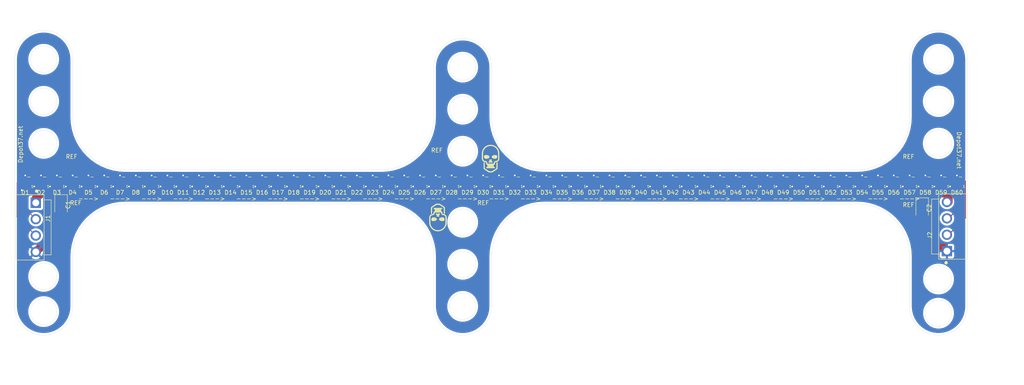
<source format=kicad_pcb>
(kicad_pcb (version 20171130) (host pcbnew "(5.1.12)-1")
  (title_block (title "Bike Light LED Strip") (date 2021-11-28) (rev 1) (company Depot37.net) (comment 1 "Alexander de Dood"))
  (layers (0 F.Cu signal) (31 B.Cu signal) (34 B.Paste user) (35 F.Paste user) (36 B.SilkS user) (37 F.SilkS user) (38 B.Mask user) (39 F.Mask user) (44 Edge.Cuts user))
  (net 0 "")
  (net 1 /GND)
  (net 2 /VDD)
  (net 3 /SDOUT)
  (net 4 /CKOUT)
  (net 5 "Net-(D10-Pad3)")
  (net 6 "Net-(D10-Pad2)")
  (net 7 /SDIN)
  (net 8 /CKIN)
  (net 9 "Net-(D1-Pad3)")
  (net 10 "Net-(D1-Pad2)")
  (net 11 "Net-(D11-Pad3)")
  (net 12 "Net-(D11-Pad2)")
  (net 13 "Net-(D12-Pad3)")
  (net 14 "Net-(D12-Pad2)")
  (net 15 "Net-(D13-Pad3)")
  (net 16 "Net-(D13-Pad2)")
  (net 17 "Net-(D14-Pad3)")
  (net 18 "Net-(D14-Pad2)")
  (net 19 "Net-(D15-Pad3)")
  (net 20 "Net-(D15-Pad2)")
  (net 21 "Net-(D16-Pad3)")
  (net 22 "Net-(D16-Pad2)")
  (net 23 "Net-(D17-Pad3)")
  (net 24 "Net-(D17-Pad2)")
  (net 25 "Net-(D18-Pad3)")
  (net 26 "Net-(D18-Pad2)")
  (net 27 "Net-(D19-Pad3)")
  (net 28 "Net-(D19-Pad2)")
  (net 29 "Net-(D2-Pad3)")
  (net 30 "Net-(D2-Pad2)")
  (net 31 "Net-(D3-Pad3)")
  (net 32 "Net-(D3-Pad2)")
  (net 33 "Net-(D4-Pad3)")
  (net 34 "Net-(D4-Pad2)")
  (net 35 "Net-(D5-Pad3)")
  (net 36 "Net-(D5-Pad2)")
  (net 37 "Net-(D6-Pad3)")
  (net 38 "Net-(D6-Pad2)")
  (net 39 "Net-(D7-Pad3)")
  (net 40 "Net-(D7-Pad2)")
  (net 41 "Net-(D8-Pad3)")
  (net 42 "Net-(D8-Pad2)")
  (net 43 "Net-(D10-Pad4)")
  (net 44 "Net-(D10-Pad5)")
  (net 45 "Net-(D20-Pad3)")
  (net 46 "Net-(D20-Pad2)")
  (net 47 "Net-(D21-Pad3)")
  (net 48 "Net-(D21-Pad2)")
  (net 49 "Net-(D22-Pad3)")
  (net 50 "Net-(D22-Pad2)")
  (net 51 "Net-(D23-Pad3)")
  (net 52 "Net-(D23-Pad2)")
  (net 53 "Net-(D24-Pad3)")
  (net 54 "Net-(D24-Pad2)")
  (net 55 "Net-(D25-Pad3)")
  (net 56 "Net-(D25-Pad2)")
  (net 57 "Net-(D26-Pad3)")
  (net 58 "Net-(D26-Pad2)")
  (net 59 "Net-(D27-Pad3)")
  (net 60 "Net-(D27-Pad2)")
  (net 61 "Net-(D28-Pad3)")
  (net 62 "Net-(D28-Pad2)")
  (net 63 "Net-(D29-Pad3)")
  (net 64 "Net-(D29-Pad2)")
  (net 65 "Net-(D30-Pad3)")
  (net 66 "Net-(D30-Pad2)")
  (net 67 "Net-(D31-Pad3)")
  (net 68 "Net-(D31-Pad2)")
  (net 69 "Net-(D32-Pad3)")
  (net 70 "Net-(D32-Pad2)")
  (net 71 "Net-(D33-Pad3)")
  (net 72 "Net-(D33-Pad2)")
  (net 73 "Net-(D34-Pad3)")
  (net 74 "Net-(D34-Pad2)")
  (net 75 "Net-(D35-Pad3)")
  (net 76 "Net-(D35-Pad2)")
  (net 77 "Net-(D36-Pad3)")
  (net 78 "Net-(D36-Pad2)")
  (net 79 "Net-(D37-Pad3)")
  (net 80 "Net-(D37-Pad2)")
  (net 81 "Net-(D38-Pad3)")
  (net 82 "Net-(D38-Pad2)")
  (net 83 "Net-(D39-Pad3)")
  (net 84 "Net-(D39-Pad2)")
  (net 85 "Net-(D40-Pad3)")
  (net 86 "Net-(D40-Pad2)")
  (net 87 "Net-(D41-Pad3)")
  (net 88 "Net-(D41-Pad2)")
  (net 89 "Net-(D42-Pad3)")
  (net 90 "Net-(D42-Pad2)")
  (net 91 "Net-(D43-Pad3)")
  (net 92 "Net-(D43-Pad2)")
  (net 93 "Net-(D44-Pad3)")
  (net 94 "Net-(D44-Pad2)")
  (net 95 "Net-(D45-Pad3)")
  (net 96 "Net-(D45-Pad2)")
  (net 97 "Net-(D46-Pad3)")
  (net 98 "Net-(D46-Pad2)")
  (net 99 "Net-(D47-Pad3)")
  (net 100 "Net-(D47-Pad2)")
  (net 101 "Net-(D48-Pad3)")
  (net 102 "Net-(D48-Pad2)")
  (net 103 "Net-(D49-Pad3)")
  (net 104 "Net-(D49-Pad2)")
  (net 105 "Net-(D50-Pad3)")
  (net 106 "Net-(D50-Pad2)")
  (net 107 "Net-(D51-Pad3)")
  (net 108 "Net-(D51-Pad2)")
  (net 109 "Net-(D52-Pad3)")
  (net 110 "Net-(D52-Pad2)")
  (net 111 "Net-(D53-Pad3)")
  (net 112 "Net-(D53-Pad2)")
  (net 113 "Net-(D54-Pad3)")
  (net 114 "Net-(D54-Pad2)")
  (net 115 "Net-(D55-Pad3)")
  (net 116 "Net-(D55-Pad2)")
  (net 117 "Net-(D56-Pad3)")
  (net 118 "Net-(D56-Pad2)")
  (net 119 "Net-(D57-Pad3)")
  (net 120 "Net-(D57-Pad2)")
  (net 121 "Net-(D58-Pad3)")
  (net 122 "Net-(D58-Pad2)")
  (net 123 "Net-(D59-Pad3)")
  (net 124 "Net-(D59-Pad2)")
  (module 1-1123723-4:TE_1-1123723-4 (layer F.Cu) (at 243.713 108.204 90)
    (fp_text reference J2 (at 3.81 -4.12 90) (layer F.SilkS))
    (fp_text value Conn_01x04)
    (pad 4 thru_hole circle (at 11.88 0 90) (size 2.475 2.475) (drill 1.65) (layers *.Cu *.Mask) (net 2 /VDD))
    (pad 3 thru_hole circle (at 7.92 0 90) (size 2.475 2.475) (drill 1.65) (layers *.Cu *.Mask) (net 4 /CKOUT))
    (pad 2 thru_hole circle (at 3.96 0 90) (size 2.475 2.475) (drill 1.65) (layers *.Cu *.Mask) (net 3 /SDOUT))
    (pad 1 thru_hole rect (at 0 0 90) (size 2.475 2.475) (drill 1.65) (layers *.Cu *.Mask) (net 1 /GND))
  )
  (module 1-1123723-4:TE_1-1123723-4 (layer F.Cu) (at 23.876 96.52 270)
    (fp_text reference J1 (at 3.81 -2.921 90) (layer F.SilkS))
    (fp_text value Conn_01x04)
    (pad 4 thru_hole circle (at 11.88 0 270) (size 2.475 2.475) (drill 1.65) (layers *.Cu *.Mask) (net 1 /GND))
    (pad 3 thru_hole circle (at 7.92 0 270) (size 2.475 2.475) (drill 1.65) (layers *.Cu *.Mask) (net 7 /SDIN))
    (pad 2 thru_hole circle (at 3.96 0 270) (size 2.475 2.475) (drill 1.65) (layers *.Cu *.Mask) (net 8 /CKIN))
    (pad 1 thru_hole rect (at 0 0 270) (size 2.475 2.475) (drill 1.65) (layers *.Cu *.Mask) (net 2 /VDD))
  )
  (module Fiducial:Fiducial_0.75mm_Mask1.5mm (layer F.Cu) (at 120.65 85.852)
    (fp_text reference REF (at 0 -2) (layer F.SilkS))
    (fp_text value Fiducial_0.75mm_Mask1.5mm)
    (pad "" smd circle (at 0 0) (size 0.75 0.75) (layers F.Cu F.Mask) (clearance 0.375))
  )
  (module LED_SMD:LED-APA102-2020 (layer F.Cu) (at 246.126 91.694 180)
    (fp_text reference D60 (at 0 -2.335) (layer F.SilkS))
    (fp_text value APA102-2020)
    (fp_text user 1 (at -1.7 -0.9) (layer F.SilkS) (effects (font (size 0.6 0.6) (thickness 0.1))))
    (pad 6 smd rect (at 0 0.59 270) (size 1.48 0.5) (layers F.Cu F.Paste F.Mask) (net 1 /GND))
    (pad 1 smd rect (at 0 -0.83 270) (size 1 0.5) (layers F.Cu F.Paste F.Mask) (net 2 /VDD))
    (pad 6 smd rect (at 0.85 -0.9 180) (size 0.8 0.5) (layers F.Cu F.Paste F.Mask) (net 1 /GND))
    (pad 4 smd rect (at 0.85 0.9 180) (size 0.8 0.5) (layers F.Cu F.Paste F.Mask) (net 123 "Net-(D59-Pad3)"))
    (pad 5 smd rect (at 0.85 0 180) (size 0.8 0.3) (layers F.Cu F.Paste F.Mask) (net 124 "Net-(D59-Pad2)"))
    (pad 3 smd rect (at -0.85 0.9 180) (size 0.8 0.5) (layers F.Cu F.Paste F.Mask) (net 3 /SDOUT))
    (pad 2 smd rect (at -0.85 0 180) (size 0.8 0.3) (layers F.Cu F.Paste F.Mask) (net 4 /CKOUT))
    (pad 1 smd rect (at -0.85 -0.9 180) (size 0.8 0.5) (layers F.Cu F.Paste F.Mask) (net 2 /VDD))
  )
  (module LED_SMD:LED-APA102-2020 (layer F.Cu) (at 242.316 91.694 180)
    (fp_text reference D59 (at 0 -2.335) (layer F.SilkS))
    (fp_text value APA102-2020)
    (fp_text user 1 (at -1.7 -0.9) (layer F.SilkS) (effects (font (size 0.6 0.6) (thickness 0.1))))
    (pad 6 smd rect (at 0 0.59 270) (size 1.48 0.5) (layers F.Cu F.Paste F.Mask) (net 1 /GND))
    (pad 1 smd rect (at 0 -0.83 270) (size 1 0.5) (layers F.Cu F.Paste F.Mask) (net 2 /VDD))
    (pad 6 smd rect (at 0.85 -0.9 180) (size 0.8 0.5) (layers F.Cu F.Paste F.Mask) (net 1 /GND))
    (pad 4 smd rect (at 0.85 0.9 180) (size 0.8 0.5) (layers F.Cu F.Paste F.Mask) (net 121 "Net-(D58-Pad3)"))
    (pad 5 smd rect (at 0.85 0 180) (size 0.8 0.3) (layers F.Cu F.Paste F.Mask) (net 122 "Net-(D58-Pad2)"))
    (pad 3 smd rect (at -0.85 0.9 180) (size 0.8 0.5) (layers F.Cu F.Paste F.Mask) (net 123 "Net-(D59-Pad3)"))
    (pad 2 smd rect (at -0.85 0 180) (size 0.8 0.3) (layers F.Cu F.Paste F.Mask) (net 124 "Net-(D59-Pad2)"))
    (pad 1 smd rect (at -0.85 -0.9 180) (size 0.8 0.5) (layers F.Cu F.Paste F.Mask) (net 2 /VDD))
  )
  (module LED_SMD:LED-APA102-2020 (layer F.Cu) (at 238.506 91.694 180)
    (fp_text reference D58 (at 0 -2.335) (layer F.SilkS))
    (fp_text value APA102-2020)
    (fp_text user 1 (at -1.7 -0.9) (layer F.SilkS) (effects (font (size 0.6 0.6) (thickness 0.1))))
    (pad 6 smd rect (at 0 0.59 270) (size 1.48 0.5) (layers F.Cu F.Paste F.Mask) (net 1 /GND))
    (pad 1 smd rect (at 0 -0.83 270) (size 1 0.5) (layers F.Cu F.Paste F.Mask) (net 2 /VDD))
    (pad 6 smd rect (at 0.85 -0.9 180) (size 0.8 0.5) (layers F.Cu F.Paste F.Mask) (net 1 /GND))
    (pad 4 smd rect (at 0.85 0.9 180) (size 0.8 0.5) (layers F.Cu F.Paste F.Mask) (net 119 "Net-(D57-Pad3)"))
    (pad 5 smd rect (at 0.85 0 180) (size 0.8 0.3) (layers F.Cu F.Paste F.Mask) (net 120 "Net-(D57-Pad2)"))
    (pad 3 smd rect (at -0.85 0.9 180) (size 0.8 0.5) (layers F.Cu F.Paste F.Mask) (net 121 "Net-(D58-Pad3)"))
    (pad 2 smd rect (at -0.85 0 180) (size 0.8 0.3) (layers F.Cu F.Paste F.Mask) (net 122 "Net-(D58-Pad2)"))
    (pad 1 smd rect (at -0.85 -0.9 180) (size 0.8 0.5) (layers F.Cu F.Paste F.Mask) (net 2 /VDD))
  )
  (module LED_SMD:LED-APA102-2020 (layer F.Cu) (at 234.696 91.694 180)
    (fp_text reference D57 (at 0 -2.335) (layer F.SilkS))
    (fp_text value APA102-2020)
    (fp_text user 1 (at -1.7 -0.9) (layer F.SilkS) (effects (font (size 0.6 0.6) (thickness 0.1))))
    (pad 6 smd rect (at 0 0.59 270) (size 1.48 0.5) (layers F.Cu F.Paste F.Mask) (net 1 /GND))
    (pad 1 smd rect (at 0 -0.83 270) (size 1 0.5) (layers F.Cu F.Paste F.Mask) (net 2 /VDD))
    (pad 6 smd rect (at 0.85 -0.9 180) (size 0.8 0.5) (layers F.Cu F.Paste F.Mask) (net 1 /GND))
    (pad 4 smd rect (at 0.85 0.9 180) (size 0.8 0.5) (layers F.Cu F.Paste F.Mask) (net 117 "Net-(D56-Pad3)"))
    (pad 5 smd rect (at 0.85 0 180) (size 0.8 0.3) (layers F.Cu F.Paste F.Mask) (net 118 "Net-(D56-Pad2)"))
    (pad 3 smd rect (at -0.85 0.9 180) (size 0.8 0.5) (layers F.Cu F.Paste F.Mask) (net 119 "Net-(D57-Pad3)"))
    (pad 2 smd rect (at -0.85 0 180) (size 0.8 0.3) (layers F.Cu F.Paste F.Mask) (net 120 "Net-(D57-Pad2)"))
    (pad 1 smd rect (at -0.85 -0.9 180) (size 0.8 0.5) (layers F.Cu F.Paste F.Mask) (net 2 /VDD))
  )
  (module LED_SMD:LED-APA102-2020 (layer F.Cu) (at 230.886 91.694 180)
    (fp_text reference D56 (at 0 -2.335) (layer F.SilkS))
    (fp_text value APA102-2020)
    (fp_text user 1 (at -1.7 -0.9) (layer F.SilkS) (effects (font (size 0.6 0.6) (thickness 0.1))))
    (pad 6 smd rect (at 0 0.59 270) (size 1.48 0.5) (layers F.Cu F.Paste F.Mask) (net 1 /GND))
    (pad 1 smd rect (at 0 -0.83 270) (size 1 0.5) (layers F.Cu F.Paste F.Mask) (net 2 /VDD))
    (pad 6 smd rect (at 0.85 -0.9 180) (size 0.8 0.5) (layers F.Cu F.Paste F.Mask) (net 1 /GND))
    (pad 4 smd rect (at 0.85 0.9 180) (size 0.8 0.5) (layers F.Cu F.Paste F.Mask) (net 115 "Net-(D55-Pad3)"))
    (pad 5 smd rect (at 0.85 0 180) (size 0.8 0.3) (layers F.Cu F.Paste F.Mask) (net 116 "Net-(D55-Pad2)"))
    (pad 3 smd rect (at -0.85 0.9 180) (size 0.8 0.5) (layers F.Cu F.Paste F.Mask) (net 117 "Net-(D56-Pad3)"))
    (pad 2 smd rect (at -0.85 0 180) (size 0.8 0.3) (layers F.Cu F.Paste F.Mask) (net 118 "Net-(D56-Pad2)"))
    (pad 1 smd rect (at -0.85 -0.9 180) (size 0.8 0.5) (layers F.Cu F.Paste F.Mask) (net 2 /VDD))
  )
  (module LED_SMD:LED-APA102-2020 (layer F.Cu) (at 227.076 91.694 180)
    (fp_text reference D55 (at 0 -2.335) (layer F.SilkS))
    (fp_text value APA102-2020)
    (fp_text user 1 (at -1.7 -0.9) (layer F.SilkS) (effects (font (size 0.6 0.6) (thickness 0.1))))
    (pad 6 smd rect (at 0 0.59 270) (size 1.48 0.5) (layers F.Cu F.Paste F.Mask) (net 1 /GND))
    (pad 1 smd rect (at 0 -0.83 270) (size 1 0.5) (layers F.Cu F.Paste F.Mask) (net 2 /VDD))
    (pad 6 smd rect (at 0.85 -0.9 180) (size 0.8 0.5) (layers F.Cu F.Paste F.Mask) (net 1 /GND))
    (pad 4 smd rect (at 0.85 0.9 180) (size 0.8 0.5) (layers F.Cu F.Paste F.Mask) (net 113 "Net-(D54-Pad3)"))
    (pad 5 smd rect (at 0.85 0 180) (size 0.8 0.3) (layers F.Cu F.Paste F.Mask) (net 114 "Net-(D54-Pad2)"))
    (pad 3 smd rect (at -0.85 0.9 180) (size 0.8 0.5) (layers F.Cu F.Paste F.Mask) (net 115 "Net-(D55-Pad3)"))
    (pad 2 smd rect (at -0.85 0 180) (size 0.8 0.3) (layers F.Cu F.Paste F.Mask) (net 116 "Net-(D55-Pad2)"))
    (pad 1 smd rect (at -0.85 -0.9 180) (size 0.8 0.5) (layers F.Cu F.Paste F.Mask) (net 2 /VDD))
  )
  (module LED_SMD:LED-APA102-2020 (layer F.Cu) (at 223.266 91.694 180)
    (fp_text reference D54 (at 0 -2.335) (layer F.SilkS))
    (fp_text value APA102-2020)
    (fp_text user 1 (at -1.7 -0.9) (layer F.SilkS) (effects (font (size 0.6 0.6) (thickness 0.1))))
    (pad 6 smd rect (at 0 0.59 270) (size 1.48 0.5) (layers F.Cu F.Paste F.Mask) (net 1 /GND))
    (pad 1 smd rect (at 0 -0.83 270) (size 1 0.5) (layers F.Cu F.Paste F.Mask) (net 2 /VDD))
    (pad 6 smd rect (at 0.85 -0.9 180) (size 0.8 0.5) (layers F.Cu F.Paste F.Mask) (net 1 /GND))
    (pad 4 smd rect (at 0.85 0.9 180) (size 0.8 0.5) (layers F.Cu F.Paste F.Mask) (net 111 "Net-(D53-Pad3)"))
    (pad 5 smd rect (at 0.85 0 180) (size 0.8 0.3) (layers F.Cu F.Paste F.Mask) (net 112 "Net-(D53-Pad2)"))
    (pad 3 smd rect (at -0.85 0.9 180) (size 0.8 0.5) (layers F.Cu F.Paste F.Mask) (net 113 "Net-(D54-Pad3)"))
    (pad 2 smd rect (at -0.85 0 180) (size 0.8 0.3) (layers F.Cu F.Paste F.Mask) (net 114 "Net-(D54-Pad2)"))
    (pad 1 smd rect (at -0.85 -0.9 180) (size 0.8 0.5) (layers F.Cu F.Paste F.Mask) (net 2 /VDD))
  )
  (module LED_SMD:LED-APA102-2020 (layer F.Cu) (at 219.456 91.694 180)
    (fp_text reference D53 (at 0 -2.335) (layer F.SilkS))
    (fp_text value APA102-2020)
    (fp_text user 1 (at -1.7 -0.9) (layer F.SilkS) (effects (font (size 0.6 0.6) (thickness 0.1))))
    (pad 6 smd rect (at 0 0.59 270) (size 1.48 0.5) (layers F.Cu F.Paste F.Mask) (net 1 /GND))
    (pad 1 smd rect (at 0 -0.83 270) (size 1 0.5) (layers F.Cu F.Paste F.Mask) (net 2 /VDD))
    (pad 6 smd rect (at 0.85 -0.9 180) (size 0.8 0.5) (layers F.Cu F.Paste F.Mask) (net 1 /GND))
    (pad 4 smd rect (at 0.85 0.9 180) (size 0.8 0.5) (layers F.Cu F.Paste F.Mask) (net 109 "Net-(D52-Pad3)"))
    (pad 5 smd rect (at 0.85 0 180) (size 0.8 0.3) (layers F.Cu F.Paste F.Mask) (net 110 "Net-(D52-Pad2)"))
    (pad 3 smd rect (at -0.85 0.9 180) (size 0.8 0.5) (layers F.Cu F.Paste F.Mask) (net 111 "Net-(D53-Pad3)"))
    (pad 2 smd rect (at -0.85 0 180) (size 0.8 0.3) (layers F.Cu F.Paste F.Mask) (net 112 "Net-(D53-Pad2)"))
    (pad 1 smd rect (at -0.85 -0.9 180) (size 0.8 0.5) (layers F.Cu F.Paste F.Mask) (net 2 /VDD))
  )
  (module LED_SMD:LED-APA102-2020 (layer F.Cu) (at 215.646 91.694 180)
    (fp_text reference D52 (at 0 -2.335) (layer F.SilkS))
    (fp_text value APA102-2020)
    (fp_text user 1 (at -1.7 -0.9) (layer F.SilkS) (effects (font (size 0.6 0.6) (thickness 0.1))))
    (pad 6 smd rect (at 0 0.59 270) (size 1.48 0.5) (layers F.Cu F.Paste F.Mask) (net 1 /GND))
    (pad 1 smd rect (at 0 -0.83 270) (size 1 0.5) (layers F.Cu F.Paste F.Mask) (net 2 /VDD))
    (pad 6 smd rect (at 0.85 -0.9 180) (size 0.8 0.5) (layers F.Cu F.Paste F.Mask) (net 1 /GND))
    (pad 4 smd rect (at 0.85 0.9 180) (size 0.8 0.5) (layers F.Cu F.Paste F.Mask) (net 107 "Net-(D51-Pad3)"))
    (pad 5 smd rect (at 0.85 0 180) (size 0.8 0.3) (layers F.Cu F.Paste F.Mask) (net 108 "Net-(D51-Pad2)"))
    (pad 3 smd rect (at -0.85 0.9 180) (size 0.8 0.5) (layers F.Cu F.Paste F.Mask) (net 109 "Net-(D52-Pad3)"))
    (pad 2 smd rect (at -0.85 0 180) (size 0.8 0.3) (layers F.Cu F.Paste F.Mask) (net 110 "Net-(D52-Pad2)"))
    (pad 1 smd rect (at -0.85 -0.9 180) (size 0.8 0.5) (layers F.Cu F.Paste F.Mask) (net 2 /VDD))
  )
  (module LED_SMD:LED-APA102-2020 (layer F.Cu) (at 211.836 91.694 180)
    (fp_text reference D51 (at 0 -2.335) (layer F.SilkS))
    (fp_text value APA102-2020)
    (fp_text user 1 (at -1.7 -0.9) (layer F.SilkS) (effects (font (size 0.6 0.6) (thickness 0.1))))
    (pad 6 smd rect (at 0 0.59 270) (size 1.48 0.5) (layers F.Cu F.Paste F.Mask) (net 1 /GND))
    (pad 1 smd rect (at 0 -0.83 270) (size 1 0.5) (layers F.Cu F.Paste F.Mask) (net 2 /VDD))
    (pad 6 smd rect (at 0.85 -0.9 180) (size 0.8 0.5) (layers F.Cu F.Paste F.Mask) (net 1 /GND))
    (pad 4 smd rect (at 0.85 0.9 180) (size 0.8 0.5) (layers F.Cu F.Paste F.Mask) (net 105 "Net-(D50-Pad3)"))
    (pad 5 smd rect (at 0.85 0 180) (size 0.8 0.3) (layers F.Cu F.Paste F.Mask) (net 106 "Net-(D50-Pad2)"))
    (pad 3 smd rect (at -0.85 0.9 180) (size 0.8 0.5) (layers F.Cu F.Paste F.Mask) (net 107 "Net-(D51-Pad3)"))
    (pad 2 smd rect (at -0.85 0 180) (size 0.8 0.3) (layers F.Cu F.Paste F.Mask) (net 108 "Net-(D51-Pad2)"))
    (pad 1 smd rect (at -0.85 -0.9 180) (size 0.8 0.5) (layers F.Cu F.Paste F.Mask) (net 2 /VDD))
  )
  (module LED_SMD:LED-APA102-2020 (layer F.Cu) (at 208.026 91.694 180)
    (fp_text reference D50 (at 0 -2.335) (layer F.SilkS))
    (fp_text value APA102-2020)
    (fp_text user 1 (at -1.7 -0.9) (layer F.SilkS) (effects (font (size 0.6 0.6) (thickness 0.1))))
    (pad 6 smd rect (at 0 0.59 270) (size 1.48 0.5) (layers F.Cu F.Paste F.Mask) (net 1 /GND))
    (pad 1 smd rect (at 0 -0.83 270) (size 1 0.5) (layers F.Cu F.Paste F.Mask) (net 2 /VDD))
    (pad 6 smd rect (at 0.85 -0.9 180) (size 0.8 0.5) (layers F.Cu F.Paste F.Mask) (net 1 /GND))
    (pad 4 smd rect (at 0.85 0.9 180) (size 0.8 0.5) (layers F.Cu F.Paste F.Mask) (net 103 "Net-(D49-Pad3)"))
    (pad 5 smd rect (at 0.85 0 180) (size 0.8 0.3) (layers F.Cu F.Paste F.Mask) (net 104 "Net-(D49-Pad2)"))
    (pad 3 smd rect (at -0.85 0.9 180) (size 0.8 0.5) (layers F.Cu F.Paste F.Mask) (net 105 "Net-(D50-Pad3)"))
    (pad 2 smd rect (at -0.85 0 180) (size 0.8 0.3) (layers F.Cu F.Paste F.Mask) (net 106 "Net-(D50-Pad2)"))
    (pad 1 smd rect (at -0.85 -0.9 180) (size 0.8 0.5) (layers F.Cu F.Paste F.Mask) (net 2 /VDD))
  )
  (module LED_SMD:LED-APA102-2020 (layer F.Cu) (at 204.216 91.694 180)
    (fp_text reference D49 (at 0 -2.335) (layer F.SilkS))
    (fp_text value APA102-2020)
    (fp_text user 1 (at -1.7 -0.9) (layer F.SilkS) (effects (font (size 0.6 0.6) (thickness 0.1))))
    (pad 6 smd rect (at 0 0.59 270) (size 1.48 0.5) (layers F.Cu F.Paste F.Mask) (net 1 /GND))
    (pad 1 smd rect (at 0 -0.83 270) (size 1 0.5) (layers F.Cu F.Paste F.Mask) (net 2 /VDD))
    (pad 6 smd rect (at 0.85 -0.9 180) (size 0.8 0.5) (layers F.Cu F.Paste F.Mask) (net 1 /GND))
    (pad 4 smd rect (at 0.85 0.9 180) (size 0.8 0.5) (layers F.Cu F.Paste F.Mask) (net 101 "Net-(D48-Pad3)"))
    (pad 5 smd rect (at 0.85 0 180) (size 0.8 0.3) (layers F.Cu F.Paste F.Mask) (net 102 "Net-(D48-Pad2)"))
    (pad 3 smd rect (at -0.85 0.9 180) (size 0.8 0.5) (layers F.Cu F.Paste F.Mask) (net 103 "Net-(D49-Pad3)"))
    (pad 2 smd rect (at -0.85 0 180) (size 0.8 0.3) (layers F.Cu F.Paste F.Mask) (net 104 "Net-(D49-Pad2)"))
    (pad 1 smd rect (at -0.85 -0.9 180) (size 0.8 0.5) (layers F.Cu F.Paste F.Mask) (net 2 /VDD))
  )
  (module LED_SMD:LED-APA102-2020 (layer F.Cu) (at 200.406 91.694 180)
    (fp_text reference D48 (at 0 -2.335) (layer F.SilkS))
    (fp_text value APA102-2020)
    (fp_text user 1 (at -1.7 -0.9) (layer F.SilkS) (effects (font (size 0.6 0.6) (thickness 0.1))))
    (pad 6 smd rect (at 0 0.59 270) (size 1.48 0.5) (layers F.Cu F.Paste F.Mask) (net 1 /GND))
    (pad 1 smd rect (at 0 -0.83 270) (size 1 0.5) (layers F.Cu F.Paste F.Mask) (net 2 /VDD))
    (pad 6 smd rect (at 0.85 -0.9 180) (size 0.8 0.5) (layers F.Cu F.Paste F.Mask) (net 1 /GND))
    (pad 4 smd rect (at 0.85 0.9 180) (size 0.8 0.5) (layers F.Cu F.Paste F.Mask) (net 99 "Net-(D47-Pad3)"))
    (pad 5 smd rect (at 0.85 0 180) (size 0.8 0.3) (layers F.Cu F.Paste F.Mask) (net 100 "Net-(D47-Pad2)"))
    (pad 3 smd rect (at -0.85 0.9 180) (size 0.8 0.5) (layers F.Cu F.Paste F.Mask) (net 101 "Net-(D48-Pad3)"))
    (pad 2 smd rect (at -0.85 0 180) (size 0.8 0.3) (layers F.Cu F.Paste F.Mask) (net 102 "Net-(D48-Pad2)"))
    (pad 1 smd rect (at -0.85 -0.9 180) (size 0.8 0.5) (layers F.Cu F.Paste F.Mask) (net 2 /VDD))
  )
  (module LED_SMD:LED-APA102-2020 (layer F.Cu) (at 196.596 91.694 180)
    (fp_text reference D47 (at 0 -2.335) (layer F.SilkS))
    (fp_text value APA102-2020)
    (fp_text user 1 (at -1.7 -0.9) (layer F.SilkS) (effects (font (size 0.6 0.6) (thickness 0.1))))
    (pad 6 smd rect (at 0 0.59 270) (size 1.48 0.5) (layers F.Cu F.Paste F.Mask) (net 1 /GND))
    (pad 1 smd rect (at 0 -0.83 270) (size 1 0.5) (layers F.Cu F.Paste F.Mask) (net 2 /VDD))
    (pad 6 smd rect (at 0.85 -0.9 180) (size 0.8 0.5) (layers F.Cu F.Paste F.Mask) (net 1 /GND))
    (pad 4 smd rect (at 0.85 0.9 180) (size 0.8 0.5) (layers F.Cu F.Paste F.Mask) (net 97 "Net-(D46-Pad3)"))
    (pad 5 smd rect (at 0.85 0 180) (size 0.8 0.3) (layers F.Cu F.Paste F.Mask) (net 98 "Net-(D46-Pad2)"))
    (pad 3 smd rect (at -0.85 0.9 180) (size 0.8 0.5) (layers F.Cu F.Paste F.Mask) (net 99 "Net-(D47-Pad3)"))
    (pad 2 smd rect (at -0.85 0 180) (size 0.8 0.3) (layers F.Cu F.Paste F.Mask) (net 100 "Net-(D47-Pad2)"))
    (pad 1 smd rect (at -0.85 -0.9 180) (size 0.8 0.5) (layers F.Cu F.Paste F.Mask) (net 2 /VDD))
  )
  (module LED_SMD:LED-APA102-2020 (layer F.Cu) (at 192.786 91.694 180)
    (fp_text reference D46 (at 0 -2.335) (layer F.SilkS))
    (fp_text value APA102-2020)
    (fp_text user 1 (at -1.7 -0.9) (layer F.SilkS) (effects (font (size 0.6 0.6) (thickness 0.1))))
    (pad 6 smd rect (at 0 0.59 270) (size 1.48 0.5) (layers F.Cu F.Paste F.Mask) (net 1 /GND))
    (pad 1 smd rect (at 0 -0.83 270) (size 1 0.5) (layers F.Cu F.Paste F.Mask) (net 2 /VDD))
    (pad 6 smd rect (at 0.85 -0.9 180) (size 0.8 0.5) (layers F.Cu F.Paste F.Mask) (net 1 /GND))
    (pad 4 smd rect (at 0.85 0.9 180) (size 0.8 0.5) (layers F.Cu F.Paste F.Mask) (net 95 "Net-(D45-Pad3)"))
    (pad 5 smd rect (at 0.85 0 180) (size 0.8 0.3) (layers F.Cu F.Paste F.Mask) (net 96 "Net-(D45-Pad2)"))
    (pad 3 smd rect (at -0.85 0.9 180) (size 0.8 0.5) (layers F.Cu F.Paste F.Mask) (net 97 "Net-(D46-Pad3)"))
    (pad 2 smd rect (at -0.85 0 180) (size 0.8 0.3) (layers F.Cu F.Paste F.Mask) (net 98 "Net-(D46-Pad2)"))
    (pad 1 smd rect (at -0.85 -0.9 180) (size 0.8 0.5) (layers F.Cu F.Paste F.Mask) (net 2 /VDD))
  )
  (module LED_SMD:LED-APA102-2020 (layer F.Cu) (at 188.976 91.694 180)
    (fp_text reference D45 (at 0 -2.335) (layer F.SilkS))
    (fp_text value APA102-2020)
    (fp_text user 1 (at -1.7 -0.9) (layer F.SilkS) (effects (font (size 0.6 0.6) (thickness 0.1))))
    (pad 6 smd rect (at 0 0.59 270) (size 1.48 0.5) (layers F.Cu F.Paste F.Mask) (net 1 /GND))
    (pad 1 smd rect (at 0 -0.83 270) (size 1 0.5) (layers F.Cu F.Paste F.Mask) (net 2 /VDD))
    (pad 6 smd rect (at 0.85 -0.9 180) (size 0.8 0.5) (layers F.Cu F.Paste F.Mask) (net 1 /GND))
    (pad 4 smd rect (at 0.85 0.9 180) (size 0.8 0.5) (layers F.Cu F.Paste F.Mask) (net 93 "Net-(D44-Pad3)"))
    (pad 5 smd rect (at 0.85 0 180) (size 0.8 0.3) (layers F.Cu F.Paste F.Mask) (net 94 "Net-(D44-Pad2)"))
    (pad 3 smd rect (at -0.85 0.9 180) (size 0.8 0.5) (layers F.Cu F.Paste F.Mask) (net 95 "Net-(D45-Pad3)"))
    (pad 2 smd rect (at -0.85 0 180) (size 0.8 0.3) (layers F.Cu F.Paste F.Mask) (net 96 "Net-(D45-Pad2)"))
    (pad 1 smd rect (at -0.85 -0.9 180) (size 0.8 0.5) (layers F.Cu F.Paste F.Mask) (net 2 /VDD))
  )
  (module LED_SMD:LED-APA102-2020 (layer F.Cu) (at 185.166 91.694 180)
    (fp_text reference D44 (at 0 -2.335) (layer F.SilkS))
    (fp_text value APA102-2020)
    (fp_text user 1 (at -1.7 -0.9) (layer F.SilkS) (effects (font (size 0.6 0.6) (thickness 0.1))))
    (pad 6 smd rect (at 0 0.59 270) (size 1.48 0.5) (layers F.Cu F.Paste F.Mask) (net 1 /GND))
    (pad 1 smd rect (at 0 -0.83 270) (size 1 0.5) (layers F.Cu F.Paste F.Mask) (net 2 /VDD))
    (pad 6 smd rect (at 0.85 -0.9 180) (size 0.8 0.5) (layers F.Cu F.Paste F.Mask) (net 1 /GND))
    (pad 4 smd rect (at 0.85 0.9 180) (size 0.8 0.5) (layers F.Cu F.Paste F.Mask) (net 91 "Net-(D43-Pad3)"))
    (pad 5 smd rect (at 0.85 0 180) (size 0.8 0.3) (layers F.Cu F.Paste F.Mask) (net 92 "Net-(D43-Pad2)"))
    (pad 3 smd rect (at -0.85 0.9 180) (size 0.8 0.5) (layers F.Cu F.Paste F.Mask) (net 93 "Net-(D44-Pad3)"))
    (pad 2 smd rect (at -0.85 0 180) (size 0.8 0.3) (layers F.Cu F.Paste F.Mask) (net 94 "Net-(D44-Pad2)"))
    (pad 1 smd rect (at -0.85 -0.9 180) (size 0.8 0.5) (layers F.Cu F.Paste F.Mask) (net 2 /VDD))
  )
  (module LED_SMD:LED-APA102-2020 (layer F.Cu) (at 181.356 91.694 180)
    (fp_text reference D43 (at 0 -2.335) (layer F.SilkS))
    (fp_text value APA102-2020)
    (fp_text user 1 (at -1.7 -0.9) (layer F.SilkS) (effects (font (size 0.6 0.6) (thickness 0.1))))
    (pad 6 smd rect (at 0 0.59 270) (size 1.48 0.5) (layers F.Cu F.Paste F.Mask) (net 1 /GND))
    (pad 1 smd rect (at 0 -0.83 270) (size 1 0.5) (layers F.Cu F.Paste F.Mask) (net 2 /VDD))
    (pad 6 smd rect (at 0.85 -0.9 180) (size 0.8 0.5) (layers F.Cu F.Paste F.Mask) (net 1 /GND))
    (pad 4 smd rect (at 0.85 0.9 180) (size 0.8 0.5) (layers F.Cu F.Paste F.Mask) (net 89 "Net-(D42-Pad3)"))
    (pad 5 smd rect (at 0.85 0 180) (size 0.8 0.3) (layers F.Cu F.Paste F.Mask) (net 90 "Net-(D42-Pad2)"))
    (pad 3 smd rect (at -0.85 0.9 180) (size 0.8 0.5) (layers F.Cu F.Paste F.Mask) (net 91 "Net-(D43-Pad3)"))
    (pad 2 smd rect (at -0.85 0 180) (size 0.8 0.3) (layers F.Cu F.Paste F.Mask) (net 92 "Net-(D43-Pad2)"))
    (pad 1 smd rect (at -0.85 -0.9 180) (size 0.8 0.5) (layers F.Cu F.Paste F.Mask) (net 2 /VDD))
  )
  (module LED_SMD:LED-APA102-2020 (layer F.Cu) (at 177.546 91.694 180)
    (fp_text reference D42 (at 0 -2.335) (layer F.SilkS))
    (fp_text value APA102-2020)
    (fp_text user 1 (at -1.7 -0.9) (layer F.SilkS) (effects (font (size 0.6 0.6) (thickness 0.1))))
    (pad 6 smd rect (at 0 0.59 270) (size 1.48 0.5) (layers F.Cu F.Paste F.Mask) (net 1 /GND))
    (pad 1 smd rect (at 0 -0.83 270) (size 1 0.5) (layers F.Cu F.Paste F.Mask) (net 2 /VDD))
    (pad 6 smd rect (at 0.85 -0.9 180) (size 0.8 0.5) (layers F.Cu F.Paste F.Mask) (net 1 /GND))
    (pad 4 smd rect (at 0.85 0.9 180) (size 0.8 0.5) (layers F.Cu F.Paste F.Mask) (net 87 "Net-(D41-Pad3)"))
    (pad 5 smd rect (at 0.85 0 180) (size 0.8 0.3) (layers F.Cu F.Paste F.Mask) (net 88 "Net-(D41-Pad2)"))
    (pad 3 smd rect (at -0.85 0.9 180) (size 0.8 0.5) (layers F.Cu F.Paste F.Mask) (net 89 "Net-(D42-Pad3)"))
    (pad 2 smd rect (at -0.85 0 180) (size 0.8 0.3) (layers F.Cu F.Paste F.Mask) (net 90 "Net-(D42-Pad2)"))
    (pad 1 smd rect (at -0.85 -0.9 180) (size 0.8 0.5) (layers F.Cu F.Paste F.Mask) (net 2 /VDD))
  )
  (module LED_SMD:LED-APA102-2020 (layer F.Cu) (at 173.736 91.694 180)
    (fp_text reference D41 (at 0 -2.335) (layer F.SilkS))
    (fp_text value APA102-2020)
    (fp_text user 1 (at -1.7 -0.9) (layer F.SilkS) (effects (font (size 0.6 0.6) (thickness 0.1))))
    (pad 6 smd rect (at 0 0.59 270) (size 1.48 0.5) (layers F.Cu F.Paste F.Mask) (net 1 /GND))
    (pad 1 smd rect (at 0 -0.83 270) (size 1 0.5) (layers F.Cu F.Paste F.Mask) (net 2 /VDD))
    (pad 6 smd rect (at 0.85 -0.9 180) (size 0.8 0.5) (layers F.Cu F.Paste F.Mask) (net 1 /GND))
    (pad 4 smd rect (at 0.85 0.9 180) (size 0.8 0.5) (layers F.Cu F.Paste F.Mask) (net 85 "Net-(D40-Pad3)"))
    (pad 5 smd rect (at 0.85 0 180) (size 0.8 0.3) (layers F.Cu F.Paste F.Mask) (net 86 "Net-(D40-Pad2)"))
    (pad 3 smd rect (at -0.85 0.9 180) (size 0.8 0.5) (layers F.Cu F.Paste F.Mask) (net 87 "Net-(D41-Pad3)"))
    (pad 2 smd rect (at -0.85 0 180) (size 0.8 0.3) (layers F.Cu F.Paste F.Mask) (net 88 "Net-(D41-Pad2)"))
    (pad 1 smd rect (at -0.85 -0.9 180) (size 0.8 0.5) (layers F.Cu F.Paste F.Mask) (net 2 /VDD))
  )
  (module BikeLights:SkullSmall (layer F.Cu) (at 120.904 100.076 180)
    (fp_text reference G*** hide)
    (fp_text value LOGO hide)
  )
  (module BikeLights:SkullSmall (layer F.Cu) (at 133.604 85.852)
    (fp_text reference G*** hide)
    (fp_text value LOGO hide)
  )
  (module Fiducial:Fiducial_0.75mm_Mask1.5mm (layer F.Cu) (at 234.442 87.376)
    (fp_text reference REF (at 0 -2) (layer F.SilkS))
    (fp_text value Fiducial_0.75mm_Mask1.5mm)
    (pad "" smd circle (at 0 0) (size 0.75 0.75) (layers F.Cu F.Mask) (clearance 0.375))
  )
  (module Fiducial:Fiducial_0.75mm_Mask1.5mm (layer F.Cu) (at 32.512 87.376)
    (fp_text reference REF (at 0 -2) (layer F.SilkS))
    (fp_text value Fiducial_0.75mm_Mask1.5mm)
    (pad "" smd circle (at 0 0) (size 0.75 0.75) (layers F.Cu F.Mask) (clearance 0.375))
  )
  (module Fiducial:Fiducial_0.75mm_Mask1.5mm (layer F.Cu) (at 33.528 98.552)
    (fp_text reference REF (at 0 -2) (layer F.SilkS))
    (fp_text value Fiducial_0.75mm_Mask1.5mm)
    (pad "" smd circle (at 0 0) (size 0.75 0.75) (layers F.Cu F.Mask) (clearance 0.375))
  )
  (module Fiducial:Fiducial_0.75mm_Mask1.5mm (layer F.Cu) (at 131.826 98.552)
    (fp_text reference REF (at 0 -2) (layer F.SilkS))
    (fp_text value Fiducial_0.75mm_Mask1.5mm)
    (pad "" smd circle (at 0 0) (size 0.75 0.75) (layers F.Cu F.Mask) (clearance 0.375))
  )
  (module Fiducial:Fiducial_0.75mm_Mask1.5mm (layer F.Cu) (at 234.442 98.552)
    (fp_text reference REF (at 0 -1.524) (layer F.SilkS))
    (fp_text value Fiducial_0.75mm_Mask1.5mm)
    (pad "" smd circle (at 0 0) (size 0.75 0.75) (layers F.Cu F.Mask) (clearance 0.375))
  )
  (module Capacitor_Tantalum_SMD:CP_EIA-3528-15_AVX-H (layer F.Cu) (at 237.744 97.79 270)
    (fp_text reference C2 (at 0 -1.68 90) (layer F.SilkS))
    (fp_text value 100uF)
    (pad 2 smd roundrect (at 1.5375 0 270) (size 1.325 2.35) (layers F.Cu F.Paste F.Mask) (roundrect_rratio 0.1886777358490566) (net 1 /GND))
    (pad 1 smd roundrect (at -1.5375 0 270) (size 1.325 2.35) (layers F.Cu F.Paste F.Mask) (roundrect_rratio 0.1886777358490566) (net 2 /VDD))
  )
  (module Capacitor_Tantalum_SMD:CP_EIA-3528-15_AVX-H (layer F.Cu) (at 29.972 97.028 270)
    (fp_text reference C1 (at 0 -1.68 90) (layer F.SilkS))
    (fp_text value 100uF)
    (pad 2 smd roundrect (at 1.5375 0 270) (size 1.325 2.35) (layers F.Cu F.Paste F.Mask) (roundrect_rratio 0.1886777358490566) (net 1 /GND))
    (pad 1 smd roundrect (at -1.5375 0 270) (size 1.325 2.35) (layers F.Cu F.Paste F.Mask) (roundrect_rratio 0.1886777358490566) (net 2 /VDD))
  )
  (module LED_SMD:LED-APA102-2020 (layer F.Cu) (at 169.926 91.694 180)
    (fp_text reference D40 (at 0 -2.335) (layer F.SilkS))
    (fp_text value APA102-2020)
    (fp_text user 1 (at -1.7 -0.9) (layer F.SilkS) (effects (font (size 0.6 0.6) (thickness 0.1))))
    (pad 6 smd rect (at 0 0.59 270) (size 1.48 0.5) (layers F.Cu F.Paste F.Mask) (net 1 /GND))
    (pad 1 smd rect (at 0 -0.83 270) (size 1 0.5) (layers F.Cu F.Paste F.Mask) (net 2 /VDD))
    (pad 6 smd rect (at 0.85 -0.9 180) (size 0.8 0.5) (layers F.Cu F.Paste F.Mask) (net 1 /GND))
    (pad 4 smd rect (at 0.85 0.9 180) (size 0.8 0.5) (layers F.Cu F.Paste F.Mask) (net 83 "Net-(D39-Pad3)"))
    (pad 5 smd rect (at 0.85 0 180) (size 0.8 0.3) (layers F.Cu F.Paste F.Mask) (net 84 "Net-(D39-Pad2)"))
    (pad 3 smd rect (at -0.85 0.9 180) (size 0.8 0.5) (layers F.Cu F.Paste F.Mask) (net 85 "Net-(D40-Pad3)"))
    (pad 2 smd rect (at -0.85 0 180) (size 0.8 0.3) (layers F.Cu F.Paste F.Mask) (net 86 "Net-(D40-Pad2)"))
    (pad 1 smd rect (at -0.85 -0.9 180) (size 0.8 0.5) (layers F.Cu F.Paste F.Mask) (net 2 /VDD))
  )
  (module LED_SMD:LED-APA102-2020 (layer F.Cu) (at 166.116 91.694 180)
    (fp_text reference D39 (at 0 -2.335) (layer F.SilkS))
    (fp_text value APA102-2020)
    (fp_text user 1 (at -1.7 -0.9) (layer F.SilkS) (effects (font (size 0.6 0.6) (thickness 0.1))))
    (pad 6 smd rect (at 0 0.59 270) (size 1.48 0.5) (layers F.Cu F.Paste F.Mask) (net 1 /GND))
    (pad 1 smd rect (at 0 -0.83 270) (size 1 0.5) (layers F.Cu F.Paste F.Mask) (net 2 /VDD))
    (pad 6 smd rect (at 0.85 -0.9 180) (size 0.8 0.5) (layers F.Cu F.Paste F.Mask) (net 1 /GND))
    (pad 4 smd rect (at 0.85 0.9 180) (size 0.8 0.5) (layers F.Cu F.Paste F.Mask) (net 81 "Net-(D38-Pad3)"))
    (pad 5 smd rect (at 0.85 0 180) (size 0.8 0.3) (layers F.Cu F.Paste F.Mask) (net 82 "Net-(D38-Pad2)"))
    (pad 3 smd rect (at -0.85 0.9 180) (size 0.8 0.5) (layers F.Cu F.Paste F.Mask) (net 83 "Net-(D39-Pad3)"))
    (pad 2 smd rect (at -0.85 0 180) (size 0.8 0.3) (layers F.Cu F.Paste F.Mask) (net 84 "Net-(D39-Pad2)"))
    (pad 1 smd rect (at -0.85 -0.9 180) (size 0.8 0.5) (layers F.Cu F.Paste F.Mask) (net 2 /VDD))
  )
  (module LED_SMD:LED-APA102-2020 (layer F.Cu) (at 162.306 91.694 180)
    (fp_text reference D38 (at 0 -2.335) (layer F.SilkS))
    (fp_text value APA102-2020)
    (fp_text user 1 (at -1.7 -0.9) (layer F.SilkS) (effects (font (size 0.6 0.6) (thickness 0.1))))
    (pad 6 smd rect (at 0 0.59 270) (size 1.48 0.5) (layers F.Cu F.Paste F.Mask) (net 1 /GND))
    (pad 1 smd rect (at 0 -0.83 270) (size 1 0.5) (layers F.Cu F.Paste F.Mask) (net 2 /VDD))
    (pad 6 smd rect (at 0.85 -0.9 180) (size 0.8 0.5) (layers F.Cu F.Paste F.Mask) (net 1 /GND))
    (pad 4 smd rect (at 0.85 0.9 180) (size 0.8 0.5) (layers F.Cu F.Paste F.Mask) (net 79 "Net-(D37-Pad3)"))
    (pad 5 smd rect (at 0.85 0 180) (size 0.8 0.3) (layers F.Cu F.Paste F.Mask) (net 80 "Net-(D37-Pad2)"))
    (pad 3 smd rect (at -0.85 0.9 180) (size 0.8 0.5) (layers F.Cu F.Paste F.Mask) (net 81 "Net-(D38-Pad3)"))
    (pad 2 smd rect (at -0.85 0 180) (size 0.8 0.3) (layers F.Cu F.Paste F.Mask) (net 82 "Net-(D38-Pad2)"))
    (pad 1 smd rect (at -0.85 -0.9 180) (size 0.8 0.5) (layers F.Cu F.Paste F.Mask) (net 2 /VDD))
  )
  (module LED_SMD:LED-APA102-2020 (layer F.Cu) (at 158.496 91.694 180)
    (fp_text reference D37 (at 0 -2.335) (layer F.SilkS))
    (fp_text value APA102-2020)
    (fp_text user 1 (at -1.7 -0.9) (layer F.SilkS) (effects (font (size 0.6 0.6) (thickness 0.1))))
    (pad 6 smd rect (at 0 0.59 270) (size 1.48 0.5) (layers F.Cu F.Paste F.Mask) (net 1 /GND))
    (pad 1 smd rect (at 0 -0.83 270) (size 1 0.5) (layers F.Cu F.Paste F.Mask) (net 2 /VDD))
    (pad 6 smd rect (at 0.85 -0.9 180) (size 0.8 0.5) (layers F.Cu F.Paste F.Mask) (net 1 /GND))
    (pad 4 smd rect (at 0.85 0.9 180) (size 0.8 0.5) (layers F.Cu F.Paste F.Mask) (net 77 "Net-(D36-Pad3)"))
    (pad 5 smd rect (at 0.85 0 180) (size 0.8 0.3) (layers F.Cu F.Paste F.Mask) (net 78 "Net-(D36-Pad2)"))
    (pad 3 smd rect (at -0.85 0.9 180) (size 0.8 0.5) (layers F.Cu F.Paste F.Mask) (net 79 "Net-(D37-Pad3)"))
    (pad 2 smd rect (at -0.85 0 180) (size 0.8 0.3) (layers F.Cu F.Paste F.Mask) (net 80 "Net-(D37-Pad2)"))
    (pad 1 smd rect (at -0.85 -0.9 180) (size 0.8 0.5) (layers F.Cu F.Paste F.Mask) (net 2 /VDD))
  )
  (module LED_SMD:LED-APA102-2020 (layer F.Cu) (at 154.686 91.694 180)
    (fp_text reference D36 (at 0 -2.335) (layer F.SilkS))
    (fp_text value APA102-2020)
    (fp_text user 1 (at -1.7 -0.9) (layer F.SilkS) (effects (font (size 0.6 0.6) (thickness 0.1))))
    (pad 6 smd rect (at 0 0.59 270) (size 1.48 0.5) (layers F.Cu F.Paste F.Mask) (net 1 /GND))
    (pad 1 smd rect (at 0 -0.83 270) (size 1 0.5) (layers F.Cu F.Paste F.Mask) (net 2 /VDD))
    (pad 6 smd rect (at 0.85 -0.9 180) (size 0.8 0.5) (layers F.Cu F.Paste F.Mask) (net 1 /GND))
    (pad 4 smd rect (at 0.85 0.9 180) (size 0.8 0.5) (layers F.Cu F.Paste F.Mask) (net 75 "Net-(D35-Pad3)"))
    (pad 5 smd rect (at 0.85 0 180) (size 0.8 0.3) (layers F.Cu F.Paste F.Mask) (net 76 "Net-(D35-Pad2)"))
    (pad 3 smd rect (at -0.85 0.9 180) (size 0.8 0.5) (layers F.Cu F.Paste F.Mask) (net 77 "Net-(D36-Pad3)"))
    (pad 2 smd rect (at -0.85 0 180) (size 0.8 0.3) (layers F.Cu F.Paste F.Mask) (net 78 "Net-(D36-Pad2)"))
    (pad 1 smd rect (at -0.85 -0.9 180) (size 0.8 0.5) (layers F.Cu F.Paste F.Mask) (net 2 /VDD))
  )
  (module LED_SMD:LED-APA102-2020 (layer F.Cu) (at 150.876 91.694 180)
    (fp_text reference D35 (at 0 -2.335) (layer F.SilkS))
    (fp_text value APA102-2020)
    (fp_text user 1 (at -1.7 -0.9) (layer F.SilkS) (effects (font (size 0.6 0.6) (thickness 0.1))))
    (pad 6 smd rect (at 0 0.59 270) (size 1.48 0.5) (layers F.Cu F.Paste F.Mask) (net 1 /GND))
    (pad 1 smd rect (at 0 -0.83 270) (size 1 0.5) (layers F.Cu F.Paste F.Mask) (net 2 /VDD))
    (pad 6 smd rect (at 0.85 -0.9 180) (size 0.8 0.5) (layers F.Cu F.Paste F.Mask) (net 1 /GND))
    (pad 4 smd rect (at 0.85 0.9 180) (size 0.8 0.5) (layers F.Cu F.Paste F.Mask) (net 73 "Net-(D34-Pad3)"))
    (pad 5 smd rect (at 0.85 0 180) (size 0.8 0.3) (layers F.Cu F.Paste F.Mask) (net 74 "Net-(D34-Pad2)"))
    (pad 3 smd rect (at -0.85 0.9 180) (size 0.8 0.5) (layers F.Cu F.Paste F.Mask) (net 75 "Net-(D35-Pad3)"))
    (pad 2 smd rect (at -0.85 0 180) (size 0.8 0.3) (layers F.Cu F.Paste F.Mask) (net 76 "Net-(D35-Pad2)"))
    (pad 1 smd rect (at -0.85 -0.9 180) (size 0.8 0.5) (layers F.Cu F.Paste F.Mask) (net 2 /VDD))
  )
  (module LED_SMD:LED-APA102-2020 (layer F.Cu) (at 147.066 91.694 180)
    (fp_text reference D34 (at 0 -2.335) (layer F.SilkS))
    (fp_text value APA102-2020)
    (fp_text user 1 (at -1.7 -0.9) (layer F.SilkS) (effects (font (size 0.6 0.6) (thickness 0.1))))
    (pad 6 smd rect (at 0 0.59 270) (size 1.48 0.5) (layers F.Cu F.Paste F.Mask) (net 1 /GND))
    (pad 1 smd rect (at 0 -0.83 270) (size 1 0.5) (layers F.Cu F.Paste F.Mask) (net 2 /VDD))
    (pad 6 smd rect (at 0.85 -0.9 180) (size 0.8 0.5) (layers F.Cu F.Paste F.Mask) (net 1 /GND))
    (pad 4 smd rect (at 0.85 0.9 180) (size 0.8 0.5) (layers F.Cu F.Paste F.Mask) (net 71 "Net-(D33-Pad3)"))
    (pad 5 smd rect (at 0.85 0 180) (size 0.8 0.3) (layers F.Cu F.Paste F.Mask) (net 72 "Net-(D33-Pad2)"))
    (pad 3 smd rect (at -0.85 0.9 180) (size 0.8 0.5) (layers F.Cu F.Paste F.Mask) (net 73 "Net-(D34-Pad3)"))
    (pad 2 smd rect (at -0.85 0 180) (size 0.8 0.3) (layers F.Cu F.Paste F.Mask) (net 74 "Net-(D34-Pad2)"))
    (pad 1 smd rect (at -0.85 -0.9 180) (size 0.8 0.5) (layers F.Cu F.Paste F.Mask) (net 2 /VDD))
  )
  (module LED_SMD:LED-APA102-2020 (layer F.Cu) (at 143.256 91.694 180)
    (fp_text reference D33 (at 0 -2.335) (layer F.SilkS))
    (fp_text value APA102-2020)
    (fp_text user 1 (at -1.7 -0.9) (layer F.SilkS) (effects (font (size 0.6 0.6) (thickness 0.1))))
    (pad 6 smd rect (at 0 0.59 270) (size 1.48 0.5) (layers F.Cu F.Paste F.Mask) (net 1 /GND))
    (pad 1 smd rect (at 0 -0.83 270) (size 1 0.5) (layers F.Cu F.Paste F.Mask) (net 2 /VDD))
    (pad 6 smd rect (at 0.85 -0.9 180) (size 0.8 0.5) (layers F.Cu F.Paste F.Mask) (net 1 /GND))
    (pad 4 smd rect (at 0.85 0.9 180) (size 0.8 0.5) (layers F.Cu F.Paste F.Mask) (net 69 "Net-(D32-Pad3)"))
    (pad 5 smd rect (at 0.85 0 180) (size 0.8 0.3) (layers F.Cu F.Paste F.Mask) (net 70 "Net-(D32-Pad2)"))
    (pad 3 smd rect (at -0.85 0.9 180) (size 0.8 0.5) (layers F.Cu F.Paste F.Mask) (net 71 "Net-(D33-Pad3)"))
    (pad 2 smd rect (at -0.85 0 180) (size 0.8 0.3) (layers F.Cu F.Paste F.Mask) (net 72 "Net-(D33-Pad2)"))
    (pad 1 smd rect (at -0.85 -0.9 180) (size 0.8 0.5) (layers F.Cu F.Paste F.Mask) (net 2 /VDD))
  )
  (module LED_SMD:LED-APA102-2020 (layer F.Cu) (at 139.446 91.694 180)
    (fp_text reference D32 (at 0 -2.335) (layer F.SilkS))
    (fp_text value APA102-2020)
    (fp_text user 1 (at -1.7 -0.9) (layer F.SilkS) (effects (font (size 0.6 0.6) (thickness 0.1))))
    (pad 6 smd rect (at 0 0.59 270) (size 1.48 0.5) (layers F.Cu F.Paste F.Mask) (net 1 /GND))
    (pad 1 smd rect (at 0 -0.83 270) (size 1 0.5) (layers F.Cu F.Paste F.Mask) (net 2 /VDD))
    (pad 6 smd rect (at 0.85 -0.9 180) (size 0.8 0.5) (layers F.Cu F.Paste F.Mask) (net 1 /GND))
    (pad 4 smd rect (at 0.85 0.9 180) (size 0.8 0.5) (layers F.Cu F.Paste F.Mask) (net 67 "Net-(D31-Pad3)"))
    (pad 5 smd rect (at 0.85 0 180) (size 0.8 0.3) (layers F.Cu F.Paste F.Mask) (net 68 "Net-(D31-Pad2)"))
    (pad 3 smd rect (at -0.85 0.9 180) (size 0.8 0.5) (layers F.Cu F.Paste F.Mask) (net 69 "Net-(D32-Pad3)"))
    (pad 2 smd rect (at -0.85 0 180) (size 0.8 0.3) (layers F.Cu F.Paste F.Mask) (net 70 "Net-(D32-Pad2)"))
    (pad 1 smd rect (at -0.85 -0.9 180) (size 0.8 0.5) (layers F.Cu F.Paste F.Mask) (net 2 /VDD))
  )
  (module LED_SMD:LED-APA102-2020 (layer F.Cu) (at 135.636 91.694 180)
    (fp_text reference D31 (at 0 -2.335) (layer F.SilkS))
    (fp_text value APA102-2020)
    (fp_text user 1 (at -1.7 -0.9) (layer F.SilkS) (effects (font (size 0.6 0.6) (thickness 0.1))))
    (pad 6 smd rect (at 0 0.59 270) (size 1.48 0.5) (layers F.Cu F.Paste F.Mask) (net 1 /GND))
    (pad 1 smd rect (at 0 -0.83 270) (size 1 0.5) (layers F.Cu F.Paste F.Mask) (net 2 /VDD))
    (pad 6 smd rect (at 0.85 -0.9 180) (size 0.8 0.5) (layers F.Cu F.Paste F.Mask) (net 1 /GND))
    (pad 4 smd rect (at 0.85 0.9 180) (size 0.8 0.5) (layers F.Cu F.Paste F.Mask) (net 65 "Net-(D30-Pad3)"))
    (pad 5 smd rect (at 0.85 0 180) (size 0.8 0.3) (layers F.Cu F.Paste F.Mask) (net 66 "Net-(D30-Pad2)"))
    (pad 3 smd rect (at -0.85 0.9 180) (size 0.8 0.5) (layers F.Cu F.Paste F.Mask) (net 67 "Net-(D31-Pad3)"))
    (pad 2 smd rect (at -0.85 0 180) (size 0.8 0.3) (layers F.Cu F.Paste F.Mask) (net 68 "Net-(D31-Pad2)"))
    (pad 1 smd rect (at -0.85 -0.9 180) (size 0.8 0.5) (layers F.Cu F.Paste F.Mask) (net 2 /VDD))
  )
  (module LED_SMD:LED-APA102-2020 (layer F.Cu) (at 131.826 91.694 180)
    (fp_text reference D30 (at 0 -2.335) (layer F.SilkS))
    (fp_text value APA102-2020)
    (fp_text user 1 (at -1.7 -0.9) (layer F.SilkS) (effects (font (size 0.6 0.6) (thickness 0.1))))
    (pad 6 smd rect (at 0 0.59 270) (size 1.48 0.5) (layers F.Cu F.Paste F.Mask) (net 1 /GND))
    (pad 1 smd rect (at 0 -0.83 270) (size 1 0.5) (layers F.Cu F.Paste F.Mask) (net 2 /VDD))
    (pad 6 smd rect (at 0.85 -0.9 180) (size 0.8 0.5) (layers F.Cu F.Paste F.Mask) (net 1 /GND))
    (pad 4 smd rect (at 0.85 0.9 180) (size 0.8 0.5) (layers F.Cu F.Paste F.Mask) (net 63 "Net-(D29-Pad3)"))
    (pad 5 smd rect (at 0.85 0 180) (size 0.8 0.3) (layers F.Cu F.Paste F.Mask) (net 64 "Net-(D29-Pad2)"))
    (pad 3 smd rect (at -0.85 0.9 180) (size 0.8 0.5) (layers F.Cu F.Paste F.Mask) (net 65 "Net-(D30-Pad3)"))
    (pad 2 smd rect (at -0.85 0 180) (size 0.8 0.3) (layers F.Cu F.Paste F.Mask) (net 66 "Net-(D30-Pad2)"))
    (pad 1 smd rect (at -0.85 -0.9 180) (size 0.8 0.5) (layers F.Cu F.Paste F.Mask) (net 2 /VDD))
  )
  (module LED_SMD:LED-APA102-2020 (layer F.Cu) (at 128.016 91.694 180)
    (fp_text reference D29 (at 0 -2.335) (layer F.SilkS))
    (fp_text value APA102-2020)
    (fp_text user 1 (at -1.7 -0.9) (layer F.SilkS) (effects (font (size 0.6 0.6) (thickness 0.1))))
    (pad 6 smd rect (at 0 0.59 270) (size 1.48 0.5) (layers F.Cu F.Paste F.Mask) (net 1 /GND))
    (pad 1 smd rect (at 0 -0.83 270) (size 1 0.5) (layers F.Cu F.Paste F.Mask) (net 2 /VDD))
    (pad 6 smd rect (at 0.85 -0.9 180) (size 0.8 0.5) (layers F.Cu F.Paste F.Mask) (net 1 /GND))
    (pad 4 smd rect (at 0.85 0.9 180) (size 0.8 0.5) (layers F.Cu F.Paste F.Mask) (net 61 "Net-(D28-Pad3)"))
    (pad 5 smd rect (at 0.85 0 180) (size 0.8 0.3) (layers F.Cu F.Paste F.Mask) (net 62 "Net-(D28-Pad2)"))
    (pad 3 smd rect (at -0.85 0.9 180) (size 0.8 0.5) (layers F.Cu F.Paste F.Mask) (net 63 "Net-(D29-Pad3)"))
    (pad 2 smd rect (at -0.85 0 180) (size 0.8 0.3) (layers F.Cu F.Paste F.Mask) (net 64 "Net-(D29-Pad2)"))
    (pad 1 smd rect (at -0.85 -0.9 180) (size 0.8 0.5) (layers F.Cu F.Paste F.Mask) (net 2 /VDD))
  )
  (module LED_SMD:LED-APA102-2020 (layer F.Cu) (at 124.206 91.694 180)
    (fp_text reference D28 (at 0 -2.335) (layer F.SilkS))
    (fp_text value APA102-2020)
    (fp_text user 1 (at -1.7 -0.9) (layer F.SilkS) (effects (font (size 0.6 0.6) (thickness 0.1))))
    (pad 6 smd rect (at 0 0.59 270) (size 1.48 0.5) (layers F.Cu F.Paste F.Mask) (net 1 /GND))
    (pad 1 smd rect (at 0 -0.83 270) (size 1 0.5) (layers F.Cu F.Paste F.Mask) (net 2 /VDD))
    (pad 6 smd rect (at 0.85 -0.9 180) (size 0.8 0.5) (layers F.Cu F.Paste F.Mask) (net 1 /GND))
    (pad 4 smd rect (at 0.85 0.9 180) (size 0.8 0.5) (layers F.Cu F.Paste F.Mask) (net 59 "Net-(D27-Pad3)"))
    (pad 5 smd rect (at 0.85 0 180) (size 0.8 0.3) (layers F.Cu F.Paste F.Mask) (net 60 "Net-(D27-Pad2)"))
    (pad 3 smd rect (at -0.85 0.9 180) (size 0.8 0.5) (layers F.Cu F.Paste F.Mask) (net 61 "Net-(D28-Pad3)"))
    (pad 2 smd rect (at -0.85 0 180) (size 0.8 0.3) (layers F.Cu F.Paste F.Mask) (net 62 "Net-(D28-Pad2)"))
    (pad 1 smd rect (at -0.85 -0.9 180) (size 0.8 0.5) (layers F.Cu F.Paste F.Mask) (net 2 /VDD))
  )
  (module LED_SMD:LED-APA102-2020 (layer F.Cu) (at 120.396 91.694 180)
    (fp_text reference D27 (at 0 -2.335) (layer F.SilkS))
    (fp_text value APA102-2020)
    (fp_text user 1 (at -1.7 -0.9) (layer F.SilkS) (effects (font (size 0.6 0.6) (thickness 0.1))))
    (pad 6 smd rect (at 0 0.59 270) (size 1.48 0.5) (layers F.Cu F.Paste F.Mask) (net 1 /GND))
    (pad 1 smd rect (at 0 -0.83 270) (size 1 0.5) (layers F.Cu F.Paste F.Mask) (net 2 /VDD))
    (pad 6 smd rect (at 0.85 -0.9 180) (size 0.8 0.5) (layers F.Cu F.Paste F.Mask) (net 1 /GND))
    (pad 4 smd rect (at 0.85 0.9 180) (size 0.8 0.5) (layers F.Cu F.Paste F.Mask) (net 57 "Net-(D26-Pad3)"))
    (pad 5 smd rect (at 0.85 0 180) (size 0.8 0.3) (layers F.Cu F.Paste F.Mask) (net 58 "Net-(D26-Pad2)"))
    (pad 3 smd rect (at -0.85 0.9 180) (size 0.8 0.5) (layers F.Cu F.Paste F.Mask) (net 59 "Net-(D27-Pad3)"))
    (pad 2 smd rect (at -0.85 0 180) (size 0.8 0.3) (layers F.Cu F.Paste F.Mask) (net 60 "Net-(D27-Pad2)"))
    (pad 1 smd rect (at -0.85 -0.9 180) (size 0.8 0.5) (layers F.Cu F.Paste F.Mask) (net 2 /VDD))
  )
  (module LED_SMD:LED-APA102-2020 (layer F.Cu) (at 116.586 91.694 180)
    (fp_text reference D26 (at 0 -2.335) (layer F.SilkS))
    (fp_text value APA102-2020)
    (fp_text user 1 (at -1.7 -0.9) (layer F.SilkS) (effects (font (size 0.6 0.6) (thickness 0.1))))
    (pad 6 smd rect (at 0 0.59 270) (size 1.48 0.5) (layers F.Cu F.Paste F.Mask) (net 1 /GND))
    (pad 1 smd rect (at 0 -0.83 270) (size 1 0.5) (layers F.Cu F.Paste F.Mask) (net 2 /VDD))
    (pad 6 smd rect (at 0.85 -0.9 180) (size 0.8 0.5) (layers F.Cu F.Paste F.Mask) (net 1 /GND))
    (pad 4 smd rect (at 0.85 0.9 180) (size 0.8 0.5) (layers F.Cu F.Paste F.Mask) (net 55 "Net-(D25-Pad3)"))
    (pad 5 smd rect (at 0.85 0 180) (size 0.8 0.3) (layers F.Cu F.Paste F.Mask) (net 56 "Net-(D25-Pad2)"))
    (pad 3 smd rect (at -0.85 0.9 180) (size 0.8 0.5) (layers F.Cu F.Paste F.Mask) (net 57 "Net-(D26-Pad3)"))
    (pad 2 smd rect (at -0.85 0 180) (size 0.8 0.3) (layers F.Cu F.Paste F.Mask) (net 58 "Net-(D26-Pad2)"))
    (pad 1 smd rect (at -0.85 -0.9 180) (size 0.8 0.5) (layers F.Cu F.Paste F.Mask) (net 2 /VDD))
  )
  (module LED_SMD:LED-APA102-2020 (layer F.Cu) (at 112.776 91.694 180)
    (fp_text reference D25 (at 0 -2.335) (layer F.SilkS))
    (fp_text value APA102-2020)
    (fp_text user 1 (at -1.7 -0.9) (layer F.SilkS) (effects (font (size 0.6 0.6) (thickness 0.1))))
    (pad 6 smd rect (at 0 0.59 270) (size 1.48 0.5) (layers F.Cu F.Paste F.Mask) (net 1 /GND))
    (pad 1 smd rect (at 0 -0.83 270) (size 1 0.5) (layers F.Cu F.Paste F.Mask) (net 2 /VDD))
    (pad 6 smd rect (at 0.85 -0.9 180) (size 0.8 0.5) (layers F.Cu F.Paste F.Mask) (net 1 /GND))
    (pad 4 smd rect (at 0.85 0.9 180) (size 0.8 0.5) (layers F.Cu F.Paste F.Mask) (net 53 "Net-(D24-Pad3)"))
    (pad 5 smd rect (at 0.85 0 180) (size 0.8 0.3) (layers F.Cu F.Paste F.Mask) (net 54 "Net-(D24-Pad2)"))
    (pad 3 smd rect (at -0.85 0.9 180) (size 0.8 0.5) (layers F.Cu F.Paste F.Mask) (net 55 "Net-(D25-Pad3)"))
    (pad 2 smd rect (at -0.85 0 180) (size 0.8 0.3) (layers F.Cu F.Paste F.Mask) (net 56 "Net-(D25-Pad2)"))
    (pad 1 smd rect (at -0.85 -0.9 180) (size 0.8 0.5) (layers F.Cu F.Paste F.Mask) (net 2 /VDD))
  )
  (module LED_SMD:LED-APA102-2020 (layer F.Cu) (at 108.966 91.694 180)
    (fp_text reference D24 (at 0 -2.335) (layer F.SilkS))
    (fp_text value APA102-2020)
    (fp_text user 1 (at -1.7 -0.9) (layer F.SilkS) (effects (font (size 0.6 0.6) (thickness 0.1))))
    (pad 6 smd rect (at 0 0.59 270) (size 1.48 0.5) (layers F.Cu F.Paste F.Mask) (net 1 /GND))
    (pad 1 smd rect (at 0 -0.83 270) (size 1 0.5) (layers F.Cu F.Paste F.Mask) (net 2 /VDD))
    (pad 6 smd rect (at 0.85 -0.9 180) (size 0.8 0.5) (layers F.Cu F.Paste F.Mask) (net 1 /GND))
    (pad 4 smd rect (at 0.85 0.9 180) (size 0.8 0.5) (layers F.Cu F.Paste F.Mask) (net 51 "Net-(D23-Pad3)"))
    (pad 5 smd rect (at 0.85 0 180) (size 0.8 0.3) (layers F.Cu F.Paste F.Mask) (net 52 "Net-(D23-Pad2)"))
    (pad 3 smd rect (at -0.85 0.9 180) (size 0.8 0.5) (layers F.Cu F.Paste F.Mask) (net 53 "Net-(D24-Pad3)"))
    (pad 2 smd rect (at -0.85 0 180) (size 0.8 0.3) (layers F.Cu F.Paste F.Mask) (net 54 "Net-(D24-Pad2)"))
    (pad 1 smd rect (at -0.85 -0.9 180) (size 0.8 0.5) (layers F.Cu F.Paste F.Mask) (net 2 /VDD))
  )
  (module LED_SMD:LED-APA102-2020 (layer F.Cu) (at 105.156 91.694 180)
    (fp_text reference D23 (at 0 -2.335) (layer F.SilkS))
    (fp_text value APA102-2020)
    (fp_text user 1 (at -1.7 -0.9) (layer F.SilkS) (effects (font (size 0.6 0.6) (thickness 0.1))))
    (pad 6 smd rect (at 0 0.59 270) (size 1.48 0.5) (layers F.Cu F.Paste F.Mask) (net 1 /GND))
    (pad 1 smd rect (at 0 -0.83 270) (size 1 0.5) (layers F.Cu F.Paste F.Mask) (net 2 /VDD))
    (pad 6 smd rect (at 0.85 -0.9 180) (size 0.8 0.5) (layers F.Cu F.Paste F.Mask) (net 1 /GND))
    (pad 4 smd rect (at 0.85 0.9 180) (size 0.8 0.5) (layers F.Cu F.Paste F.Mask) (net 49 "Net-(D22-Pad3)"))
    (pad 5 smd rect (at 0.85 0 180) (size 0.8 0.3) (layers F.Cu F.Paste F.Mask) (net 50 "Net-(D22-Pad2)"))
    (pad 3 smd rect (at -0.85 0.9 180) (size 0.8 0.5) (layers F.Cu F.Paste F.Mask) (net 51 "Net-(D23-Pad3)"))
    (pad 2 smd rect (at -0.85 0 180) (size 0.8 0.3) (layers F.Cu F.Paste F.Mask) (net 52 "Net-(D23-Pad2)"))
    (pad 1 smd rect (at -0.85 -0.9 180) (size 0.8 0.5) (layers F.Cu F.Paste F.Mask) (net 2 /VDD))
  )
  (module LED_SMD:LED-APA102-2020 (layer F.Cu) (at 101.346 91.694 180)
    (fp_text reference D22 (at 0 -2.335) (layer F.SilkS))
    (fp_text value APA102-2020)
    (fp_text user 1 (at -1.7 -0.9) (layer F.SilkS) (effects (font (size 0.6 0.6) (thickness 0.1))))
    (pad 6 smd rect (at 0 0.59 270) (size 1.48 0.5) (layers F.Cu F.Paste F.Mask) (net 1 /GND))
    (pad 1 smd rect (at 0 -0.83 270) (size 1 0.5) (layers F.Cu F.Paste F.Mask) (net 2 /VDD))
    (pad 6 smd rect (at 0.85 -0.9 180) (size 0.8 0.5) (layers F.Cu F.Paste F.Mask) (net 1 /GND))
    (pad 4 smd rect (at 0.85 0.9 180) (size 0.8 0.5) (layers F.Cu F.Paste F.Mask) (net 47 "Net-(D21-Pad3)"))
    (pad 5 smd rect (at 0.85 0 180) (size 0.8 0.3) (layers F.Cu F.Paste F.Mask) (net 48 "Net-(D21-Pad2)"))
    (pad 3 smd rect (at -0.85 0.9 180) (size 0.8 0.5) (layers F.Cu F.Paste F.Mask) (net 49 "Net-(D22-Pad3)"))
    (pad 2 smd rect (at -0.85 0 180) (size 0.8 0.3) (layers F.Cu F.Paste F.Mask) (net 50 "Net-(D22-Pad2)"))
    (pad 1 smd rect (at -0.85 -0.9 180) (size 0.8 0.5) (layers F.Cu F.Paste F.Mask) (net 2 /VDD))
  )
  (module LED_SMD:LED-APA102-2020 (layer F.Cu) (at 97.536 91.694 180)
    (fp_text reference D21 (at 0 -2.335) (layer F.SilkS))
    (fp_text value APA102-2020)
    (fp_text user 1 (at -1.7 -0.9) (layer F.SilkS) (effects (font (size 0.6 0.6) (thickness 0.1))))
    (pad 6 smd rect (at 0 0.59 270) (size 1.48 0.5) (layers F.Cu F.Paste F.Mask) (net 1 /GND))
    (pad 1 smd rect (at 0 -0.83 270) (size 1 0.5) (layers F.Cu F.Paste F.Mask) (net 2 /VDD))
    (pad 6 smd rect (at 0.85 -0.9 180) (size 0.8 0.5) (layers F.Cu F.Paste F.Mask) (net 1 /GND))
    (pad 4 smd rect (at 0.85 0.9 180) (size 0.8 0.5) (layers F.Cu F.Paste F.Mask) (net 45 "Net-(D20-Pad3)"))
    (pad 5 smd rect (at 0.85 0 180) (size 0.8 0.3) (layers F.Cu F.Paste F.Mask) (net 46 "Net-(D20-Pad2)"))
    (pad 3 smd rect (at -0.85 0.9 180) (size 0.8 0.5) (layers F.Cu F.Paste F.Mask) (net 47 "Net-(D21-Pad3)"))
    (pad 2 smd rect (at -0.85 0 180) (size 0.8 0.3) (layers F.Cu F.Paste F.Mask) (net 48 "Net-(D21-Pad2)"))
    (pad 1 smd rect (at -0.85 -0.9 180) (size 0.8 0.5) (layers F.Cu F.Paste F.Mask) (net 2 /VDD))
  )
  (module LED_SMD:LED-APA102-2020 (layer F.Cu) (at 93.726 91.694 180)
    (fp_text reference D20 (at 0 -2.335) (layer F.SilkS))
    (fp_text value APA102-2020)
    (fp_text user 1 (at -1.7 -0.9) (layer F.SilkS) (effects (font (size 0.6 0.6) (thickness 0.1))))
    (pad 6 smd rect (at 0 0.59 270) (size 1.48 0.5) (layers F.Cu F.Paste F.Mask) (net 1 /GND))
    (pad 1 smd rect (at 0 -0.83 270) (size 1 0.5) (layers F.Cu F.Paste F.Mask) (net 2 /VDD))
    (pad 6 smd rect (at 0.85 -0.9 180) (size 0.8 0.5) (layers F.Cu F.Paste F.Mask) (net 1 /GND))
    (pad 4 smd rect (at 0.85 0.9 180) (size 0.8 0.5) (layers F.Cu F.Paste F.Mask) (net 27 "Net-(D19-Pad3)"))
    (pad 5 smd rect (at 0.85 0 180) (size 0.8 0.3) (layers F.Cu F.Paste F.Mask) (net 28 "Net-(D19-Pad2)"))
    (pad 3 smd rect (at -0.85 0.9 180) (size 0.8 0.5) (layers F.Cu F.Paste F.Mask) (net 45 "Net-(D20-Pad3)"))
    (pad 2 smd rect (at -0.85 0 180) (size 0.8 0.3) (layers F.Cu F.Paste F.Mask) (net 46 "Net-(D20-Pad2)"))
    (pad 1 smd rect (at -0.85 -0.9 180) (size 0.8 0.5) (layers F.Cu F.Paste F.Mask) (net 2 /VDD))
  )
  (module LED_SMD:LED-APA102-2020 (layer F.Cu) (at 89.916 91.694 180)
    (fp_text reference D19 (at 0 -2.335) (layer F.SilkS))
    (fp_text value APA102-2020)
    (fp_text user 1 (at -1.7 -0.9) (layer F.SilkS) (effects (font (size 0.6 0.6) (thickness 0.1))))
    (pad 6 smd rect (at 0 0.59 270) (size 1.48 0.5) (layers F.Cu F.Paste F.Mask) (net 1 /GND))
    (pad 1 smd rect (at 0 -0.83 270) (size 1 0.5) (layers F.Cu F.Paste F.Mask) (net 2 /VDD))
    (pad 6 smd rect (at 0.85 -0.9 180) (size 0.8 0.5) (layers F.Cu F.Paste F.Mask) (net 1 /GND))
    (pad 4 smd rect (at 0.85 0.9 180) (size 0.8 0.5) (layers F.Cu F.Paste F.Mask) (net 25 "Net-(D18-Pad3)"))
    (pad 5 smd rect (at 0.85 0 180) (size 0.8 0.3) (layers F.Cu F.Paste F.Mask) (net 26 "Net-(D18-Pad2)"))
    (pad 3 smd rect (at -0.85 0.9 180) (size 0.8 0.5) (layers F.Cu F.Paste F.Mask) (net 27 "Net-(D19-Pad3)"))
    (pad 2 smd rect (at -0.85 0 180) (size 0.8 0.3) (layers F.Cu F.Paste F.Mask) (net 28 "Net-(D19-Pad2)"))
    (pad 1 smd rect (at -0.85 -0.9 180) (size 0.8 0.5) (layers F.Cu F.Paste F.Mask) (net 2 /VDD))
  )
  (module LED_SMD:LED-APA102-2020 (layer F.Cu) (at 86.106 91.694 180)
    (fp_text reference D18 (at 0 -2.335) (layer F.SilkS))
    (fp_text value APA102-2020)
    (fp_text user 1 (at -1.7 -0.9) (layer F.SilkS) (effects (font (size 0.6 0.6) (thickness 0.1))))
    (pad 6 smd rect (at 0 0.59 270) (size 1.48 0.5) (layers F.Cu F.Paste F.Mask) (net 1 /GND))
    (pad 1 smd rect (at 0 -0.83 270) (size 1 0.5) (layers F.Cu F.Paste F.Mask) (net 2 /VDD))
    (pad 6 smd rect (at 0.85 -0.9 180) (size 0.8 0.5) (layers F.Cu F.Paste F.Mask) (net 1 /GND))
    (pad 4 smd rect (at 0.85 0.9 180) (size 0.8 0.5) (layers F.Cu F.Paste F.Mask) (net 23 "Net-(D17-Pad3)"))
    (pad 5 smd rect (at 0.85 0 180) (size 0.8 0.3) (layers F.Cu F.Paste F.Mask) (net 24 "Net-(D17-Pad2)"))
    (pad 3 smd rect (at -0.85 0.9 180) (size 0.8 0.5) (layers F.Cu F.Paste F.Mask) (net 25 "Net-(D18-Pad3)"))
    (pad 2 smd rect (at -0.85 0 180) (size 0.8 0.3) (layers F.Cu F.Paste F.Mask) (net 26 "Net-(D18-Pad2)"))
    (pad 1 smd rect (at -0.85 -0.9 180) (size 0.8 0.5) (layers F.Cu F.Paste F.Mask) (net 2 /VDD))
  )
  (module LED_SMD:LED-APA102-2020 (layer F.Cu) (at 82.296 91.694 180)
    (fp_text reference D17 (at 0 -2.335) (layer F.SilkS))
    (fp_text value APA102-2020)
    (fp_text user 1 (at -1.7 -0.9) (layer F.SilkS) (effects (font (size 0.6 0.6) (thickness 0.1))))
    (pad 6 smd rect (at 0 0.59 270) (size 1.48 0.5) (layers F.Cu F.Paste F.Mask) (net 1 /GND))
    (pad 1 smd rect (at 0 -0.83 270) (size 1 0.5) (layers F.Cu F.Paste F.Mask) (net 2 /VDD))
    (pad 6 smd rect (at 0.85 -0.9 180) (size 0.8 0.5) (layers F.Cu F.Paste F.Mask) (net 1 /GND))
    (pad 4 smd rect (at 0.85 0.9 180) (size 0.8 0.5) (layers F.Cu F.Paste F.Mask) (net 21 "Net-(D16-Pad3)"))
    (pad 5 smd rect (at 0.85 0 180) (size 0.8 0.3) (layers F.Cu F.Paste F.Mask) (net 22 "Net-(D16-Pad2)"))
    (pad 3 smd rect (at -0.85 0.9 180) (size 0.8 0.5) (layers F.Cu F.Paste F.Mask) (net 23 "Net-(D17-Pad3)"))
    (pad 2 smd rect (at -0.85 0 180) (size 0.8 0.3) (layers F.Cu F.Paste F.Mask) (net 24 "Net-(D17-Pad2)"))
    (pad 1 smd rect (at -0.85 -0.9 180) (size 0.8 0.5) (layers F.Cu F.Paste F.Mask) (net 2 /VDD))
  )
  (module LED_SMD:LED-APA102-2020 (layer F.Cu) (at 78.486 91.694 180)
    (fp_text reference D16 (at 0 -2.335) (layer F.SilkS))
    (fp_text value APA102-2020)
    (fp_text user 1 (at -1.7 -0.9) (layer F.SilkS) (effects (font (size 0.6 0.6) (thickness 0.1))))
    (pad 6 smd rect (at 0 0.59 270) (size 1.48 0.5) (layers F.Cu F.Paste F.Mask) (net 1 /GND))
    (pad 1 smd rect (at 0 -0.83 270) (size 1 0.5) (layers F.Cu F.Paste F.Mask) (net 2 /VDD))
    (pad 6 smd rect (at 0.85 -0.9 180) (size 0.8 0.5) (layers F.Cu F.Paste F.Mask) (net 1 /GND))
    (pad 4 smd rect (at 0.85 0.9 180) (size 0.8 0.5) (layers F.Cu F.Paste F.Mask) (net 19 "Net-(D15-Pad3)"))
    (pad 5 smd rect (at 0.85 0 180) (size 0.8 0.3) (layers F.Cu F.Paste F.Mask) (net 20 "Net-(D15-Pad2)"))
    (pad 3 smd rect (at -0.85 0.9 180) (size 0.8 0.5) (layers F.Cu F.Paste F.Mask) (net 21 "Net-(D16-Pad3)"))
    (pad 2 smd rect (at -0.85 0 180) (size 0.8 0.3) (layers F.Cu F.Paste F.Mask) (net 22 "Net-(D16-Pad2)"))
    (pad 1 smd rect (at -0.85 -0.9 180) (size 0.8 0.5) (layers F.Cu F.Paste F.Mask) (net 2 /VDD))
  )
  (module LED_SMD:LED-APA102-2020 (layer F.Cu) (at 74.676 91.694 180)
    (fp_text reference D15 (at 0 -2.335) (layer F.SilkS))
    (fp_text value APA102-2020)
    (fp_text user 1 (at -1.7 -0.9) (layer F.SilkS) (effects (font (size 0.6 0.6) (thickness 0.1))))
    (pad 6 smd rect (at 0 0.59 270) (size 1.48 0.5) (layers F.Cu F.Paste F.Mask) (net 1 /GND))
    (pad 1 smd rect (at 0 -0.83 270) (size 1 0.5) (layers F.Cu F.Paste F.Mask) (net 2 /VDD))
    (pad 6 smd rect (at 0.85 -0.9 180) (size 0.8 0.5) (layers F.Cu F.Paste F.Mask) (net 1 /GND))
    (pad 4 smd rect (at 0.85 0.9 180) (size 0.8 0.5) (layers F.Cu F.Paste F.Mask) (net 17 "Net-(D14-Pad3)"))
    (pad 5 smd rect (at 0.85 0 180) (size 0.8 0.3) (layers F.Cu F.Paste F.Mask) (net 18 "Net-(D14-Pad2)"))
    (pad 3 smd rect (at -0.85 0.9 180) (size 0.8 0.5) (layers F.Cu F.Paste F.Mask) (net 19 "Net-(D15-Pad3)"))
    (pad 2 smd rect (at -0.85 0 180) (size 0.8 0.3) (layers F.Cu F.Paste F.Mask) (net 20 "Net-(D15-Pad2)"))
    (pad 1 smd rect (at -0.85 -0.9 180) (size 0.8 0.5) (layers F.Cu F.Paste F.Mask) (net 2 /VDD))
  )
  (module LED_SMD:LED-APA102-2020 (layer F.Cu) (at 70.866 91.694 180)
    (fp_text reference D14 (at 0 -2.335) (layer F.SilkS))
    (fp_text value APA102-2020)
    (fp_text user 1 (at -1.7 -0.9) (layer F.SilkS) (effects (font (size 0.6 0.6) (thickness 0.1))))
    (pad 6 smd rect (at 0 0.59 270) (size 1.48 0.5) (layers F.Cu F.Paste F.Mask) (net 1 /GND))
    (pad 1 smd rect (at 0 -0.83 270) (size 1 0.5) (layers F.Cu F.Paste F.Mask) (net 2 /VDD))
    (pad 6 smd rect (at 0.85 -0.9 180) (size 0.8 0.5) (layers F.Cu F.Paste F.Mask) (net 1 /GND))
    (pad 4 smd rect (at 0.85 0.9 180) (size 0.8 0.5) (layers F.Cu F.Paste F.Mask) (net 15 "Net-(D13-Pad3)"))
    (pad 5 smd rect (at 0.85 0 180) (size 0.8 0.3) (layers F.Cu F.Paste F.Mask) (net 16 "Net-(D13-Pad2)"))
    (pad 3 smd rect (at -0.85 0.9 180) (size 0.8 0.5) (layers F.Cu F.Paste F.Mask) (net 17 "Net-(D14-Pad3)"))
    (pad 2 smd rect (at -0.85 0 180) (size 0.8 0.3) (layers F.Cu F.Paste F.Mask) (net 18 "Net-(D14-Pad2)"))
    (pad 1 smd rect (at -0.85 -0.9 180) (size 0.8 0.5) (layers F.Cu F.Paste F.Mask) (net 2 /VDD))
  )
  (module LED_SMD:LED-APA102-2020 (layer F.Cu) (at 67.056 91.694 180)
    (fp_text reference D13 (at 0 -2.335) (layer F.SilkS))
    (fp_text value APA102-2020)
    (fp_text user 1 (at -1.7 -0.9) (layer F.SilkS) (effects (font (size 0.6 0.6) (thickness 0.1))))
    (pad 6 smd rect (at 0 0.59 270) (size 1.48 0.5) (layers F.Cu F.Paste F.Mask) (net 1 /GND))
    (pad 1 smd rect (at 0 -0.83 270) (size 1 0.5) (layers F.Cu F.Paste F.Mask) (net 2 /VDD))
    (pad 6 smd rect (at 0.85 -0.9 180) (size 0.8 0.5) (layers F.Cu F.Paste F.Mask) (net 1 /GND))
    (pad 4 smd rect (at 0.85 0.9 180) (size 0.8 0.5) (layers F.Cu F.Paste F.Mask) (net 13 "Net-(D12-Pad3)"))
    (pad 5 smd rect (at 0.85 0 180) (size 0.8 0.3) (layers F.Cu F.Paste F.Mask) (net 14 "Net-(D12-Pad2)"))
    (pad 3 smd rect (at -0.85 0.9 180) (size 0.8 0.5) (layers F.Cu F.Paste F.Mask) (net 15 "Net-(D13-Pad3)"))
    (pad 2 smd rect (at -0.85 0 180) (size 0.8 0.3) (layers F.Cu F.Paste F.Mask) (net 16 "Net-(D13-Pad2)"))
    (pad 1 smd rect (at -0.85 -0.9 180) (size 0.8 0.5) (layers F.Cu F.Paste F.Mask) (net 2 /VDD))
  )
  (module LED_SMD:LED-APA102-2020 (layer F.Cu) (at 63.246 91.694 180)
    (fp_text reference D12 (at 0 -2.335) (layer F.SilkS))
    (fp_text value APA102-2020)
    (fp_text user 1 (at -1.7 -0.9) (layer F.SilkS) (effects (font (size 0.6 0.6) (thickness 0.1))))
    (pad 6 smd rect (at 0 0.59 270) (size 1.48 0.5) (layers F.Cu F.Paste F.Mask) (net 1 /GND))
    (pad 1 smd rect (at 0 -0.83 270) (size 1 0.5) (layers F.Cu F.Paste F.Mask) (net 2 /VDD))
    (pad 6 smd rect (at 0.85 -0.9 180) (size 0.8 0.5) (layers F.Cu F.Paste F.Mask) (net 1 /GND))
    (pad 4 smd rect (at 0.85 0.9 180) (size 0.8 0.5) (layers F.Cu F.Paste F.Mask) (net 11 "Net-(D11-Pad3)"))
    (pad 5 smd rect (at 0.85 0 180) (size 0.8 0.3) (layers F.Cu F.Paste F.Mask) (net 12 "Net-(D11-Pad2)"))
    (pad 3 smd rect (at -0.85 0.9 180) (size 0.8 0.5) (layers F.Cu F.Paste F.Mask) (net 13 "Net-(D12-Pad3)"))
    (pad 2 smd rect (at -0.85 0 180) (size 0.8 0.3) (layers F.Cu F.Paste F.Mask) (net 14 "Net-(D12-Pad2)"))
    (pad 1 smd rect (at -0.85 -0.9 180) (size 0.8 0.5) (layers F.Cu F.Paste F.Mask) (net 2 /VDD))
  )
  (module LED_SMD:LED-APA102-2020 (layer F.Cu) (at 59.436 91.694 180)
    (fp_text reference D11 (at 0 -2.335) (layer F.SilkS))
    (fp_text value APA102-2020)
    (fp_text user 1 (at -1.7 -0.9) (layer F.SilkS) (effects (font (size 0.6 0.6) (thickness 0.1))))
    (pad 6 smd rect (at 0 0.59 270) (size 1.48 0.5) (layers F.Cu F.Paste F.Mask) (net 1 /GND))
    (pad 1 smd rect (at 0 -0.83 270) (size 1 0.5) (layers F.Cu F.Paste F.Mask) (net 2 /VDD))
    (pad 6 smd rect (at 0.85 -0.9 180) (size 0.8 0.5) (layers F.Cu F.Paste F.Mask) (net 1 /GND))
    (pad 4 smd rect (at 0.85 0.9 180) (size 0.8 0.5) (layers F.Cu F.Paste F.Mask) (net 5 "Net-(D10-Pad3)"))
    (pad 5 smd rect (at 0.85 0 180) (size 0.8 0.3) (layers F.Cu F.Paste F.Mask) (net 6 "Net-(D10-Pad2)"))
    (pad 3 smd rect (at -0.85 0.9 180) (size 0.8 0.5) (layers F.Cu F.Paste F.Mask) (net 11 "Net-(D11-Pad3)"))
    (pad 2 smd rect (at -0.85 0 180) (size 0.8 0.3) (layers F.Cu F.Paste F.Mask) (net 12 "Net-(D11-Pad2)"))
    (pad 1 smd rect (at -0.85 -0.9 180) (size 0.8 0.5) (layers F.Cu F.Paste F.Mask) (net 2 /VDD))
  )
  (module LED_SMD:LED-APA102-2020 (layer F.Cu) (at 21.336 91.694 180)
    (fp_text reference D1 (at 0 -2.335) (layer F.SilkS))
    (fp_text value APA102-2020)
    (fp_text user 1 (at -1.7 -0.9) (layer F.SilkS) (effects (font (size 0.6 0.6) (thickness 0.1))))
    (pad 6 smd rect (at 0 0.59 270) (size 1.48 0.5) (layers F.Cu F.Paste F.Mask) (net 1 /GND))
    (pad 1 smd rect (at 0 -0.83 270) (size 1 0.5) (layers F.Cu F.Paste F.Mask) (net 2 /VDD))
    (pad 6 smd rect (at 0.85 -0.9 180) (size 0.8 0.5) (layers F.Cu F.Paste F.Mask) (net 1 /GND))
    (pad 4 smd rect (at 0.85 0.9 180) (size 0.8 0.5) (layers F.Cu F.Paste F.Mask) (net 7 /SDIN))
    (pad 5 smd rect (at 0.85 0 180) (size 0.8 0.3) (layers F.Cu F.Paste F.Mask) (net 8 /CKIN))
    (pad 3 smd rect (at -0.85 0.9 180) (size 0.8 0.5) (layers F.Cu F.Paste F.Mask) (net 9 "Net-(D1-Pad3)"))
    (pad 2 smd rect (at -0.85 0 180) (size 0.8 0.3) (layers F.Cu F.Paste F.Mask) (net 10 "Net-(D1-Pad2)"))
    (pad 1 smd rect (at -0.85 -0.9 180) (size 0.8 0.5) (layers F.Cu F.Paste F.Mask) (net 2 /VDD))
  )
  (module LED_SMD:LED-APA102-2020 (layer F.Cu) (at 25.146 91.694 180)
    (fp_text reference D2 (at 0 -2.335) (layer F.SilkS))
    (fp_text value APA102-2020)
    (fp_text user 1 (at -1.7 -0.9) (layer F.SilkS) (effects (font (size 0.6 0.6) (thickness 0.1))))
    (pad 6 smd rect (at 0 0.59 270) (size 1.48 0.5) (layers F.Cu F.Paste F.Mask) (net 1 /GND))
    (pad 1 smd rect (at 0 -0.83 270) (size 1 0.5) (layers F.Cu F.Paste F.Mask) (net 2 /VDD))
    (pad 6 smd rect (at 0.85 -0.9 180) (size 0.8 0.5) (layers F.Cu F.Paste F.Mask) (net 1 /GND))
    (pad 4 smd rect (at 0.85 0.9 180) (size 0.8 0.5) (layers F.Cu F.Paste F.Mask) (net 9 "Net-(D1-Pad3)"))
    (pad 5 smd rect (at 0.85 0 180) (size 0.8 0.3) (layers F.Cu F.Paste F.Mask) (net 10 "Net-(D1-Pad2)"))
    (pad 3 smd rect (at -0.85 0.9 180) (size 0.8 0.5) (layers F.Cu F.Paste F.Mask) (net 29 "Net-(D2-Pad3)"))
    (pad 2 smd rect (at -0.85 0 180) (size 0.8 0.3) (layers F.Cu F.Paste F.Mask) (net 30 "Net-(D2-Pad2)"))
    (pad 1 smd rect (at -0.85 -0.9 180) (size 0.8 0.5) (layers F.Cu F.Paste F.Mask) (net 2 /VDD))
  )
  (module LED_SMD:LED-APA102-2020 (layer F.Cu) (at 28.956 91.694 180)
    (fp_text reference D3 (at 0 -2.335) (layer F.SilkS))
    (fp_text value APA102-2020)
    (fp_text user 1 (at -1.7 -0.9) (layer F.SilkS) (effects (font (size 0.6 0.6) (thickness 0.1))))
    (pad 6 smd rect (at 0 0.59 270) (size 1.48 0.5) (layers F.Cu F.Paste F.Mask) (net 1 /GND))
    (pad 1 smd rect (at 0 -0.83 270) (size 1 0.5) (layers F.Cu F.Paste F.Mask) (net 2 /VDD))
    (pad 6 smd rect (at 0.85 -0.9 180) (size 0.8 0.5) (layers F.Cu F.Paste F.Mask) (net 1 /GND))
    (pad 4 smd rect (at 0.85 0.9 180) (size 0.8 0.5) (layers F.Cu F.Paste F.Mask) (net 29 "Net-(D2-Pad3)"))
    (pad 5 smd rect (at 0.85 0 180) (size 0.8 0.3) (layers F.Cu F.Paste F.Mask) (net 30 "Net-(D2-Pad2)"))
    (pad 3 smd rect (at -0.85 0.9 180) (size 0.8 0.5) (layers F.Cu F.Paste F.Mask) (net 31 "Net-(D3-Pad3)"))
    (pad 2 smd rect (at -0.85 0 180) (size 0.8 0.3) (layers F.Cu F.Paste F.Mask) (net 32 "Net-(D3-Pad2)"))
    (pad 1 smd rect (at -0.85 -0.9 180) (size 0.8 0.5) (layers F.Cu F.Paste F.Mask) (net 2 /VDD))
  )
  (module LED_SMD:LED-APA102-2020 (layer F.Cu) (at 32.766 91.694 180)
    (fp_text reference D4 (at 0 -2.335) (layer F.SilkS))
    (fp_text value APA102-2020)
    (fp_text user 1 (at -1.7 -0.9) (layer F.SilkS) (effects (font (size 0.6 0.6) (thickness 0.1))))
    (pad 6 smd rect (at 0 0.59 270) (size 1.48 0.5) (layers F.Cu F.Paste F.Mask) (net 1 /GND))
    (pad 1 smd rect (at 0 -0.83 270) (size 1 0.5) (layers F.Cu F.Paste F.Mask) (net 2 /VDD))
    (pad 6 smd rect (at 0.85 -0.9 180) (size 0.8 0.5) (layers F.Cu F.Paste F.Mask) (net 1 /GND))
    (pad 4 smd rect (at 0.85 0.9 180) (size 0.8 0.5) (layers F.Cu F.Paste F.Mask) (net 31 "Net-(D3-Pad3)"))
    (pad 5 smd rect (at 0.85 0 180) (size 0.8 0.3) (layers F.Cu F.Paste F.Mask) (net 32 "Net-(D3-Pad2)"))
    (pad 3 smd rect (at -0.85 0.9 180) (size 0.8 0.5) (layers F.Cu F.Paste F.Mask) (net 33 "Net-(D4-Pad3)"))
    (pad 2 smd rect (at -0.85 0 180) (size 0.8 0.3) (layers F.Cu F.Paste F.Mask) (net 34 "Net-(D4-Pad2)"))
    (pad 1 smd rect (at -0.85 -0.9 180) (size 0.8 0.5) (layers F.Cu F.Paste F.Mask) (net 2 /VDD))
  )
  (module LED_SMD:LED-APA102-2020 (layer F.Cu) (at 36.576 91.694 180)
    (fp_text reference D5 (at 0 -2.335) (layer F.SilkS))
    (fp_text value APA102-2020)
    (fp_text user 1 (at -1.7 -0.9) (layer F.SilkS) (effects (font (size 0.6 0.6) (thickness 0.1))))
    (pad 6 smd rect (at 0 0.59 270) (size 1.48 0.5) (layers F.Cu F.Paste F.Mask) (net 1 /GND))
    (pad 1 smd rect (at 0 -0.83 270) (size 1 0.5) (layers F.Cu F.Paste F.Mask) (net 2 /VDD))
    (pad 6 smd rect (at 0.85 -0.9 180) (size 0.8 0.5) (layers F.Cu F.Paste F.Mask) (net 1 /GND))
    (pad 4 smd rect (at 0.85 0.9 180) (size 0.8 0.5) (layers F.Cu F.Paste F.Mask) (net 33 "Net-(D4-Pad3)"))
    (pad 5 smd rect (at 0.85 0 180) (size 0.8 0.3) (layers F.Cu F.Paste F.Mask) (net 34 "Net-(D4-Pad2)"))
    (pad 3 smd rect (at -0.85 0.9 180) (size 0.8 0.5) (layers F.Cu F.Paste F.Mask) (net 35 "Net-(D5-Pad3)"))
    (pad 2 smd rect (at -0.85 0 180) (size 0.8 0.3) (layers F.Cu F.Paste F.Mask) (net 36 "Net-(D5-Pad2)"))
    (pad 1 smd rect (at -0.85 -0.9 180) (size 0.8 0.5) (layers F.Cu F.Paste F.Mask) (net 2 /VDD))
  )
  (module LED_SMD:LED-APA102-2020 (layer F.Cu) (at 40.386 91.694 180)
    (fp_text reference D6 (at 0 -2.335) (layer F.SilkS))
    (fp_text value APA102-2020)
    (fp_text user 1 (at -1.7 -0.9) (layer F.SilkS) (effects (font (size 0.6 0.6) (thickness 0.1))))
    (pad 6 smd rect (at 0 0.59 270) (size 1.48 0.5) (layers F.Cu F.Paste F.Mask) (net 1 /GND))
    (pad 1 smd rect (at 0 -0.83 270) (size 1 0.5) (layers F.Cu F.Paste F.Mask) (net 2 /VDD))
    (pad 6 smd rect (at 0.85 -0.9 180) (size 0.8 0.5) (layers F.Cu F.Paste F.Mask) (net 1 /GND))
    (pad 4 smd rect (at 0.85 0.9 180) (size 0.8 0.5) (layers F.Cu F.Paste F.Mask) (net 35 "Net-(D5-Pad3)"))
    (pad 5 smd rect (at 0.85 0 180) (size 0.8 0.3) (layers F.Cu F.Paste F.Mask) (net 36 "Net-(D5-Pad2)"))
    (pad 3 smd rect (at -0.85 0.9 180) (size 0.8 0.5) (layers F.Cu F.Paste F.Mask) (net 37 "Net-(D6-Pad3)"))
    (pad 2 smd rect (at -0.85 0 180) (size 0.8 0.3) (layers F.Cu F.Paste F.Mask) (net 38 "Net-(D6-Pad2)"))
    (pad 1 smd rect (at -0.85 -0.9 180) (size 0.8 0.5) (layers F.Cu F.Paste F.Mask) (net 2 /VDD))
  )
  (module LED_SMD:LED-APA102-2020 (layer F.Cu) (at 44.196 91.694 180)
    (fp_text reference D7 (at 0 -2.335) (layer F.SilkS))
    (fp_text value APA102-2020)
    (fp_text user 1 (at -1.7 -0.9) (layer F.SilkS) (effects (font (size 0.6 0.6) (thickness 0.1))))
    (pad 6 smd rect (at 0 0.59 270) (size 1.48 0.5) (layers F.Cu F.Paste F.Mask) (net 1 /GND))
    (pad 1 smd rect (at 0 -0.83 270) (size 1 0.5) (layers F.Cu F.Paste F.Mask) (net 2 /VDD))
    (pad 6 smd rect (at 0.85 -0.9 180) (size 0.8 0.5) (layers F.Cu F.Paste F.Mask) (net 1 /GND))
    (pad 4 smd rect (at 0.85 0.9 180) (size 0.8 0.5) (layers F.Cu F.Paste F.Mask) (net 37 "Net-(D6-Pad3)"))
    (pad 5 smd rect (at 0.85 0 180) (size 0.8 0.3) (layers F.Cu F.Paste F.Mask) (net 38 "Net-(D6-Pad2)"))
    (pad 3 smd rect (at -0.85 0.9 180) (size 0.8 0.5) (layers F.Cu F.Paste F.Mask) (net 39 "Net-(D7-Pad3)"))
    (pad 2 smd rect (at -0.85 0 180) (size 0.8 0.3) (layers F.Cu F.Paste F.Mask) (net 40 "Net-(D7-Pad2)"))
    (pad 1 smd rect (at -0.85 -0.9 180) (size 0.8 0.5) (layers F.Cu F.Paste F.Mask) (net 2 /VDD))
  )
  (module LED_SMD:LED-APA102-2020 (layer F.Cu) (at 48.006 91.694 180)
    (fp_text reference D8 (at 0 -2.335) (layer F.SilkS))
    (fp_text value APA102-2020)
    (fp_text user 1 (at -1.7 -0.9) (layer F.SilkS) (effects (font (size 0.6 0.6) (thickness 0.1))))
    (pad 6 smd rect (at 0 0.59 270) (size 1.48 0.5) (layers F.Cu F.Paste F.Mask) (net 1 /GND))
    (pad 1 smd rect (at 0 -0.83 270) (size 1 0.5) (layers F.Cu F.Paste F.Mask) (net 2 /VDD))
    (pad 6 smd rect (at 0.85 -0.9 180) (size 0.8 0.5) (layers F.Cu F.Paste F.Mask) (net 1 /GND))
    (pad 4 smd rect (at 0.85 0.9 180) (size 0.8 0.5) (layers F.Cu F.Paste F.Mask) (net 39 "Net-(D7-Pad3)"))
    (pad 5 smd rect (at 0.85 0 180) (size 0.8 0.3) (layers F.Cu F.Paste F.Mask) (net 40 "Net-(D7-Pad2)"))
    (pad 3 smd rect (at -0.85 0.9 180) (size 0.8 0.5) (layers F.Cu F.Paste F.Mask) (net 41 "Net-(D8-Pad3)"))
    (pad 2 smd rect (at -0.85 0 180) (size 0.8 0.3) (layers F.Cu F.Paste F.Mask) (net 42 "Net-(D8-Pad2)"))
    (pad 1 smd rect (at -0.85 -0.9 180) (size 0.8 0.5) (layers F.Cu F.Paste F.Mask) (net 2 /VDD))
  )
  (module LED_SMD:LED-APA102-2020 (layer F.Cu) (at 51.816 91.694 180)
    (fp_text reference D9 (at 0 -2.335) (layer F.SilkS))
    (fp_text value APA102-2020)
    (fp_text user 1 (at -1.7 -0.9) (layer F.SilkS) (effects (font (size 0.6 0.6) (thickness 0.1))))
    (pad 6 smd rect (at 0 0.59 270) (size 1.48 0.5) (layers F.Cu F.Paste F.Mask) (net 1 /GND))
    (pad 1 smd rect (at 0 -0.83 270) (size 1 0.5) (layers F.Cu F.Paste F.Mask) (net 2 /VDD))
    (pad 6 smd rect (at 0.85 -0.9 180) (size 0.8 0.5) (layers F.Cu F.Paste F.Mask) (net 1 /GND))
    (pad 4 smd rect (at 0.85 0.9 180) (size 0.8 0.5) (layers F.Cu F.Paste F.Mask) (net 41 "Net-(D8-Pad3)"))
    (pad 5 smd rect (at 0.85 0 180) (size 0.8 0.3) (layers F.Cu F.Paste F.Mask) (net 42 "Net-(D8-Pad2)"))
    (pad 3 smd rect (at -0.85 0.9 180) (size 0.8 0.5) (layers F.Cu F.Paste F.Mask) (net 43 "Net-(D10-Pad4)"))
    (pad 2 smd rect (at -0.85 0 180) (size 0.8 0.3) (layers F.Cu F.Paste F.Mask) (net 44 "Net-(D10-Pad5)"))
    (pad 1 smd rect (at -0.85 -0.9 180) (size 0.8 0.5) (layers F.Cu F.Paste F.Mask) (net 2 /VDD))
  )
  (module LED_SMD:LED-APA102-2020 (layer F.Cu) (at 55.626 91.694 180)
    (fp_text reference D10 (at 0 -2.335) (layer F.SilkS))
    (fp_text value APA102-2020)
    (fp_text user 1 (at -1.7 -0.9) (layer F.SilkS) (effects (font (size 0.6 0.6) (thickness 0.1))))
    (pad 6 smd rect (at 0 0.59 270) (size 1.48 0.5) (layers F.Cu F.Paste F.Mask) (net 1 /GND))
    (pad 1 smd rect (at 0 -0.83 270) (size 1 0.5) (layers F.Cu F.Paste F.Mask) (net 2 /VDD))
    (pad 6 smd rect (at 0.85 -0.9 180) (size 0.8 0.5) (layers F.Cu F.Paste F.Mask) (net 1 /GND))
    (pad 4 smd rect (at 0.85 0.9 180) (size 0.8 0.5) (layers F.Cu F.Paste F.Mask) (net 43 "Net-(D10-Pad4)"))
    (pad 5 smd rect (at 0.85 0 180) (size 0.8 0.3) (layers F.Cu F.Paste F.Mask) (net 44 "Net-(D10-Pad5)"))
    (pad 3 smd rect (at -0.85 0.9 180) (size 0.8 0.5) (layers F.Cu F.Paste F.Mask) (net 5 "Net-(D10-Pad3)"))
    (pad 2 smd rect (at -0.85 0 180) (size 0.8 0.3) (layers F.Cu F.Paste F.Mask) (net 6 "Net-(D10-Pad2)"))
    (pad 1 smd rect (at -0.85 -0.9 180) (size 0.8 0.5) (layers F.Cu F.Paste F.Mask) (net 2 /VDD))
  )
  (gr_text Depot37.net (at 20.193 82.423 90) (layer F.SilkS) (effects (font (size 1 1))))
  (gr_text Depot37.net (at 246.634 83.82 270) (layer F.SilkS) (effects (font (size 1 1))))
  (gr_text ---> (at 234.696 95.504) (layer F.SilkS) (effects (font (size 1 1))))
  (gr_text ---> (at 227.076 95.504) (layer F.SilkS) (effects (font (size 1 1))))
  (gr_text ---> (at 219.456 95.504) (layer F.SilkS) (effects (font (size 1 1))))
  (gr_text ---> (at 211.836 95.504) (layer F.SilkS) (effects (font (size 1 1))))
  (gr_text ---> (at 204.216 95.504) (layer F.SilkS) (effects (font (size 1 1))))
  (gr_text ---> (at 196.469 95.504) (layer F.SilkS) (effects (font (size 1 1))))
  (gr_text ---> (at 188.976 95.504) (layer F.SilkS) (effects (font (size 1 1))))
  (gr_text ---> (at 181.356 95.504) (layer F.SilkS) (effects (font (size 1 1))))
  (gr_text ---> (at 173.736 95.504) (layer F.SilkS) (effects (font (size 1 1))))
  (gr_text ---> (at 166.116 95.504) (layer F.SilkS) (effects (font (size 1 1))))
  (gr_line (start 119.888 64.389) (end 119.888 63.754) (layer Edge.Cuts) (width 0.05))
  (gr_circle (center 126.873 73.914) (end 126.873 70.739) (layer Edge.Cuts) (width 0.05))
  (gr_circle (center 126.873 63.754) (end 126.873 60.579) (layer Edge.Cuts) (width 0.05))
  (gr_line (start 119.888 64.389) (end 119.888 75.819) (layer Edge.Cuts) (width 0.05))
  (gr_line (start 133.858 75.819) (end 133.858 63.754) (layer Edge.Cuts) (width 0.05))
  (gr_arc (start 107.188 75.819) (end 119.888 75.819) (angle 90) (layer Edge.Cuts) (width 0.05))
  (gr_arc (start 126.873 63.754) (end 133.858 63.754) (angle -180) (layer Edge.Cuts) (width 0.05))
  (gr_arc (start 146.558 75.819) (end 146.558 88.519) (angle 90) (layer Edge.Cuts) (width 0.05))
  (gr_circle (center 126.873 84.074) (end 126.873 87.249) (layer Edge.Cuts) (width 0.05))
  (gr_line (start 146.558 96.774) (end 221.996 96.774) (layer Edge.Cuts) (width 0.05))
  (gr_line (start 146.558 88.519) (end 221.996 88.519) (layer Edge.Cuts) (width 0.05))
  (gr_line (start 248.666 90.297) (end 248.666 106.299) (layer Edge.Cuts) (width 0.05))
  (gr_text ---> (at 158.496 95.504) (layer F.SilkS) (effects (font (size 1 1))))
  (gr_text ---> (at 150.876 95.504) (layer F.SilkS) (effects (font (size 1 1))))
  (gr_text ---> (at 143.256 95.504) (layer F.SilkS) (effects (font (size 1 1))))
  (gr_text ---> (at 135.636 95.504) (layer F.SilkS) (effects (font (size 1 1))))
  (gr_text ---> (at 128.016 95.504) (layer F.SilkS) (effects (font (size 1 1))))
  (gr_text ---> (at 120.396 95.504) (layer F.SilkS) (effects (font (size 1 1))))
  (gr_text ---> (at 112.776 95.504) (layer F.SilkS) (effects (font (size 1 1))))
  (gr_text ---> (at 105.156 95.504) (layer F.SilkS) (effects (font (size 1 1))))
  (gr_text ---> (at 97.536 95.504) (layer F.SilkS) (effects (font (size 1 1))))
  (gr_text ---> (at 89.916 95.504) (layer F.SilkS) (effects (font (size 1 1))))
  (gr_text ---> (at 82.296 95.504) (layer F.SilkS) (effects (font (size 1 1))))
  (gr_text ---> (at 74.676 95.504) (layer F.SilkS) (effects (font (size 1 1))))
  (gr_text ---> (at 67.056 95.504) (layer F.SilkS) (effects (font (size 1 1))))
  (gr_text ---> (at 59.436 95.504) (layer F.SilkS) (effects (font (size 1 1))))
  (gr_text ---> (at 51.816 95.504) (layer F.SilkS) (effects (font (size 1 1))))
  (gr_text ---> (at 36.576 95.504) (layer F.SilkS) (effects (font (size 1 1))))
  (gr_text ---> (at 44.196 95.504) (layer F.SilkS) (effects (font (size 1 1))))
  (gr_circle (center 126.873 101.219) (end 126.873 98.044) (layer Edge.Cuts) (width 0.05))
  (gr_arc (start 146.558 109.474) (end 146.558 96.774) (angle -90) (layer Edge.Cuts) (width 0.05))
  (gr_circle (center 126.873 111.379) (end 126.873 114.554) (layer Edge.Cuts) (width 0.05))
  (gr_arc (start 107.188 109.474) (end 119.888 109.474) (angle -90) (layer Edge.Cuts) (width 0.05))
  (gr_circle (center 126.873 121.539) (end 126.873 124.714) (layer Edge.Cuts) (width 0.05))
  (gr_line (start 133.858 109.474) (end 133.858 121.539) (layer Edge.Cuts) (width 0.05))
  (gr_line (start 119.888 120.904) (end 119.888 121.539) (layer Edge.Cuts) (width 0.05))
  (gr_line (start 119.888 120.904) (end 119.888 109.474) (layer Edge.Cuts) (width 0.05))
  (gr_arc (start 126.873 121.539) (end 133.858 121.539) (angle 180) (layer Edge.Cuts) (width 0.05))
  (gr_arc (start 45.466 75.819) (end 32.766 75.819) (angle -90) (layer Edge.Cuts) (width 0.05))
  (gr_arc (start 45.466 109.474) (end 45.466 96.774) (angle -90) (layer Edge.Cuts) (width 0.05))
  (gr_arc (start 25.781 61.849) (end 32.766 61.849) (angle -180) (layer Edge.Cuts) (width 0.05))
  (gr_line (start 32.766 75.819) (end 32.766 61.849) (layer Edge.Cuts) (width 0.05))
  (gr_line (start 18.796 89.789) (end 18.796 61.849) (layer Edge.Cuts) (width 0.05))
  (gr_circle (center 25.781 61.849) (end 28.956 61.849) (layer Edge.Cuts) (width 0.05))
  (gr_circle (center 25.781 72.009) (end 28.956 72.009) (layer Edge.Cuts) (width 0.05))
  (gr_circle (center 25.781 82.169) (end 28.956 82.169) (layer Edge.Cuts) (width 0.05))
  (gr_arc (start 25.781 121.539) (end 32.766 121.539) (angle 180) (layer Edge.Cuts) (width 0.05))
  (gr_circle (center 25.781 114.3) (end 28.956 114.3) (layer Edge.Cuts) (width 0.05))
  (gr_circle (center 25.781 122.809) (end 28.956 122.809) (layer Edge.Cuts) (width 0.05))
  (gr_line (start 18.796 106.299) (end 18.796 121.539) (layer Edge.Cuts) (width 0.05))
  (gr_line (start 32.766 109.474) (end 32.766 121.539) (layer Edge.Cuts) (width 0.05))
  (gr_circle (center 241.681 82.169) (end 242.316 78.994) (layer Edge.Cuts) (width 0.05))
  (gr_circle (center 241.681 72.009) (end 242.316 68.834) (layer Edge.Cuts) (width 0.05))
  (gr_circle (center 241.681 61.849) (end 241.681 58.674) (layer Edge.Cuts) (width 0.05))
  (gr_circle (center 241.681 114.935) (end 241.681 118.11) (layer Edge.Cuts) (width 0.05))
  (gr_circle (center 241.681 123.19) (end 241.681 126.365) (layer Edge.Cuts) (width 0.05))
  (gr_arc (start 221.996 75.819) (end 221.996 88.519) (angle -90) (layer Edge.Cuts) (width 0.05))
  (gr_line (start 234.696 75.819) (end 234.696 64.389) (layer Edge.Cuts) (width 0.05))
  (gr_arc (start 221.996 109.474) (end 234.696 109.474) (angle -90) (layer Edge.Cuts) (width 0.05))
  (gr_line (start 234.696 120.904) (end 234.696 109.474) (layer Edge.Cuts) (width 0.05))
  (gr_arc (start 241.681 121.539) (end 248.666 121.539) (angle 180) (layer Edge.Cuts) (width 0.05))
  (gr_arc (start 241.681 61.849) (end 248.666 61.849) (angle -180) (layer Edge.Cuts) (width 0.05))
  (gr_line (start 107.188 88.519) (end 45.466 88.519) (layer Edge.Cuts) (width 0.05))
  (gr_line (start 107.188 96.774) (end 45.466 96.774) (layer Edge.Cuts) (width 0.05))
  (gr_line (start 234.696 120.904) (end 234.696 121.539) (layer Edge.Cuts) (width 0.05))
  (gr_line (start 248.666 106.299) (end 248.666 121.539) (layer Edge.Cuts) (width 0.05))
  (gr_line (start 234.696 64.389) (end 234.696 61.849) (layer Edge.Cuts) (width 0.05))
  (gr_line (start 248.666 90.297) (end 248.666 61.849) (layer Edge.Cuts) (width 0.05))
  (gr_line (start 18.796 89.789) (end 18.796 106.299) (layer Edge.Cuts) (width 0.05))
  (via (at 20.485999 93.472) (size 0.8) (drill 0.4) (layers F.Cu B.Cu) (net 1))
  (segment (start 20.486 93.471999) (end 20.485999 93.472) (width 0.5) (layer F.Cu) (net 1))
  (segment (start 20.486 92.594) (end 20.486 93.471999) (width 0.5) (layer F.Cu) (net 1))
  (via (at 23.495 92.583) (size 0.8) (drill 0.4) (layers F.Cu B.Cu) (net 1))
  (segment (start 23.506 92.594) (end 23.495 92.583) (width 0.5) (layer F.Cu) (net 1))
  (segment (start 24.296 92.594) (end 23.506 92.594) (width 0.5) (layer F.Cu) (net 1))
  (via (at 27.305 92.583) (size 0.8) (drill 0.4) (layers F.Cu B.Cu) (net 1))
  (segment (start 27.316 92.594) (end 27.305 92.583) (width 0.5) (layer F.Cu) (net 1))
  (segment (start 28.106 92.594) (end 27.316 92.594) (width 0.5) (layer F.Cu) (net 1))
  (via (at 31.115 92.583) (size 0.8) (drill 0.4) (layers F.Cu B.Cu) (net 1))
  (segment (start 31.126 92.594) (end 31.115 92.583) (width 0.5) (layer F.Cu) (net 1))
  (segment (start 31.916 92.594) (end 31.126 92.594) (width 0.5) (layer F.Cu) (net 1))
  (via (at 34.925 92.583) (size 0.8) (drill 0.4) (layers F.Cu B.Cu) (net 1))
  (segment (start 34.936 92.594) (end 34.925 92.583) (width 0.5) (layer F.Cu) (net 1))
  (segment (start 35.726 92.594) (end 34.936 92.594) (width 0.5) (layer F.Cu) (net 1))
  (via (at 38.735 92.583) (size 0.8) (drill 0.4) (layers F.Cu B.Cu) (net 1))
  (segment (start 38.746 92.594) (end 38.735 92.583) (width 0.5) (layer F.Cu) (net 1))
  (segment (start 39.536 92.594) (end 38.746 92.594) (width 0.5) (layer F.Cu) (net 1))
  (via (at 42.545 92.583) (size 0.8) (drill 0.4) (layers F.Cu B.Cu) (net 1))
  (segment (start 42.556 92.594) (end 42.545 92.583) (width 0.5) (layer F.Cu) (net 1))
  (segment (start 43.346 92.594) (end 42.556 92.594) (width 0.5) (layer F.Cu) (net 1))
  (via (at 46.355 92.583) (size 0.8) (drill 0.4) (layers F.Cu B.Cu) (net 1))
  (segment (start 46.366 92.594) (end 46.355 92.583) (width 0.5) (layer F.Cu) (net 1))
  (segment (start 47.156 92.594) (end 46.366 92.594) (width 0.5) (layer F.Cu) (net 1))
  (segment (start 50.176 92.594) (end 50.165 92.583) (width 0.5) (layer F.Cu) (net 1))
  (via (at 50.165 92.583) (size 0.8) (drill 0.4) (layers F.Cu B.Cu) (net 1))
  (segment (start 50.966 92.594) (end 50.176 92.594) (width 0.5) (layer F.Cu) (net 1))
  (via (at 53.975 92.583) (size 0.8) (drill 0.4) (layers F.Cu B.Cu) (net 1))
  (segment (start 53.986 92.594) (end 53.975 92.583) (width 0.5) (layer F.Cu) (net 1))
  (segment (start 54.776 92.594) (end 53.986 92.594) (width 0.5) (layer F.Cu) (net 1))
  (via (at 57.785 92.583) (size 0.8) (drill 0.4) (layers F.Cu B.Cu) (net 1))
  (segment (start 57.796 92.594) (end 57.785 92.583) (width 0.5) (layer F.Cu) (net 1))
  (segment (start 58.586 92.594) (end 57.796 92.594) (width 0.5) (layer F.Cu) (net 1))
  (via (at 61.595 92.583) (size 0.8) (drill 0.4) (layers F.Cu B.Cu) (net 1))
  (segment (start 61.606 92.594) (end 61.595 92.583) (width 0.5) (layer F.Cu) (net 1))
  (segment (start 62.396 92.594) (end 61.606 92.594) (width 0.5) (layer F.Cu) (net 1))
  (via (at 65.405 92.583) (size 0.8) (drill 0.4) (layers F.Cu B.Cu) (net 1))
  (segment (start 65.416 92.594) (end 65.405 92.583) (width 0.5) (layer F.Cu) (net 1))
  (segment (start 66.206 92.594) (end 65.416 92.594) (width 0.5) (layer F.Cu) (net 1))
  (via (at 69.215 92.583) (size 0.8) (drill 0.4) (layers F.Cu B.Cu) (net 1))
  (segment (start 69.226 92.594) (end 69.215 92.583) (width 0.5) (layer F.Cu) (net 1))
  (segment (start 70.016 92.594) (end 69.226 92.594) (width 0.5) (layer F.Cu) (net 1))
  (via (at 73.025 92.583) (size 0.8) (drill 0.4) (layers F.Cu B.Cu) (net 1))
  (segment (start 73.036 92.594) (end 73.025 92.583) (width 0.5) (layer F.Cu) (net 1))
  (segment (start 73.826 92.594) (end 73.036 92.594) (width 0.5) (layer F.Cu) (net 1))
  (via (at 76.835 92.583) (size 0.8) (drill 0.4) (layers F.Cu B.Cu) (net 1))
  (segment (start 76.846 92.594) (end 76.835 92.583) (width 0.5) (layer F.Cu) (net 1))
  (segment (start 77.636 92.594) (end 76.846 92.594) (width 0.5) (layer F.Cu) (net 1))
  (via (at 80.645 92.583) (size 0.8) (drill 0.4) (layers F.Cu B.Cu) (net 1))
  (segment (start 80.656 92.594) (end 80.645 92.583) (width 0.5) (layer F.Cu) (net 1))
  (segment (start 81.446 92.594) (end 80.656 92.594) (width 0.5) (layer F.Cu) (net 1))
  (via (at 84.455 92.583) (size 0.8) (drill 0.4) (layers F.Cu B.Cu) (net 1))
  (segment (start 84.466 92.594) (end 84.455 92.583) (width 0.5) (layer F.Cu) (net 1))
  (segment (start 85.256 92.594) (end 84.466 92.594) (width 0.5) (layer F.Cu) (net 1))
  (via (at 88.265 92.583) (size 0.8) (drill 0.4) (layers F.Cu B.Cu) (net 1))
  (segment (start 88.276 92.594) (end 88.265 92.583) (width 0.5) (layer F.Cu) (net 1))
  (segment (start 89.066 92.594) (end 88.276 92.594) (width 0.5) (layer F.Cu) (net 1))
  (via (at 92.075 92.583) (size 0.8) (drill 0.4) (layers F.Cu B.Cu) (net 1))
  (segment (start 92.086 92.594) (end 92.075 92.583) (width 0.5) (layer F.Cu) (net 1))
  (segment (start 92.876 92.594) (end 92.086 92.594) (width 0.5) (layer F.Cu) (net 1))
  (via (at 95.885 92.583) (size 0.8) (drill 0.4) (layers F.Cu B.Cu) (net 1))
  (segment (start 95.896 92.594) (end 95.885 92.583) (width 0.5) (layer F.Cu) (net 1))
  (segment (start 96.686 92.594) (end 95.896 92.594) (width 0.5) (layer F.Cu) (net 1))
  (via (at 99.695 92.583) (size 0.8) (drill 0.4) (layers F.Cu B.Cu) (net 1))
  (segment (start 99.706 92.594) (end 99.695 92.583) (width 0.5) (layer F.Cu) (net 1))
  (segment (start 100.496 92.594) (end 99.706 92.594) (width 0.5) (layer F.Cu) (net 1))
  (via (at 103.505 92.583) (size 0.8) (drill 0.4) (layers F.Cu B.Cu) (net 1))
  (segment (start 103.516 92.594) (end 103.505 92.583) (width 0.5) (layer F.Cu) (net 1))
  (segment (start 104.306 92.594) (end 103.516 92.594) (width 0.5) (layer F.Cu) (net 1))
  (via (at 107.315 92.583) (size 0.8) (drill 0.4) (layers F.Cu B.Cu) (net 1))
  (segment (start 107.326 92.594) (end 107.315 92.583) (width 0.5) (layer F.Cu) (net 1))
  (segment (start 108.116 92.594) (end 107.326 92.594) (width 0.5) (layer F.Cu) (net 1))
  (via (at 111.125 92.583) (size 0.8) (drill 0.4) (layers F.Cu B.Cu) (net 1))
  (segment (start 111.136 92.594) (end 111.125 92.583) (width 0.5) (layer F.Cu) (net 1))
  (segment (start 111.926 92.594) (end 111.136 92.594) (width 0.5) (layer F.Cu) (net 1))
  (via (at 114.935 92.583) (size 0.8) (drill 0.4) (layers F.Cu B.Cu) (net 1))
  (segment (start 114.946 92.594) (end 114.935 92.583) (width 0.5) (layer F.Cu) (net 1))
  (segment (start 115.736 92.594) (end 114.946 92.594) (width 0.5) (layer F.Cu) (net 1))
  (via (at 118.745 92.583) (size 0.8) (drill 0.4) (layers F.Cu B.Cu) (net 1))
  (segment (start 118.756 92.594) (end 118.745 92.583) (width 0.5) (layer F.Cu) (net 1))
  (segment (start 119.546 92.594) (end 118.756 92.594) (width 0.5) (layer F.Cu) (net 1))
  (segment (start 122.566 92.594) (end 122.555 92.583) (width 0.5) (layer F.Cu) (net 1))
  (via (at 122.555 92.583) (size 0.8) (drill 0.4) (layers F.Cu B.Cu) (net 1))
  (segment (start 123.356 92.594) (end 122.566 92.594) (width 0.5) (layer F.Cu) (net 1))
  (via (at 126.365 92.583) (size 0.8) (drill 0.4) (layers F.Cu B.Cu) (net 1))
  (segment (start 126.376 92.594) (end 126.365 92.583) (width 0.5) (layer F.Cu) (net 1))
  (segment (start 127.166 92.594) (end 126.376 92.594) (width 0.5) (layer F.Cu) (net 1))
  (via (at 130.175 92.583) (size 0.8) (drill 0.4) (layers F.Cu B.Cu) (net 1))
  (segment (start 130.186 92.594) (end 130.175 92.583) (width 0.5) (layer F.Cu) (net 1))
  (segment (start 130.976 92.594) (end 130.186 92.594) (width 0.5) (layer F.Cu) (net 1))
  (segment (start 133.996 92.594) (end 133.985 92.583) (width 0.5) (layer F.Cu) (net 1))
  (via (at 133.985 92.583) (size 0.8) (drill 0.4) (layers F.Cu B.Cu) (net 1))
  (segment (start 134.786 92.594) (end 133.996 92.594) (width 0.5) (layer F.Cu) (net 1))
  (via (at 137.795 92.583) (size 0.8) (drill 0.4) (layers F.Cu B.Cu) (net 1))
  (segment (start 137.806 92.594) (end 137.795 92.583) (width 0.5) (layer F.Cu) (net 1))
  (segment (start 138.596 92.594) (end 137.806 92.594) (width 0.5) (layer F.Cu) (net 1))
  (via (at 141.605 92.583) (size 0.8) (drill 0.4) (layers F.Cu B.Cu) (net 1))
  (segment (start 141.616 92.594) (end 141.605 92.583) (width 0.5) (layer F.Cu) (net 1))
  (segment (start 142.406 92.594) (end 141.616 92.594) (width 0.5) (layer F.Cu) (net 1))
  (via (at 145.415 92.583) (size 0.8) (drill 0.4) (layers F.Cu B.Cu) (net 1))
  (segment (start 145.426 92.594) (end 145.415 92.583) (width 0.5) (layer F.Cu) (net 1))
  (segment (start 146.216 92.594) (end 145.426 92.594) (width 0.5) (layer F.Cu) (net 1))
  (via (at 149.225 92.583) (size 0.8) (drill 0.4) (layers F.Cu B.Cu) (net 1))
  (segment (start 149.236 92.594) (end 149.225 92.583) (width 0.5) (layer F.Cu) (net 1))
  (segment (start 150.026 92.594) (end 149.236 92.594) (width 0.5) (layer F.Cu) (net 1))
  (via (at 153.035 92.583) (size 0.8) (drill 0.4) (layers F.Cu B.Cu) (net 1))
  (segment (start 153.046 92.594) (end 153.035 92.583) (width 0.5) (layer F.Cu) (net 1))
  (segment (start 153.836 92.594) (end 153.046 92.594) (width 0.5) (layer F.Cu) (net 1))
  (via (at 156.845 92.583) (size 0.8) (drill 0.4) (layers F.Cu B.Cu) (net 1))
  (segment (start 156.856 92.594) (end 156.845 92.583) (width 0.5) (layer F.Cu) (net 1))
  (segment (start 157.646 92.594) (end 156.856 92.594) (width 0.5) (layer F.Cu) (net 1))
  (via (at 160.655 92.583) (size 0.8) (drill 0.4) (layers F.Cu B.Cu) (net 1))
  (segment (start 160.666 92.594) (end 160.655 92.583) (width 0.5) (layer F.Cu) (net 1))
  (segment (start 161.456 92.594) (end 160.666 92.594) (width 0.5) (layer F.Cu) (net 1))
  (via (at 164.465 92.583) (size 0.8) (drill 0.4) (layers F.Cu B.Cu) (net 1))
  (segment (start 164.476 92.594) (end 164.465 92.583) (width 0.5) (layer F.Cu) (net 1))
  (segment (start 165.266 92.594) (end 164.476 92.594) (width 0.5) (layer F.Cu) (net 1))
  (via (at 168.275 92.583) (size 0.8) (drill 0.4) (layers F.Cu B.Cu) (net 1))
  (segment (start 168.286 92.594) (end 168.275 92.583) (width 0.5) (layer F.Cu) (net 1))
  (segment (start 169.076 92.594) (end 168.286 92.594) (width 0.5) (layer F.Cu) (net 1))
  (via (at 21.336 89.916) (size 0.8) (drill 0.4) (layers F.Cu B.Cu) (net 1))
  (segment (start 21.336 91.104) (end 21.336 89.916) (width 0.5) (layer F.Cu) (net 1))
  (via (at 25.146 89.916) (size 0.8) (drill 0.4) (layers F.Cu B.Cu) (net 1))
  (segment (start 25.146 91.104) (end 25.146 89.916) (width 0.5) (layer F.Cu) (net 1))
  (via (at 28.956 89.916) (size 0.8) (drill 0.4) (layers F.Cu B.Cu) (net 1))
  (segment (start 28.956 91.104) (end 28.956 89.916) (width 0.5) (layer F.Cu) (net 1))
  (via (at 32.766 89.916) (size 0.8) (drill 0.4) (layers F.Cu B.Cu) (net 1))
  (segment (start 32.766 91.104) (end 32.766 89.916) (width 0.5) (layer F.Cu) (net 1))
  (via (at 36.576 89.916) (size 0.8) (drill 0.4) (layers F.Cu B.Cu) (net 1))
  (segment (start 36.576 91.104) (end 36.576 89.916) (width 0.5) (layer F.Cu) (net 1))
  (via (at 40.386 89.916) (size 0.8) (drill 0.4) (layers F.Cu B.Cu) (net 1))
  (segment (start 40.386 91.104) (end 40.386 89.916) (width 0.5) (layer F.Cu) (net 1))
  (via (at 44.196 89.916) (size 0.8) (drill 0.4) (layers F.Cu B.Cu) (net 1))
  (segment (start 44.196 91.104) (end 44.196 89.916) (width 0.5) (layer F.Cu) (net 1))
  (via (at 48.006 89.916) (size 0.8) (drill 0.4) (layers F.Cu B.Cu) (net 1))
  (segment (start 48.006 91.104) (end 48.006 89.916) (width 0.5) (layer F.Cu) (net 1))
  (via (at 51.816 89.916) (size 0.8) (drill 0.4) (layers F.Cu B.Cu) (net 1))
  (segment (start 51.816 91.104) (end 51.816 89.916) (width 0.5) (layer F.Cu) (net 1))
  (via (at 55.626 89.916) (size 0.8) (drill 0.4) (layers F.Cu B.Cu) (net 1))
  (segment (start 55.626 91.104) (end 55.626 89.916) (width 0.5) (layer F.Cu) (net 1))
  (via (at 59.436 89.916) (size 0.8) (drill 0.4) (layers F.Cu B.Cu) (net 1))
  (segment (start 59.436 91.104) (end 59.436 89.916) (width 0.5) (layer F.Cu) (net 1))
  (via (at 63.246 89.916) (size 0.8) (drill 0.4) (layers F.Cu B.Cu) (net 1))
  (segment (start 63.246 91.104) (end 63.246 89.916) (width 0.5) (layer F.Cu) (net 1))
  (via (at 67.056 89.916) (size 0.8) (drill 0.4) (layers F.Cu B.Cu) (net 1))
  (segment (start 67.056 91.104) (end 67.056 89.916) (width 0.5) (layer F.Cu) (net 1))
  (via (at 70.866 89.916) (size 0.8) (drill 0.4) (layers F.Cu B.Cu) (net 1))
  (segment (start 70.866 91.104) (end 70.866 89.916) (width 0.5) (layer F.Cu) (net 1))
  (via (at 74.676 89.916) (size 0.8) (drill 0.4) (layers F.Cu B.Cu) (net 1))
  (segment (start 74.676 91.104) (end 74.676 89.916) (width 0.5) (layer F.Cu) (net 1))
  (via (at 78.486 89.916) (size 0.8) (drill 0.4) (layers F.Cu B.Cu) (net 1))
  (segment (start 78.486 91.104) (end 78.486 89.916) (width 0.5) (layer F.Cu) (net 1))
  (via (at 82.296 89.916) (size 0.8) (drill 0.4) (layers F.Cu B.Cu) (net 1))
  (segment (start 82.296 91.104) (end 82.296 89.916) (width 0.5) (layer F.Cu) (net 1))
  (via (at 86.106 89.916) (size 0.8) (drill 0.4) (layers F.Cu B.Cu) (net 1))
  (segment (start 86.106 91.104) (end 86.106 89.916) (width 0.5) (layer F.Cu) (net 1))
  (via (at 89.916 89.916) (size 0.8) (drill 0.4) (layers F.Cu B.Cu) (net 1))
  (segment (start 89.916 91.104) (end 89.916 89.916) (width 0.5) (layer F.Cu) (net 1))
  (via (at 93.726 89.916) (size 0.8) (drill 0.4) (layers F.Cu B.Cu) (net 1))
  (segment (start 93.726 91.104) (end 93.726 89.916) (width 0.5) (layer F.Cu) (net 1))
  (via (at 97.536 89.916) (size 0.8) (drill 0.4) (layers F.Cu B.Cu) (net 1))
  (segment (start 97.536 91.104) (end 97.536 89.916) (width 0.5) (layer F.Cu) (net 1))
  (via (at 101.346 89.916) (size 0.8) (drill 0.4) (layers F.Cu B.Cu) (net 1))
  (segment (start 101.346 91.104) (end 101.346 89.916) (width 0.5) (layer F.Cu) (net 1))
  (via (at 105.156 89.916) (size 0.8) (drill 0.4) (layers F.Cu B.Cu) (net 1))
  (segment (start 105.156 91.104) (end 105.156 89.916) (width 0.5) (layer F.Cu) (net 1))
  (via (at 108.966 89.916) (size 0.8) (drill 0.4) (layers F.Cu B.Cu) (net 1))
  (segment (start 108.966 91.104) (end 108.966 89.916) (width 0.5) (layer F.Cu) (net 1))
  (via (at 112.776 89.916) (size 0.8) (drill 0.4) (layers F.Cu B.Cu) (net 1))
  (segment (start 112.776 91.104) (end 112.776 89.916) (width 0.5) (layer F.Cu) (net 1))
  (via (at 116.586 89.916) (size 0.8) (drill 0.4) (layers F.Cu B.Cu) (net 1))
  (segment (start 116.586 91.104) (end 116.586 89.916) (width 0.5) (layer F.Cu) (net 1))
  (via (at 120.396 89.916) (size 0.8) (drill 0.4) (layers F.Cu B.Cu) (net 1))
  (segment (start 120.396 91.104) (end 120.396 89.916) (width 0.5) (layer F.Cu) (net 1))
  (via (at 124.206 89.916) (size 0.8) (drill 0.4) (layers F.Cu B.Cu) (net 1))
  (segment (start 124.206 91.104) (end 124.206 89.916) (width 0.5) (layer F.Cu) (net 1))
  (via (at 128.016 89.916) (size 0.8) (drill 0.4) (layers F.Cu B.Cu) (net 1))
  (segment (start 128.016 91.104) (end 128.016 89.916) (width 0.5) (layer F.Cu) (net 1))
  (via (at 131.826 89.916) (size 0.8) (drill 0.4) (layers F.Cu B.Cu) (net 1))
  (segment (start 131.826 91.104) (end 131.826 89.916) (width 0.5) (layer F.Cu) (net 1))
  (via (at 135.636 89.916) (size 0.8) (drill 0.4) (layers F.Cu B.Cu) (net 1))
  (segment (start 135.636 91.104) (end 135.636 89.916) (width 0.5) (layer F.Cu) (net 1))
  (via (at 139.446 89.916) (size 0.8) (drill 0.4) (layers F.Cu B.Cu) (net 1))
  (segment (start 139.446 91.104) (end 139.446 89.916) (width 0.5) (layer F.Cu) (net 1))
  (via (at 143.256 89.916) (size 0.8) (drill 0.4) (layers F.Cu B.Cu) (net 1))
  (segment (start 143.256 91.104) (end 143.256 89.916) (width 0.5) (layer F.Cu) (net 1))
  (via (at 147.066 89.916) (size 0.8) (drill 0.4) (layers F.Cu B.Cu) (net 1))
  (segment (start 147.066 91.104) (end 147.066 89.916) (width 0.5) (layer F.Cu) (net 1))
  (via (at 150.876 89.916) (size 0.8) (drill 0.4) (layers F.Cu B.Cu) (net 1))
  (segment (start 150.876 91.104) (end 150.876 89.916) (width 0.5) (layer F.Cu) (net 1))
  (via (at 154.686 89.916) (size 0.8) (drill 0.4) (layers F.Cu B.Cu) (net 1))
  (segment (start 154.686 91.104) (end 154.686 89.916) (width 0.5) (layer F.Cu) (net 1))
  (via (at 158.496 89.916) (size 0.8) (drill 0.4) (layers F.Cu B.Cu) (net 1))
  (segment (start 158.496 91.104) (end 158.496 89.916) (width 0.5) (layer F.Cu) (net 1))
  (via (at 162.306 89.916) (size 0.8) (drill 0.4) (layers F.Cu B.Cu) (net 1))
  (segment (start 162.306 91.104) (end 162.306 89.916) (width 0.5) (layer F.Cu) (net 1))
  (via (at 166.116 89.916) (size 0.8) (drill 0.4) (layers F.Cu B.Cu) (net 1))
  (segment (start 166.116 91.104) (end 166.116 89.916) (width 0.5) (layer F.Cu) (net 1))
  (via (at 169.926 89.916) (size 0.8) (drill 0.4) (layers F.Cu B.Cu) (net 1))
  (segment (start 169.926 91.104) (end 169.926 89.916) (width 0.5) (layer F.Cu) (net 1))
  (via (at 172.085 92.583) (size 0.8) (drill 0.4) (layers F.Cu B.Cu) (net 1))
  (segment (start 172.096 92.594) (end 172.085 92.583) (width 0.5) (layer F.Cu) (net 1))
  (segment (start 172.886 92.594) (end 172.096 92.594) (width 0.5) (layer F.Cu) (net 1))
  (via (at 173.736 89.916) (size 0.8) (drill 0.4) (layers F.Cu B.Cu) (net 1))
  (segment (start 173.736 91.104) (end 173.736 89.916) (width 0.5) (layer F.Cu) (net 1))
  (via (at 175.895 92.583) (size 0.8) (drill 0.4) (layers F.Cu B.Cu) (net 1))
  (segment (start 175.906 92.594) (end 175.895 92.583) (width 0.5) (layer F.Cu) (net 1))
  (segment (start 176.696 92.594) (end 175.906 92.594) (width 0.5) (layer F.Cu) (net 1))
  (via (at 177.546 89.916) (size 0.8) (drill 0.4) (layers F.Cu B.Cu) (net 1))
  (segment (start 177.546 91.104) (end 177.546 89.916) (width 0.5) (layer F.Cu) (net 1))
  (via (at 179.705 92.583) (size 0.8) (drill 0.4) (layers F.Cu B.Cu) (net 1))
  (segment (start 179.716 92.594) (end 179.705 92.583) (width 0.5) (layer F.Cu) (net 1))
  (segment (start 180.506 92.594) (end 179.716 92.594) (width 0.5) (layer F.Cu) (net 1))
  (via (at 181.356 89.916) (size 0.8) (drill 0.4) (layers F.Cu B.Cu) (net 1))
  (segment (start 181.356 91.104) (end 181.356 89.916) (width 0.5) (layer F.Cu) (net 1))
  (via (at 183.515 92.583) (size 0.8) (drill 0.4) (layers F.Cu B.Cu) (net 1))
  (segment (start 183.526 92.594) (end 183.515 92.583) (width 0.5) (layer F.Cu) (net 1))
  (segment (start 184.316 92.594) (end 183.526 92.594) (width 0.5) (layer F.Cu) (net 1))
  (via (at 185.166 89.916) (size 0.8) (drill 0.4) (layers F.Cu B.Cu) (net 1))
  (segment (start 185.166 91.104) (end 185.166 89.916) (width 0.5) (layer F.Cu) (net 1))
  (via (at 187.325 92.583) (size 0.8) (drill 0.4) (layers F.Cu B.Cu) (net 1))
  (segment (start 187.336 92.594) (end 187.325 92.583) (width 0.5) (layer F.Cu) (net 1))
  (segment (start 188.126 92.594) (end 187.336 92.594) (width 0.5) (layer F.Cu) (net 1))
  (via (at 188.976 89.916) (size 0.8) (drill 0.4) (layers F.Cu B.Cu) (net 1))
  (segment (start 188.976 91.104) (end 188.976 89.916) (width 0.5) (layer F.Cu) (net 1))
  (via (at 191.135 92.583) (size 0.8) (drill 0.4) (layers F.Cu B.Cu) (net 1))
  (segment (start 191.146 92.594) (end 191.135 92.583) (width 0.5) (layer F.Cu) (net 1))
  (segment (start 191.936 92.594) (end 191.146 92.594) (width 0.5) (layer F.Cu) (net 1))
  (via (at 192.786 89.916) (size 0.8) (drill 0.4) (layers F.Cu B.Cu) (net 1))
  (segment (start 192.786 91.104) (end 192.786 89.916) (width 0.5) (layer F.Cu) (net 1))
  (via (at 194.945 92.583) (size 0.8) (drill 0.4) (layers F.Cu B.Cu) (net 1))
  (segment (start 194.956 92.594) (end 194.945 92.583) (width 0.5) (layer F.Cu) (net 1))
  (segment (start 195.746 92.594) (end 194.956 92.594) (width 0.5) (layer F.Cu) (net 1))
  (via (at 196.596 89.916) (size 0.8) (drill 0.4) (layers F.Cu B.Cu) (net 1))
  (segment (start 196.596 91.104) (end 196.596 89.916) (width 0.5) (layer F.Cu) (net 1))
  (via (at 198.755 92.583) (size 0.8) (drill 0.4) (layers F.Cu B.Cu) (net 1))
  (segment (start 198.766 92.594) (end 198.755 92.583) (width 0.5) (layer F.Cu) (net 1))
  (segment (start 199.556 92.594) (end 198.766 92.594) (width 0.5) (layer F.Cu) (net 1))
  (via (at 200.406 89.916) (size 0.8) (drill 0.4) (layers F.Cu B.Cu) (net 1))
  (segment (start 200.406 91.104) (end 200.406 89.916) (width 0.5) (layer F.Cu) (net 1))
  (via (at 202.565 92.583) (size 0.8) (drill 0.4) (layers F.Cu B.Cu) (net 1))
  (segment (start 202.576 92.594) (end 202.565 92.583) (width 0.5) (layer F.Cu) (net 1))
  (segment (start 203.366 92.594) (end 202.576 92.594) (width 0.5) (layer F.Cu) (net 1))
  (via (at 204.216 89.916) (size 0.8) (drill 0.4) (layers F.Cu B.Cu) (net 1))
  (segment (start 204.216 91.104) (end 204.216 89.916) (width 0.5) (layer F.Cu) (net 1))
  (via (at 206.375 92.583) (size 0.8) (drill 0.4) (layers F.Cu B.Cu) (net 1))
  (segment (start 206.386 92.594) (end 206.375 92.583) (width 0.5) (layer F.Cu) (net 1))
  (segment (start 207.176 92.594) (end 206.386 92.594) (width 0.5) (layer F.Cu) (net 1))
  (via (at 208.026 89.916) (size 0.8) (drill 0.4) (layers F.Cu B.Cu) (net 1))
  (segment (start 208.026 91.104) (end 208.026 89.916) (width 0.5) (layer F.Cu) (net 1))
  (via (at 210.185 92.583) (size 0.8) (drill 0.4) (layers F.Cu B.Cu) (net 1))
  (segment (start 210.196 92.594) (end 210.185 92.583) (width 0.5) (layer F.Cu) (net 1))
  (segment (start 210.986 92.594) (end 210.196 92.594) (width 0.5) (layer F.Cu) (net 1))
  (via (at 211.836 89.916) (size 0.8) (drill 0.4) (layers F.Cu B.Cu) (net 1))
  (segment (start 211.836 91.104) (end 211.836 89.916) (width 0.5) (layer F.Cu) (net 1))
  (via (at 213.995 92.583) (size 0.8) (drill 0.4) (layers F.Cu B.Cu) (net 1))
  (segment (start 214.006 92.594) (end 213.995 92.583) (width 0.5) (layer F.Cu) (net 1))
  (segment (start 214.796 92.594) (end 214.006 92.594) (width 0.5) (layer F.Cu) (net 1))
  (via (at 215.646 89.916) (size 0.8) (drill 0.4) (layers F.Cu B.Cu) (net 1))
  (segment (start 215.646 91.104) (end 215.646 89.916) (width 0.5) (layer F.Cu) (net 1))
  (via (at 217.805 92.583) (size 0.8) (drill 0.4) (layers F.Cu B.Cu) (net 1))
  (segment (start 217.816 92.594) (end 217.805 92.583) (width 0.5) (layer F.Cu) (net 1))
  (segment (start 218.606 92.594) (end 217.816 92.594) (width 0.5) (layer F.Cu) (net 1))
  (via (at 219.456 89.916) (size 0.8) (drill 0.4) (layers F.Cu B.Cu) (net 1))
  (segment (start 219.456 91.104) (end 219.456 89.916) (width 0.5) (layer F.Cu) (net 1))
  (segment (start 221.626 92.594) (end 221.615 92.583) (width 0.5) (layer F.Cu) (net 1))
  (via (at 221.615 92.583) (size 0.8) (drill 0.4) (layers F.Cu B.Cu) (net 1))
  (segment (start 222.416 92.594) (end 221.626 92.594) (width 0.5) (layer F.Cu) (net 1))
  (via (at 223.266 89.916) (size 0.8) (drill 0.4) (layers F.Cu B.Cu) (net 1))
  (segment (start 223.266 91.104) (end 223.266 89.916) (width 0.5) (layer F.Cu) (net 1))
  (via (at 225.425 92.583) (size 0.8) (drill 0.4) (layers F.Cu B.Cu) (net 1))
  (segment (start 225.436 92.594) (end 225.425 92.583) (width 0.5) (layer F.Cu) (net 1))
  (segment (start 226.226 92.594) (end 225.436 92.594) (width 0.5) (layer F.Cu) (net 1))
  (via (at 227.076 89.916) (size 0.8) (drill 0.4) (layers F.Cu B.Cu) (net 1))
  (segment (start 227.076 91.104) (end 227.076 89.916) (width 0.5) (layer F.Cu) (net 1))
  (via (at 229.235 92.583) (size 0.8) (drill 0.4) (layers F.Cu B.Cu) (net 1))
  (segment (start 229.246 92.594) (end 229.235 92.583) (width 0.5) (layer F.Cu) (net 1))
  (segment (start 230.036 92.594) (end 229.246 92.594) (width 0.5) (layer F.Cu) (net 1))
  (via (at 230.886 89.916) (size 0.8) (drill 0.4) (layers F.Cu B.Cu) (net 1))
  (segment (start 230.886 91.104) (end 230.886 89.916) (width 0.5) (layer F.Cu) (net 1))
  (via (at 233.045 92.583) (size 0.8) (drill 0.4) (layers F.Cu B.Cu) (net 1))
  (segment (start 233.056 92.594) (end 233.045 92.583) (width 0.5) (layer F.Cu) (net 1))
  (segment (start 233.846 92.594) (end 233.056 92.594) (width 0.5) (layer F.Cu) (net 1))
  (via (at 234.696 89.916) (size 0.8) (drill 0.4) (layers F.Cu B.Cu) (net 1))
  (segment (start 234.696 91.104) (end 234.696 89.916) (width 0.5) (layer F.Cu) (net 1))
  (via (at 236.855 92.583) (size 0.8) (drill 0.4) (layers F.Cu B.Cu) (net 1))
  (segment (start 236.866 92.594) (end 236.855 92.583) (width 0.5) (layer F.Cu) (net 1))
  (segment (start 237.656 92.594) (end 236.866 92.594) (width 0.5) (layer F.Cu) (net 1))
  (via (at 238.506 89.916) (size 0.8) (drill 0.4) (layers F.Cu B.Cu) (net 1))
  (segment (start 238.506 91.104) (end 238.506 89.916) (width 0.5) (layer F.Cu) (net 1))
  (via (at 240.665 92.583) (size 0.8) (drill 0.4) (layers F.Cu B.Cu) (net 1))
  (segment (start 240.676 92.594) (end 240.665 92.583) (width 0.5) (layer F.Cu) (net 1))
  (segment (start 241.466 92.594) (end 240.676 92.594) (width 0.5) (layer F.Cu) (net 1))
  (via (at 242.316 89.916) (size 0.8) (drill 0.4) (layers F.Cu B.Cu) (net 1))
  (segment (start 242.316 91.104) (end 242.316 89.916) (width 0.5) (layer F.Cu) (net 1))
  (via (at 244.475 92.583) (size 0.8) (drill 0.4) (layers F.Cu B.Cu) (net 1))
  (segment (start 244.486 92.594) (end 244.475 92.583) (width 0.5) (layer F.Cu) (net 1))
  (segment (start 245.276 92.594) (end 244.486 92.594) (width 0.5) (layer F.Cu) (net 1))
  (via (at 246.126 89.916) (size 0.8) (drill 0.4) (layers F.Cu B.Cu) (net 1))
  (segment (start 246.126 91.104) (end 246.126 89.916) (width 0.5) (layer F.Cu) (net 1))
  (segment (start 29.972 102.304) (end 23.876 108.4) (width 2) (layer F.Cu) (net 1))
  (segment (start 29.972 98.5655) (end 29.972 102.304) (width 2) (layer F.Cu) (net 1))
  (segment (start 238.76 103.251) (end 243.713 108.204) (width 2) (layer F.Cu) (net 1))
  (segment (start 237.744 102.235) (end 238.76 103.251) (width 2) (layer F.Cu) (net 1))
  (segment (start 237.744 99.3275) (end 237.744 102.235) (width 2) (layer F.Cu) (net 1))
  (segment (start 169.926 92.524) (end 169.926 94.234) (width 0.5) (layer F.Cu) (net 2))
  (segment (start 166.116 93.524) (end 166.116 94.234) (width 0.5) (layer F.Cu) (net 2))
  (segment (start 166.116 92.524) (end 166.116 93.524) (width 0.5) (layer F.Cu) (net 2))
  (segment (start 162.306 93.524) (end 162.306 94.234) (width 0.5) (layer F.Cu) (net 2))
  (segment (start 162.306 92.524) (end 162.306 93.524) (width 0.5) (layer F.Cu) (net 2))
  (segment (start 163.156 93.384) (end 162.306 94.234) (width 0.5) (layer F.Cu) (net 2))
  (segment (start 163.156 92.594) (end 163.156 93.384) (width 0.5) (layer F.Cu) (net 2))
  (segment (start 166.966 93.384) (end 166.116 94.234) (width 0.5) (layer F.Cu) (net 2))
  (segment (start 166.966 92.594) (end 166.966 93.384) (width 0.5) (layer F.Cu) (net 2))
  (segment (start 170.776 93.384) (end 169.926 94.234) (width 0.5) (layer F.Cu) (net 2))
  (segment (start 170.776 92.594) (end 170.776 93.384) (width 0.5) (layer F.Cu) (net 2))
  (segment (start 159.346 93.384) (end 158.496 94.234) (width 0.5) (layer F.Cu) (net 2))
  (segment (start 159.346 92.594) (end 159.346 93.384) (width 0.5) (layer F.Cu) (net 2))
  (segment (start 158.496 94.234) (end 162.306 94.234) (width 2) (layer F.Cu) (net 2))
  (segment (start 158.496 92.524) (end 158.496 94.234) (width 0.5) (layer F.Cu) (net 2))
  (segment (start 155.536 93.384) (end 154.686 94.234) (width 0.5) (layer F.Cu) (net 2))
  (segment (start 155.536 92.594) (end 155.536 93.384) (width 0.5) (layer F.Cu) (net 2))
  (segment (start 154.686 94.234) (end 158.496 94.234) (width 2) (layer F.Cu) (net 2))
  (segment (start 154.686 92.524) (end 154.686 94.234) (width 0.5) (layer F.Cu) (net 2))
  (segment (start 150.876 92.524) (end 150.876 94.234) (width 0.5) (layer F.Cu) (net 2))
  (segment (start 150.876 94.234) (end 154.686 94.234) (width 2) (layer F.Cu) (net 2))
  (segment (start 151.726 93.384) (end 150.876 94.234) (width 0.5) (layer F.Cu) (net 2))
  (segment (start 151.726 92.594) (end 151.726 93.384) (width 0.5) (layer F.Cu) (net 2))
  (segment (start 147.066 93.524) (end 147.066 94.234) (width 0.5) (layer F.Cu) (net 2))
  (segment (start 147.066 92.524) (end 147.066 93.524) (width 0.5) (layer F.Cu) (net 2))
  (segment (start 147.066 94.234) (end 150.876 94.234) (width 2) (layer F.Cu) (net 2))
  (segment (start 147.916 93.384) (end 147.066 94.234) (width 0.5) (layer F.Cu) (net 2))
  (segment (start 147.916 92.594) (end 147.916 93.384) (width 0.5) (layer F.Cu) (net 2))
  (segment (start 143.256 92.524) (end 143.256 94.234) (width 0.5) (layer F.Cu) (net 2))
  (segment (start 143.256 94.234) (end 147.066 94.234) (width 2) (layer F.Cu) (net 2))
  (segment (start 144.106 93.384) (end 143.256 94.234) (width 0.5) (layer F.Cu) (net 2))
  (segment (start 144.106 92.594) (end 144.106 93.384) (width 0.5) (layer F.Cu) (net 2))
  (segment (start 139.446 92.524) (end 139.446 94.234) (width 0.5) (layer F.Cu) (net 2))
  (segment (start 139.446 94.234) (end 143.256 94.234) (width 2) (layer F.Cu) (net 2))
  (segment (start 140.296 93.384) (end 139.446 94.234) (width 0.5) (layer F.Cu) (net 2))
  (segment (start 140.296 92.594) (end 140.296 93.384) (width 0.5) (layer F.Cu) (net 2))
  (segment (start 135.636 94.234) (end 139.446 94.234) (width 2) (layer F.Cu) (net 2))
  (segment (start 135.636 92.524) (end 135.636 94.234) (width 0.5) (layer F.Cu) (net 2))
  (segment (start 136.486 93.384) (end 135.636 94.234) (width 0.5) (layer F.Cu) (net 2))
  (segment (start 136.486 92.594) (end 136.486 93.384) (width 0.5) (layer F.Cu) (net 2))
  (segment (start 131.826 94.234) (end 135.636 94.234) (width 2) (layer F.Cu) (net 2))
  (segment (start 131.826 92.524) (end 131.826 94.234) (width 0.5) (layer F.Cu) (net 2))
  (segment (start 132.676 93.384) (end 131.826 94.234) (width 0.5) (layer F.Cu) (net 2))
  (segment (start 132.676 92.594) (end 132.676 93.384) (width 0.5) (layer F.Cu) (net 2))
  (segment (start 128.016 92.524) (end 128.016 94.234) (width 0.5) (layer F.Cu) (net 2))
  (segment (start 128.016 94.234) (end 131.826 94.234) (width 2) (layer F.Cu) (net 2))
  (segment (start 128.866 93.384) (end 128.016 94.234) (width 0.5) (layer F.Cu) (net 2))
  (segment (start 128.866 92.594) (end 128.866 93.384) (width 0.5) (layer F.Cu) (net 2))
  (segment (start 124.206 92.524) (end 124.206 94.234) (width 0.5) (layer F.Cu) (net 2))
  (segment (start 124.206 94.234) (end 128.016 94.234) (width 2) (layer F.Cu) (net 2))
  (segment (start 125.056 93.384) (end 124.206 94.234) (width 0.5) (layer F.Cu) (net 2))
  (segment (start 125.056 92.594) (end 125.056 93.384) (width 0.5) (layer F.Cu) (net 2))
  (segment (start 120.396 93.524) (end 120.396 94.234) (width 0.5) (layer F.Cu) (net 2))
  (segment (start 120.396 94.234) (end 124.206 94.234) (width 2) (layer F.Cu) (net 2))
  (segment (start 120.396 92.524) (end 120.396 93.524) (width 0.5) (layer F.Cu) (net 2))
  (segment (start 121.246 93.384) (end 120.396 94.234) (width 0.5) (layer F.Cu) (net 2))
  (segment (start 121.246 92.594) (end 121.246 93.384) (width 0.5) (layer F.Cu) (net 2))
  (segment (start 108.966 93.524) (end 108.966 94.234) (width 0.5) (layer F.Cu) (net 2))
  (segment (start 108.966 92.524) (end 108.966 93.524) (width 0.5) (layer F.Cu) (net 2))
  (segment (start 109.816 93.384) (end 108.966 94.234) (width 0.5) (layer F.Cu) (net 2))
  (segment (start 109.816 92.594) (end 109.816 93.384) (width 0.5) (layer F.Cu) (net 2))
  (segment (start 105.156 93.524) (end 105.156 94.234) (width 0.5) (layer F.Cu) (net 2))
  (segment (start 105.156 92.524) (end 105.156 93.524) (width 0.5) (layer F.Cu) (net 2))
  (segment (start 105.156 94.234) (end 108.966 94.234) (width 2) (layer F.Cu) (net 2))
  (segment (start 106.006 93.384) (end 105.156 94.234) (width 0.5) (layer F.Cu) (net 2))
  (segment (start 106.006 92.594) (end 106.006 93.384) (width 0.5) (layer F.Cu) (net 2))
  (segment (start 101.346 93.524) (end 101.346 94.234) (width 0.5) (layer F.Cu) (net 2))
  (segment (start 101.346 92.524) (end 101.346 93.524) (width 0.5) (layer F.Cu) (net 2))
  (segment (start 101.346 94.234) (end 105.156 94.234) (width 2) (layer F.Cu) (net 2))
  (segment (start 102.196 93.384) (end 101.346 94.234) (width 0.5) (layer F.Cu) (net 2))
  (segment (start 102.196 92.594) (end 102.196 93.384) (width 0.5) (layer F.Cu) (net 2))
  (segment (start 97.536 93.524) (end 97.536 94.234) (width 0.5) (layer F.Cu) (net 2))
  (segment (start 97.536 92.524) (end 97.536 93.524) (width 0.5) (layer F.Cu) (net 2))
  (segment (start 97.536 94.234) (end 101.346 94.234) (width 2) (layer F.Cu) (net 2))
  (segment (start 98.386 93.384) (end 97.536 94.234) (width 0.5) (layer F.Cu) (net 2))
  (segment (start 98.386 92.594) (end 98.386 93.384) (width 0.5) (layer F.Cu) (net 2))
  (segment (start 93.726 93.524) (end 93.726 94.234) (width 0.5) (layer F.Cu) (net 2))
  (segment (start 93.726 92.524) (end 93.726 93.524) (width 0.5) (layer F.Cu) (net 2))
  (segment (start 93.726 94.234) (end 97.536 94.234) (width 2) (layer F.Cu) (net 2))
  (segment (start 94.576 93.384) (end 93.726 94.234) (width 0.5) (layer F.Cu) (net 2))
  (segment (start 94.576 92.594) (end 94.576 93.384) (width 0.5) (layer F.Cu) (net 2))
  (segment (start 89.916 93.524) (end 89.916 94.234) (width 0.5) (layer F.Cu) (net 2))
  (segment (start 89.916 92.524) (end 89.916 93.524) (width 0.5) (layer F.Cu) (net 2))
  (segment (start 89.916 94.234) (end 93.726 94.234) (width 2) (layer F.Cu) (net 2))
  (segment (start 90.766 93.384) (end 89.916 94.234) (width 0.5) (layer F.Cu) (net 2))
  (segment (start 90.766 92.594) (end 90.766 93.384) (width 0.5) (layer F.Cu) (net 2))
  (segment (start 86.106 93.524) (end 86.106 94.234) (width 0.5) (layer F.Cu) (net 2))
  (segment (start 86.106 92.524) (end 86.106 93.524) (width 0.5) (layer F.Cu) (net 2))
  (segment (start 86.106 94.234) (end 89.916 94.234) (width 2) (layer F.Cu) (net 2))
  (segment (start 86.956 93.384) (end 86.106 94.234) (width 0.5) (layer F.Cu) (net 2))
  (segment (start 86.956 92.594) (end 86.956 93.384) (width 0.5) (layer F.Cu) (net 2))
  (segment (start 82.296 93.524) (end 82.296 94.234) (width 0.5) (layer F.Cu) (net 2))
  (segment (start 82.296 92.524) (end 82.296 93.524) (width 0.5) (layer F.Cu) (net 2))
  (segment (start 82.296 94.234) (end 86.106 94.234) (width 2) (layer F.Cu) (net 2))
  (segment (start 83.146 93.384) (end 82.296 94.234) (width 0.5) (layer F.Cu) (net 2))
  (segment (start 83.146 92.594) (end 83.146 93.384) (width 0.5) (layer F.Cu) (net 2))
  (segment (start 78.486 93.524) (end 78.486 94.234) (width 0.5) (layer F.Cu) (net 2))
  (segment (start 78.486 92.524) (end 78.486 93.524) (width 0.5) (layer F.Cu) (net 2))
  (segment (start 78.486 94.234) (end 82.296 94.234) (width 2) (layer F.Cu) (net 2))
  (segment (start 79.336 93.384) (end 78.486 94.234) (width 0.5) (layer F.Cu) (net 2))
  (segment (start 79.336 92.594) (end 79.336 93.384) (width 0.5) (layer F.Cu) (net 2))
  (segment (start 74.676 93.524) (end 74.676 94.234) (width 0.5) (layer F.Cu) (net 2))
  (segment (start 74.676 92.524) (end 74.676 93.524) (width 0.5) (layer F.Cu) (net 2))
  (segment (start 74.676 94.234) (end 78.486 94.234) (width 2) (layer F.Cu) (net 2))
  (segment (start 75.526 93.384) (end 74.676 94.234) (width 0.5) (layer F.Cu) (net 2))
  (segment (start 75.526 92.594) (end 75.526 93.384) (width 0.5) (layer F.Cu) (net 2))
  (segment (start 70.866 92.524) (end 70.866 94.234) (width 0.5) (layer F.Cu) (net 2))
  (segment (start 70.866 94.234) (end 74.676 94.234) (width 2) (layer F.Cu) (net 2))
  (segment (start 71.716 93.384) (end 70.866 94.234) (width 0.5) (layer F.Cu) (net 2))
  (segment (start 71.716 92.594) (end 71.716 93.384) (width 0.5) (layer F.Cu) (net 2))
  (segment (start 67.056 92.524) (end 67.056 94.234) (width 0.5) (layer F.Cu) (net 2))
  (segment (start 67.056 94.234) (end 70.866 94.234) (width 2) (layer F.Cu) (net 2))
  (segment (start 67.906 93.384) (end 67.056 94.234) (width 0.5) (layer F.Cu) (net 2))
  (segment (start 67.906 92.594) (end 67.906 93.384) (width 0.5) (layer F.Cu) (net 2))
  (segment (start 63.246 92.524) (end 63.246 94.234) (width 0.5) (layer F.Cu) (net 2))
  (segment (start 63.246 94.234) (end 67.056 94.234) (width 2) (layer F.Cu) (net 2))
  (segment (start 64.096 93.384) (end 63.246 94.234) (width 0.5) (layer F.Cu) (net 2))
  (segment (start 64.096 92.594) (end 64.096 93.384) (width 0.5) (layer F.Cu) (net 2))
  (segment (start 59.436 94.234) (end 63.246 94.234) (width 2) (layer F.Cu) (net 2))
  (segment (start 59.436 93.524) (end 59.436 94.234) (width 0.5) (layer F.Cu) (net 2))
  (segment (start 59.436 92.524) (end 59.436 93.524) (width 0.5) (layer F.Cu) (net 2))
  (segment (start 60.286 93.384) (end 59.436 94.234) (width 0.5) (layer F.Cu) (net 2))
  (segment (start 60.286 92.594) (end 60.286 93.384) (width 0.5) (layer F.Cu) (net 2))
  (segment (start 55.626 93.524) (end 55.626 94.234) (width 0.5) (layer F.Cu) (net 2))
  (segment (start 55.626 92.524) (end 55.626 93.524) (width 0.5) (layer F.Cu) (net 2))
  (segment (start 55.626 94.234) (end 59.436 94.234) (width 2) (layer F.Cu) (net 2))
  (segment (start 56.476 93.384) (end 55.626 94.234) (width 0.5) (layer F.Cu) (net 2))
  (segment (start 56.476 92.594) (end 56.476 93.384) (width 0.5) (layer F.Cu) (net 2))
  (segment (start 51.816 93.524) (end 51.816 94.234) (width 0.5) (layer F.Cu) (net 2))
  (segment (start 51.816 92.524) (end 51.816 93.524) (width 0.5) (layer F.Cu) (net 2))
  (segment (start 51.816 94.234) (end 55.626 94.234) (width 2) (layer F.Cu) (net 2))
  (segment (start 52.666 93.384) (end 51.816 94.234) (width 0.5) (layer F.Cu) (net 2))
  (segment (start 52.666 92.594) (end 52.666 93.384) (width 0.5) (layer F.Cu) (net 2))
  (segment (start 48.006 93.524) (end 48.006 94.234) (width 0.5) (layer F.Cu) (net 2))
  (segment (start 48.006 92.524) (end 48.006 93.524) (width 0.5) (layer F.Cu) (net 2))
  (segment (start 48.006 94.234) (end 51.816 94.234) (width 2) (layer F.Cu) (net 2))
  (segment (start 48.856 93.384) (end 48.006 94.234) (width 0.5) (layer F.Cu) (net 2))
  (segment (start 48.856 92.594) (end 48.856 93.384) (width 0.5) (layer F.Cu) (net 2))
  (segment (start 44.196 93.524) (end 44.196 94.234) (width 0.5) (layer F.Cu) (net 2))
  (segment (start 44.196 92.524) (end 44.196 93.524) (width 0.5) (layer F.Cu) (net 2))
  (segment (start 44.196 94.234) (end 48.006 94.234) (width 2) (layer F.Cu) (net 2))
  (segment (start 45.046 93.384) (end 44.196 94.234) (width 0.5) (layer F.Cu) (net 2))
  (segment (start 45.046 92.594) (end 45.046 93.384) (width 0.5) (layer F.Cu) (net 2))
  (segment (start 40.386 93.524) (end 40.386 94.234) (width 0.5) (layer F.Cu) (net 2))
  (segment (start 40.386 94.234) (end 44.196 94.234) (width 2) (layer F.Cu) (net 2))
  (segment (start 40.386 92.524) (end 40.386 93.524) (width 0.5) (layer F.Cu) (net 2))
  (segment (start 41.236 93.384) (end 40.386 94.234) (width 0.5) (layer F.Cu) (net 2))
  (segment (start 41.236 92.594) (end 41.236 93.384) (width 0.5) (layer F.Cu) (net 2))
  (segment (start 36.576 93.524) (end 36.576 94.234) (width 0.5) (layer F.Cu) (net 2))
  (segment (start 36.576 92.524) (end 36.576 93.524) (width 0.5) (layer F.Cu) (net 2))
  (segment (start 36.576 94.234) (end 40.386 94.234) (width 2) (layer F.Cu) (net 2))
  (segment (start 37.426 93.384) (end 36.576 94.234) (width 0.5) (layer F.Cu) (net 2))
  (segment (start 37.426 92.594) (end 37.426 93.384) (width 0.5) (layer F.Cu) (net 2))
  (segment (start 32.766 93.524) (end 32.766 94.234) (width 0.5) (layer F.Cu) (net 2))
  (segment (start 32.766 94.234) (end 36.576 94.234) (width 2) (layer F.Cu) (net 2))
  (segment (start 32.766 92.524) (end 32.766 93.524) (width 0.5) (layer F.Cu) (net 2))
  (segment (start 33.616 93.384) (end 32.766 94.234) (width 0.5) (layer F.Cu) (net 2))
  (segment (start 33.616 92.594) (end 33.616 93.384) (width 0.5) (layer F.Cu) (net 2))
  (segment (start 28.956 93.524) (end 28.956 94.234) (width 0.5) (layer F.Cu) (net 2))
  (segment (start 28.956 92.524) (end 28.956 93.524) (width 0.5) (layer F.Cu) (net 2))
  (segment (start 28.956 94.234) (end 32.766 94.234) (width 2) (layer F.Cu) (net 2))
  (segment (start 29.806 93.384) (end 28.956 94.234) (width 0.5) (layer F.Cu) (net 2))
  (segment (start 29.806 92.594) (end 29.806 93.384) (width 0.5) (layer F.Cu) (net 2))
  (segment (start 25.146 93.524) (end 25.146 94.234) (width 0.5) (layer F.Cu) (net 2))
  (segment (start 25.146 92.524) (end 25.146 93.524) (width 0.5) (layer F.Cu) (net 2))
  (segment (start 25.996 93.384) (end 25.146 94.234) (width 0.5) (layer F.Cu) (net 2))
  (segment (start 25.996 92.594) (end 25.996 93.384) (width 0.5) (layer F.Cu) (net 2))
  (segment (start 164.211 94.234) (end 166.116 94.234) (width 2) (layer F.Cu) (net 2))
  (segment (start 162.306 94.234) (end 164.211 94.234) (width 2) (layer F.Cu) (net 2))
  (segment (start 166.116 94.234) (end 167.386 94.234) (width 2) (layer F.Cu) (net 2))
  (segment (start 167.386 94.234) (end 168.656 94.234) (width 2) (layer F.Cu) (net 2))
  (segment (start 168.656 94.234) (end 169.926 94.234) (width 2) (layer F.Cu) (net 2))
  (segment (start 27.686 94.234) (end 28.956 94.234) (width 2) (layer F.Cu) (net 2))
  (segment (start 25.146 94.234) (end 27.686 94.234) (width 2) (layer F.Cu) (net 2))
  (segment (start 245.416 94.234) (end 244.602 94.234) (width 0.5) (layer F.Cu) (net 2))
  (segment (start 246.126 93.524) (end 245.416 94.234) (width 0.5) (layer F.Cu) (net 2))
  (segment (start 246.126 92.524) (end 246.126 93.524) (width 0.5) (layer F.Cu) (net 2))
  (segment (start 245.336 94.234) (end 244.602 94.234) (width 0.5) (layer F.Cu) (net 2))
  (segment (start 246.976 92.594) (end 245.336 94.234) (width 0.5) (layer F.Cu) (net 2))
  (segment (start 174.586 93.638) (end 173.99 94.234) (width 0.5) (layer F.Cu) (net 2))
  (segment (start 174.586 92.594) (end 174.586 93.638) (width 0.5) (layer F.Cu) (net 2))
  (segment (start 169.926 94.234) (end 173.99 94.234) (width 2) (layer F.Cu) (net 2))
  (segment (start 178.396 93.56) (end 179.07 94.234) (width 0.5) (layer F.Cu) (net 2))
  (segment (start 178.396 92.594) (end 178.396 93.56) (width 0.5) (layer F.Cu) (net 2))
  (segment (start 177.546 93.726) (end 177.038 94.234) (width 0.5) (layer F.Cu) (net 2))
  (segment (start 177.546 92.524) (end 177.546 93.726) (width 0.5) (layer F.Cu) (net 2))
  (segment (start 177.038 94.234) (end 179.07 94.234) (width 2) (layer F.Cu) (net 2))
  (segment (start 173.99 94.234) (end 177.038 94.234) (width 2) (layer F.Cu) (net 2))
  (segment (start 173.736 93.98) (end 173.99 94.234) (width 0.5) (layer F.Cu) (net 2))
  (segment (start 173.736 92.524) (end 173.736 93.98) (width 0.5) (layer F.Cu) (net 2))
  (segment (start 181.356 93.98) (end 181.61 94.234) (width 0.5) (layer F.Cu) (net 2))
  (segment (start 181.356 92.524) (end 181.356 93.98) (width 0.5) (layer F.Cu) (net 2))
  (segment (start 179.07 94.234) (end 181.61 94.234) (width 2) (layer F.Cu) (net 2))
  (segment (start 182.206 93.638) (end 181.61 94.234) (width 0.5) (layer F.Cu) (net 2))
  (segment (start 182.206 92.594) (end 182.206 93.638) (width 0.5) (layer F.Cu) (net 2))
  (segment (start 185.166 93.726) (end 184.658 94.234) (width 0.5) (layer F.Cu) (net 2))
  (segment (start 185.166 92.524) (end 185.166 93.726) (width 0.5) (layer F.Cu) (net 2))
  (segment (start 181.61 94.234) (end 184.658 94.234) (width 2) (layer F.Cu) (net 2))
  (segment (start 186.016 93.892) (end 185.674 94.234) (width 0.5) (layer F.Cu) (net 2))
  (segment (start 186.016 92.594) (end 186.016 93.892) (width 0.5) (layer F.Cu) (net 2))
  (segment (start 184.658 94.234) (end 185.674 94.234) (width 2) (layer F.Cu) (net 2))
  (segment (start 188.976 93.98) (end 189.23 94.234) (width 0.5) (layer F.Cu) (net 2))
  (segment (start 188.976 92.524) (end 188.976 93.98) (width 0.5) (layer F.Cu) (net 2))
  (segment (start 185.674 94.234) (end 189.23 94.234) (width 2) (layer F.Cu) (net 2))
  (segment (start 189.826 93.638) (end 189.23 94.234) (width 0.5) (layer F.Cu) (net 2))
  (segment (start 189.826 92.594) (end 189.826 93.638) (width 0.5) (layer F.Cu) (net 2))
  (segment (start 192.786 92.524) (end 192.786 94.234) (width 0.5) (layer F.Cu) (net 2))
  (segment (start 189.23 94.234) (end 192.786 94.234) (width 2) (layer F.Cu) (net 2))
  (segment (start 193.636 93.384) (end 192.786 94.234) (width 0.5) (layer F.Cu) (net 2))
  (segment (start 193.636 92.594) (end 193.636 93.384) (width 0.5) (layer F.Cu) (net 2))
  (segment (start 196.596 93.472) (end 197.358 94.234) (width 0.5) (layer F.Cu) (net 2))
  (segment (start 196.596 92.524) (end 196.596 93.472) (width 0.5) (layer F.Cu) (net 2))
  (segment (start 192.786 94.234) (end 197.358 94.234) (width 2) (layer F.Cu) (net 2))
  (segment (start 197.446 94.146) (end 197.358 94.234) (width 0.5) (layer F.Cu) (net 2))
  (segment (start 197.446 92.594) (end 197.446 94.146) (width 0.5) (layer F.Cu) (net 2))
  (segment (start 200.406 92.524) (end 200.406 94.234) (width 0.5) (layer F.Cu) (net 2))
  (segment (start 197.358 94.234) (end 200.406 94.234) (width 2) (layer F.Cu) (net 2))
  (segment (start 201.256 93.384) (end 200.406 94.234) (width 0.5) (layer F.Cu) (net 2))
  (segment (start 201.256 92.594) (end 201.256 93.384) (width 0.5) (layer F.Cu) (net 2))
  (segment (start 204.216 92.524) (end 204.216 93.98) (width 0.5) (layer F.Cu) (net 2))
  (segment (start 204.216 93.98) (end 204.47 94.234) (width 0.5) (layer F.Cu) (net 2))
  (segment (start 200.406 94.234) (end 204.47 94.234) (width 2) (layer F.Cu) (net 2))
  (segment (start 205.066 93.638) (end 204.47 94.234) (width 0.5) (layer F.Cu) (net 2))
  (segment (start 205.066 92.594) (end 205.066 93.638) (width 0.5) (layer F.Cu) (net 2))
  (segment (start 208.026 92.524) (end 208.026 94.234) (width 0.5) (layer F.Cu) (net 2))
  (segment (start 204.47 94.234) (end 208.026 94.234) (width 2) (layer F.Cu) (net 2))
  (segment (start 208.876 92.594) (end 208.876 94.068) (width 0.5) (layer F.Cu) (net 2))
  (segment (start 208.876 94.068) (end 209.042 94.234) (width 0.5) (layer F.Cu) (net 2))
  (segment (start 208.026 94.234) (end 209.042 94.234) (width 2) (layer F.Cu) (net 2))
  (segment (start 211.836 93.98) (end 212.09 94.234) (width 0.5) (layer F.Cu) (net 2))
  (segment (start 211.836 92.524) (end 211.836 93.98) (width 0.5) (layer F.Cu) (net 2))
  (segment (start 209.042 94.234) (end 212.09 94.234) (width 2) (layer F.Cu) (net 2))
  (segment (start 212.686 93.638) (end 212.09 94.234) (width 0.5) (layer F.Cu) (net 2))
  (segment (start 212.686 92.594) (end 212.686 93.638) (width 0.5) (layer F.Cu) (net 2))
  (segment (start 215.646 92.524) (end 215.646 93.726) (width 0.5) (layer F.Cu) (net 2))
  (segment (start 215.646 93.726) (end 215.138 94.234) (width 0.5) (layer F.Cu) (net 2))
  (segment (start 212.09 94.234) (end 215.138 94.234) (width 2) (layer F.Cu) (net 2))
  (segment (start 216.496 94.068) (end 216.662 94.234) (width 0.5) (layer F.Cu) (net 2))
  (segment (start 216.496 92.594) (end 216.496 94.068) (width 0.5) (layer F.Cu) (net 2))
  (segment (start 215.138 94.234) (end 216.662 94.234) (width 2) (layer F.Cu) (net 2))
  (segment (start 219.456 93.98) (end 219.202 94.234) (width 0.5) (layer F.Cu) (net 2))
  (segment (start 219.456 92.524) (end 219.456 93.98) (width 0.5) (layer F.Cu) (net 2))
  (segment (start 216.662 94.234) (end 219.202 94.234) (width 2) (layer F.Cu) (net 2))
  (segment (start 220.306 92.594) (end 220.306 93.814) (width 0.5) (layer F.Cu) (net 2))
  (segment (start 220.306 93.814) (end 220.726 94.234) (width 0.5) (layer F.Cu) (net 2))
  (segment (start 219.202 94.234) (end 220.726 94.234) (width 2) (layer F.Cu) (net 2))
  (segment (start 223.266 92.524) (end 223.266 94.234) (width 0.5) (layer F.Cu) (net 2))
  (segment (start 220.726 94.234) (end 223.266 94.234) (width 2) (layer F.Cu) (net 2))
  (segment (start 224.116 93.384) (end 223.266 94.234) (width 0.5) (layer F.Cu) (net 2))
  (segment (start 224.116 92.594) (end 224.116 93.384) (width 0.5) (layer F.Cu) (net 2))
  (segment (start 227.076 93.98) (end 226.822 94.234) (width 0.5) (layer F.Cu) (net 2))
  (segment (start 227.076 92.524) (end 227.076 93.98) (width 0.5) (layer F.Cu) (net 2))
  (segment (start 223.266 94.234) (end 226.822 94.234) (width 2) (layer F.Cu) (net 2))
  (segment (start 227.926 94.146) (end 227.838 94.234) (width 0.5) (layer F.Cu) (net 2))
  (segment (start 227.926 92.594) (end 227.926 94.146) (width 0.5) (layer F.Cu) (net 2))
  (segment (start 226.822 94.234) (end 227.838 94.234) (width 2) (layer F.Cu) (net 2))
  (segment (start 230.886 92.524) (end 230.886 94.234) (width 0.5) (layer F.Cu) (net 2))
  (segment (start 227.838 94.234) (end 230.886 94.234) (width 2) (layer F.Cu) (net 2))
  (segment (start 231.736 93.384) (end 230.886 94.234) (width 0.5) (layer F.Cu) (net 2))
  (segment (start 231.736 92.594) (end 231.736 93.384) (width 0.5) (layer F.Cu) (net 2))
  (segment (start 234.696 92.524) (end 234.696 94.234) (width 0.5) (layer F.Cu) (net 2))
  (segment (start 234.696 94.234) (end 237.744 94.234) (width 2) (layer F.Cu) (net 2))
  (segment (start 230.886 94.234) (end 234.696 94.234) (width 2) (layer F.Cu) (net 2))
  (segment (start 235.546 93.384) (end 234.696 94.234) (width 0.5) (layer F.Cu) (net 2))
  (segment (start 235.546 92.594) (end 235.546 93.384) (width 0.5) (layer F.Cu) (net 2))
  (segment (start 238.506 92.524) (end 238.506 93.472) (width 0.5) (layer F.Cu) (net 2))
  (segment (start 238.506 93.472) (end 237.744 94.234) (width 0.5) (layer F.Cu) (net 2))
  (segment (start 239.356 92.594) (end 239.356 93.638) (width 0.5) (layer F.Cu) (net 2))
  (segment (start 239.356 93.638) (end 238.76 94.234) (width 0.5) (layer F.Cu) (net 2))
  (segment (start 237.744 94.234) (end 238.76 94.234) (width 2) (layer F.Cu) (net 2))
  (segment (start 242.316 93.98) (end 242.062 94.234) (width 0.5) (layer F.Cu) (net 2))
  (segment (start 242.316 92.524) (end 242.316 93.98) (width 0.5) (layer F.Cu) (net 2))
  (segment (start 238.76 94.234) (end 242.062 94.234) (width 2) (layer F.Cu) (net 2))
  (segment (start 243.166 92.594) (end 243.166 94.068) (width 0.5) (layer F.Cu) (net 2))
  (segment (start 243.166 94.068) (end 243.332 94.234) (width 0.5) (layer F.Cu) (net 2))
  (segment (start 242.062 94.234) (end 243.332 94.234) (width 2) (layer F.Cu) (net 2))
  (segment (start 29.21 94.488) (end 28.956 94.234) (width 1) (layer F.Cu) (net 2))
  (segment (start 29.21 95.4905) (end 29.21 94.488) (width 1) (layer F.Cu) (net 2))
  (segment (start 22.186 93.502) (end 22.918 94.234) (width 0.5) (layer F.Cu) (net 2))
  (segment (start 21.336 92.524) (end 21.336 92.652) (width 0.5) (layer F.Cu) (net 2))
  (segment (start 22.186 92.622) (end 21.746 93.062) (width 0.5) (layer F.Cu) (net 2))
  (segment (start 22.186 92.594) (end 22.186 92.622) (width 0.5) (layer F.Cu) (net 2))
  (segment (start 21.746 93.062) (end 22.918 94.234) (width 0.5) (layer F.Cu) (net 2))
  (segment (start 21.336 92.652) (end 21.746 93.062) (width 0.5) (layer F.Cu) (net 2))
  (segment (start 23.876 95.504) (end 25.146 94.234) (width 2) (layer F.Cu) (net 2))
  (segment (start 23.876 96.52) (end 23.876 95.504) (width 2) (layer F.Cu) (net 2))
  (segment (start 22.918 94.234) (end 25.146 94.234) (width 0.5) (layer F.Cu) (net 2))
  (segment (start 244.094 94.996) (end 243.332 94.234) (width 2) (layer F.Cu) (net 2))
  (segment (start 244.094 96.324) (end 244.094 94.996) (width 2) (layer F.Cu) (net 2))
  (segment (start 113.626 94.019) (end 113.411 94.234) (width 0.5) (layer F.Cu) (net 2))
  (segment (start 113.626 92.594) (end 113.626 94.019) (width 0.5) (layer F.Cu) (net 2))
  (segment (start 108.966 94.234) (end 113.411 94.234) (width 2) (layer F.Cu) (net 2))
  (segment (start 117.436 92.594) (end 117.436 94.195) (width 0.5) (layer F.Cu) (net 2))
  (segment (start 117.475 94.234) (end 120.396 94.234) (width 2) (layer F.Cu) (net 2))
  (segment (start 117.436 94.195) (end 117.475 94.234) (width 0.5) (layer F.Cu) (net 2))
  (segment (start 116.586 93.599) (end 117.221 94.234) (width 0.5) (layer F.Cu) (net 2))
  (segment (start 116.586 92.524) (end 116.586 93.599) (width 0.5) (layer F.Cu) (net 2))
  (segment (start 117.221 94.234) (end 117.475 94.234) (width 2) (layer F.Cu) (net 2))
  (segment (start 113.411 94.234) (end 117.221 94.234) (width 2) (layer F.Cu) (net 2))
  (segment (start 112.776 93.599) (end 113.411 94.234) (width 0.5) (layer F.Cu) (net 2))
  (segment (start 112.776 92.524) (end 112.776 93.599) (width 0.5) (layer F.Cu) (net 2))
  (segment (start 237.744 96.2525) (end 237.744 94.234) (width 2) (layer F.Cu) (net 2))
  (segment (start 248.15101 100.18699) (end 244.094 104.244) (width 0.25) (layer F.Cu) (net 3))
  (segment (start 248.15101 91.31901) (end 248.15101 100.18699) (width 0.25) (layer F.Cu) (net 3))
  (segment (start 247.626 90.794) (end 248.15101 91.31901) (width 0.25) (layer F.Cu) (net 3))
  (segment (start 246.976 90.794) (end 247.626 90.794) (width 0.25) (layer F.Cu) (net 3))
  (segment (start 246.976 91.694) (end 246.976 91.782) (width 0.25) (layer F.Cu) (net 4))
  (segment (start 247.626 91.694) (end 246.976 91.694) (width 0.25) (layer F.Cu) (net 4))
  (segment (start 247.701001 91.769001) (end 247.626 91.694) (width 0.25) (layer F.Cu) (net 4))
  (segment (start 247.701001 96.676999) (end 247.701001 91.769001) (width 0.25) (layer F.Cu) (net 4))
  (segment (start 244.094 100.284) (end 247.701001 96.676999) (width 0.25) (layer F.Cu) (net 4))
  (segment (start 56.476 90.794) (end 58.586 90.794) (width 0.25) (layer F.Cu) (net 5))
  (segment (start 56.476 91.694) (end 58.586 91.694) (width 0.25) (layer F.Cu) (net 6))
  (segment (start 20.295998 90.794) (end 20.486 90.794) (width 0.2) (layer F.Cu) (net 7))
  (segment (start 19.385989 91.704009) (end 20.295998 90.794) (width 0.2) (layer F.Cu) (net 7))
  (segment (start 19.385989 99.949989) (end 19.385989 91.704009) (width 0.2) (layer F.Cu) (net 7))
  (segment (start 23.876 104.44) (end 19.385989 99.949989) (width 0.2) (layer F.Cu) (net 7))
  (segment (start 20.195998 91.694) (end 20.486 91.694) (width 0.2) (layer F.Cu) (net 8))
  (segment (start 19.785999 92.103999) (end 20.195998 91.694) (width 0.2) (layer F.Cu) (net 8))
  (segment (start 19.785998 96.389998) (end 19.785999 92.103999) (width 0.2) (layer F.Cu) (net 8))
  (segment (start 23.876 100.48) (end 19.785998 96.389998) (width 0.2) (layer F.Cu) (net 8))
  (segment (start 24.296 90.794) (end 22.186 90.794) (width 0.25) (layer F.Cu) (net 9))
  (segment (start 24.296 91.694) (end 22.186 91.694) (width 0.25) (layer F.Cu) (net 10))
  (segment (start 60.286 90.794) (end 62.396 90.794) (width 0.25) (layer F.Cu) (net 11))
  (segment (start 60.286 91.694) (end 62.396 91.694) (width 0.25) (layer F.Cu) (net 12))
  (segment (start 64.096 90.794) (end 66.206 90.794) (width 0.25) (layer F.Cu) (net 13))
  (segment (start 64.096 91.694) (end 66.206 91.694) (width 0.25) (layer F.Cu) (net 14))
  (segment (start 67.906 90.794) (end 70.016 90.794) (width 0.25) (layer F.Cu) (net 15))
  (segment (start 67.906 91.694) (end 70.016 91.694) (width 0.25) (layer F.Cu) (net 16))
  (segment (start 71.716 90.794) (end 73.826 90.794) (width 0.25) (layer F.Cu) (net 17))
  (segment (start 73.826 91.694) (end 71.716 91.694) (width 0.25) (layer F.Cu) (net 18))
  (segment (start 75.526 90.794) (end 77.636 90.794) (width 0.25) (layer F.Cu) (net 19))
  (segment (start 77.636 91.694) (end 75.526 91.694) (width 0.25) (layer F.Cu) (net 20))
  (segment (start 79.336 90.794) (end 81.446 90.794) (width 0.25) (layer F.Cu) (net 21))
  (segment (start 81.446 91.694) (end 79.336 91.694) (width 0.25) (layer F.Cu) (net 22))
  (segment (start 83.146 90.794) (end 85.256 90.794) (width 0.25) (layer F.Cu) (net 23))
  (segment (start 85.256 91.694) (end 83.146 91.694) (width 0.25) (layer F.Cu) (net 24))
  (segment (start 86.956 90.794) (end 89.066 90.794) (width 0.25) (layer F.Cu) (net 25))
  (segment (start 89.066 91.694) (end 86.956 91.694) (width 0.25) (layer F.Cu) (net 26))
  (segment (start 90.766 90.794) (end 92.876 90.794) (width 0.25) (layer F.Cu) (net 27))
  (segment (start 92.876 91.694) (end 90.766 91.694) (width 0.25) (layer F.Cu) (net 28))
  (segment (start 28.106 90.794) (end 25.996 90.794) (width 0.25) (layer F.Cu) (net 29))
  (segment (start 28.106 91.694) (end 25.996 91.694) (width 0.25) (layer F.Cu) (net 30))
  (segment (start 31.916 90.794) (end 29.806 90.794) (width 0.25) (layer F.Cu) (net 31))
  (segment (start 31.916 91.694) (end 29.806 91.694) (width 0.25) (layer F.Cu) (net 32))
  (segment (start 35.726 90.794) (end 33.616 90.794) (width 0.25) (layer F.Cu) (net 33))
  (segment (start 35.726 91.694) (end 33.616 91.694) (width 0.25) (layer F.Cu) (net 34))
  (segment (start 39.536 90.794) (end 37.426 90.794) (width 0.25) (layer F.Cu) (net 35))
  (segment (start 39.536 91.694) (end 37.426 91.694) (width 0.25) (layer F.Cu) (net 36))
  (segment (start 43.346 90.794) (end 41.236 90.794) (width 0.25) (layer F.Cu) (net 37))
  (segment (start 43.346 91.694) (end 41.236 91.694) (width 0.25) (layer F.Cu) (net 38))
  (segment (start 47.156 90.794) (end 45.046 90.794) (width 0.25) (layer F.Cu) (net 39))
  (segment (start 47.156 91.694) (end 45.046 91.694) (width 0.25) (layer F.Cu) (net 40))
  (segment (start 50.966 90.794) (end 48.856 90.794) (width 0.25) (layer F.Cu) (net 41))
  (segment (start 50.966 91.694) (end 48.856 91.694) (width 0.25) (layer F.Cu) (net 42))
  (segment (start 54.776 90.794) (end 52.666 90.794) (width 0.25) (layer F.Cu) (net 43))
  (segment (start 54.776 91.694) (end 52.666 91.694) (width 0.25) (layer F.Cu) (net 44))
  (segment (start 94.576 90.794) (end 96.686 90.794) (width 0.25) (layer F.Cu) (net 45))
  (segment (start 96.686 91.694) (end 94.576 91.694) (width 0.25) (layer F.Cu) (net 46))
  (segment (start 100.496 90.794) (end 98.386 90.794) (width 0.25) (layer F.Cu) (net 47))
  (segment (start 98.386 91.694) (end 100.496 91.694) (width 0.25) (layer F.Cu) (net 48))
  (segment (start 102.196 90.794) (end 104.306 90.794) (width 0.25) (layer F.Cu) (net 49))
  (segment (start 104.306 91.694) (end 102.196 91.694) (width 0.25) (layer F.Cu) (net 50))
  (segment (start 106.006 90.794) (end 108.116 90.794) (width 0.25) (layer F.Cu) (net 51))
  (segment (start 108.116 91.694) (end 106.006 91.694) (width 0.25) (layer F.Cu) (net 52))
  (segment (start 109.816 90.794) (end 111.926 90.794) (width 0.25) (layer F.Cu) (net 53))
  (segment (start 111.926 91.694) (end 109.816 91.694) (width 0.25) (layer F.Cu) (net 54))
  (segment (start 113.626 90.794) (end 115.736 90.794) (width 0.25) (layer F.Cu) (net 55))
  (segment (start 115.736 91.694) (end 113.626 91.694) (width 0.25) (layer F.Cu) (net 56))
  (segment (start 117.436 90.794) (end 119.546 90.794) (width 0.25) (layer F.Cu) (net 57))
  (segment (start 119.546 91.694) (end 117.436 91.694) (width 0.25) (layer F.Cu) (net 58))
  (segment (start 121.246 90.794) (end 123.356 90.794) (width 0.25) (layer F.Cu) (net 59))
  (segment (start 123.356 91.694) (end 121.246 91.694) (width 0.25) (layer F.Cu) (net 60))
  (segment (start 125.056 90.794) (end 127.166 90.794) (width 0.25) (layer F.Cu) (net 61))
  (segment (start 127.166 91.694) (end 125.056 91.694) (width 0.25) (layer F.Cu) (net 62))
  (segment (start 128.866 90.794) (end 130.976 90.794) (width 0.25) (layer F.Cu) (net 63))
  (segment (start 130.976 91.694) (end 128.866 91.694) (width 0.25) (layer F.Cu) (net 64))
  (segment (start 132.676 90.794) (end 134.786 90.794) (width 0.25) (layer F.Cu) (net 65))
  (segment (start 134.786 91.694) (end 132.676 91.694) (width 0.25) (layer F.Cu) (net 66))
  (segment (start 136.486 90.794) (end 138.596 90.794) (width 0.25) (layer F.Cu) (net 67))
  (segment (start 138.596 91.694) (end 136.486 91.694) (width 0.25) (layer F.Cu) (net 68))
  (segment (start 140.296 90.794) (end 142.406 90.794) (width 0.25) (layer F.Cu) (net 69))
  (segment (start 142.406 91.694) (end 140.296 91.694) (width 0.25) (layer F.Cu) (net 70))
  (segment (start 144.106 90.794) (end 146.216 90.794) (width 0.25) (layer F.Cu) (net 71))
  (segment (start 146.216 91.694) (end 144.106 91.694) (width 0.25) (layer F.Cu) (net 72))
  (segment (start 147.916 90.794) (end 150.026 90.794) (width 0.25) (layer F.Cu) (net 73))
  (segment (start 150.026 91.694) (end 147.916 91.694) (width 0.25) (layer F.Cu) (net 74))
  (segment (start 151.726 90.794) (end 153.836 90.794) (width 0.25) (layer F.Cu) (net 75))
  (segment (start 153.836 91.694) (end 151.726 91.694) (width 0.25) (layer F.Cu) (net 76))
  (segment (start 155.536 90.794) (end 157.646 90.794) (width 0.25) (layer F.Cu) (net 77))
  (segment (start 157.646 91.694) (end 155.536 91.694) (width 0.25) (layer F.Cu) (net 78))
  (segment (start 159.346 90.794) (end 161.456 90.794) (width 0.25) (layer F.Cu) (net 79))
  (segment (start 161.456 91.694) (end 159.346 91.694) (width 0.25) (layer F.Cu) (net 80))
  (segment (start 163.156 90.794) (end 165.266 90.794) (width 0.25) (layer F.Cu) (net 81))
  (segment (start 165.266 91.694) (end 163.156 91.694) (width 0.25) (layer F.Cu) (net 82))
  (segment (start 166.966 90.794) (end 169.076 90.794) (width 0.25) (layer F.Cu) (net 83))
  (segment (start 166.966 91.694) (end 169.076 91.694) (width 0.25) (layer F.Cu) (net 84))
  (segment (start 170.776 90.794) (end 172.886 90.794) (width 0.25) (layer F.Cu) (net 85))
  (segment (start 170.776 91.694) (end 172.886 91.694) (width 0.25) (layer F.Cu) (net 86))
  (segment (start 174.586 90.794) (end 176.696 90.794) (width 0.25) (layer F.Cu) (net 87))
  (segment (start 174.586 91.694) (end 176.696 91.694) (width 0.25) (layer F.Cu) (net 88))
  (segment (start 178.396 90.794) (end 180.506 90.794) (width 0.25) (layer F.Cu) (net 89))
  (segment (start 178.396 91.694) (end 180.506 91.694) (width 0.25) (layer F.Cu) (net 90))
  (segment (start 182.206 90.794) (end 184.316 90.794) (width 0.25) (layer F.Cu) (net 91))
  (segment (start 182.206 91.694) (end 184.316 91.694) (width 0.25) (layer F.Cu) (net 92))
  (segment (start 186.016 90.794) (end 188.126 90.794) (width 0.25) (layer F.Cu) (net 93))
  (segment (start 186.016 91.694) (end 188.126 91.694) (width 0.25) (layer F.Cu) (net 94))
  (segment (start 189.826 90.794) (end 191.936 90.794) (width 0.25) (layer F.Cu) (net 95))
  (segment (start 189.826 91.694) (end 191.936 91.694) (width 0.25) (layer F.Cu) (net 96))
  (segment (start 193.636 90.794) (end 195.746 90.794) (width 0.25) (layer F.Cu) (net 97))
  (segment (start 193.636 91.694) (end 195.746 91.694) (width 0.25) (layer F.Cu) (net 98))
  (segment (start 197.446 90.794) (end 199.556 90.794) (width 0.25) (layer F.Cu) (net 99))
  (segment (start 197.446 91.694) (end 199.556 91.694) (width 0.25) (layer F.Cu) (net 100))
  (segment (start 201.256 90.794) (end 203.366 90.794) (width 0.25) (layer F.Cu) (net 101))
  (segment (start 201.256 91.694) (end 203.366 91.694) (width 0.25) (layer F.Cu) (net 102))
  (segment (start 205.066 90.794) (end 207.176 90.794) (width 0.25) (layer F.Cu) (net 103))
  (segment (start 205.066 91.694) (end 207.176 91.694) (width 0.25) (layer F.Cu) (net 104))
  (segment (start 208.876 90.794) (end 210.986 90.794) (width 0.25) (layer F.Cu) (net 105))
  (segment (start 208.876 91.694) (end 210.986 91.694) (width 0.25) (layer F.Cu) (net 106))
  (segment (start 212.686 90.794) (end 214.796 90.794) (width 0.25) (layer F.Cu) (net 107))
  (segment (start 212.686 91.694) (end 214.796 91.694) (width 0.25) (layer F.Cu) (net 108))
  (segment (start 216.496 90.794) (end 218.606 90.794) (width 0.25) (layer F.Cu) (net 109))
  (segment (start 216.496 91.694) (end 218.606 91.694) (width 0.25) (layer F.Cu) (net 110))
  (segment (start 220.306 90.794) (end 222.416 90.794) (width 0.25) (layer F.Cu) (net 111))
  (segment (start 220.306 91.694) (end 222.416 91.694) (width 0.25) (layer F.Cu) (net 112))
  (segment (start 224.116 90.794) (end 226.226 90.794) (width 0.25) (layer F.Cu) (net 113))
  (segment (start 224.116 91.694) (end 226.226 91.694) (width 0.25) (layer F.Cu) (net 114))
  (segment (start 227.926 90.794) (end 230.036 90.794) (width 0.25) (layer F.Cu) (net 115))
  (segment (start 227.926 91.694) (end 230.036 91.694) (width 0.25) (layer F.Cu) (net 116))
  (segment (start 231.736 90.794) (end 233.846 90.794) (width 0.25) (layer F.Cu) (net 117))
  (segment (start 231.736 91.694) (end 233.846 91.694) (width 0.25) (layer F.Cu) (net 118))
  (segment (start 235.546 90.794) (end 237.656 90.794) (width 0.25) (layer F.Cu) (net 119))
  (segment (start 235.546 91.694) (end 237.656 91.694) (width 0.25) (layer F.Cu) (net 120))
  (segment (start 239.356 90.794) (end 241.466 90.794) (width 0.25) (layer F.Cu) (net 121))
  (segment (start 239.356 91.694) (end 241.466 91.694) (width 0.25) (layer F.Cu) (net 122))
  (segment (start 243.166 90.794) (end 245.276 90.794) (width 0.25) (layer F.Cu) (net 123))
  (segment (start 243.166 91.694) (end 245.276 91.694) (width 0.25) (layer F.Cu) (net 124))
  (zone (net 1) (net_name /GND) (layer B.Cu) (connect_pads (clearance 0.508)) (min_thickness 0.254) (fill yes (arc_segments 32) (thermal_gap 0.508) (thermal_bridge_width 0.508))
    (polygon (pts (xy 254 132.08) (xy 15.24 132.08) (xy 15.24 50.8) (xy 254 50.8)))
  )
)
</source>
